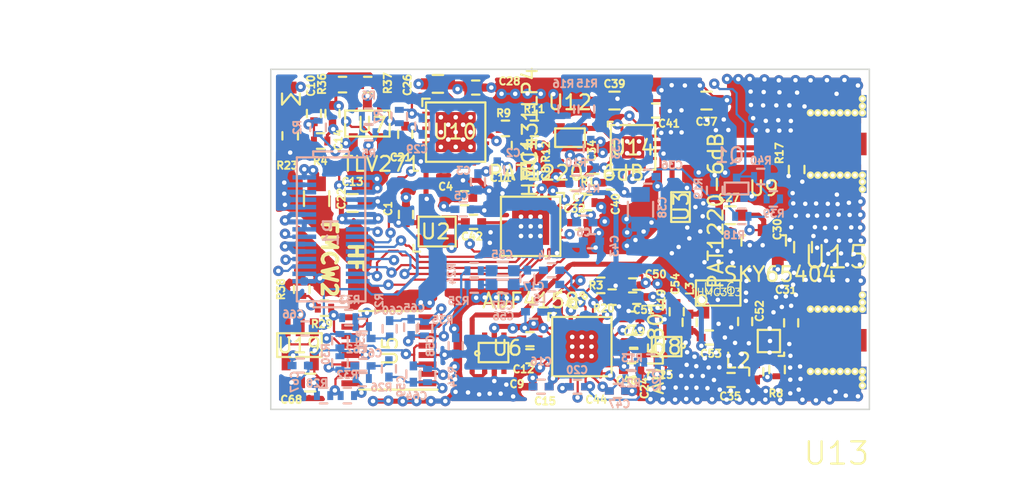
<source format=kicad_pcb>
(kicad_pcb (version 4) (host pcbnew "(2016-02-01 BZR 6532)-product")
  (layers (0 F.Cu signal) (1 In1.Cu signal) (2 In2.Cu signal) (31 B.Cu signal) (34 B.Paste user) (35 F.Paste user) (36 B.SilkS user) (37 F.SilkS user) (38 B.Mask user hide) (39 F.Mask user hide) (44 Edge.Cuts user))
  (net 0 "")
  (net 1 /3V3)
  (net 2 GND)
  (net 3 /5V)
  (net 4 "Net-(C8-Pad2)")
  (net 5 "Net-(C9-Pad1)")
  (net 6 "Net-(C9-Pad2)")
  (net 7 "Net-(C10-Pad1)")
  (net 8 "Net-(C10-Pad2)")
  (net 9 "Net-(C11-Pad1)")
  (net 10 "Net-(C11-Pad2)")
  (net 11 "Net-(C12-Pad1)")
  (net 12 "Net-(C12-Pad2)")
  (net 13 /10V)
  (net 14 "Net-(C24-Pad1)")
  (net 15 "Net-(C25-Pad1)")
  (net 16 /3V0)
  (net 17 "Net-(C29-Pad1)")
  (net 18 "Net-(C31-Pad1)")
  (net 19 "Net-(C32-Pad1)")
  (net 20 /BSW)
  (net 21 "Net-(C37-Pad2)")
  (net 22 "Net-(L2-Pad1)")
  (net 23 "Net-(R1-Pad1)")
  (net 24 "Net-(R2-Pad2)")
  (net 25 "Net-(R5-Pad1)")
  (net 26 "Net-(R6-Pad1)")
  (net 27 "Net-(R8-Pad1)")
  (net 28 "Net-(R11-Pad2)")
  (net 29 "Net-(R9-Pad2)")
  (net 30 "Net-(R11-Pad1)")
  (net 31 /OSC_REF)
  (net 32 /LO)
  (net 33 "Net-(U12-Pad2)")
  (net 34 "Net-(U14-Pad11)")
  (net 35 "Net-(U15-Pad1)")
  (net 36 "Net-(R17-Pad2)")
  (net 37 "Net-(C42-Pad2)")
  (net 38 "Net-(F1-Pad1)")
  (net 39 "Net-(F1-Pad2)")
  (net 40 "Net-(F3-Pad1)")
  (net 41 "Net-(F3-Pad2)")
  (net 42 "Net-(F5-Pad2)")
  (net 43 "Net-(U3-Pad2)")
  (net 44 "Net-(F4-Pad2)")
  (net 45 "Net-(F2-Pad2)")
  (net 46 "Net-(C20-Pad1)")
  (net 47 /RFIN)
  (net 48 /RFIP)
  (net 49 "Net-(C47-Pad1)")
  (net 50 "Net-(C52-Pad1)")
  (net 51 "Net-(C52-Pad2)")
  (net 52 "Net-(C54-Pad1)")
  (net 53 "Net-(C54-Pad2)")
  (net 54 "Net-(D1-Pad1)")
  (net 55 /IF-)
  (net 56 /IF+)
  (net 57 /PA_OFF)
  (net 58 /ADF_CE)
  (net 59 /ADF_CLK)
  (net 60 /ADF_DATA)
  (net 61 /ADF_LE)
  (net 62 /ADF_MUXOUT)
  (net 63 /ADF_TXDATA)
  (net 64 /MIX_ENBL)
  (net 65 "Net-(C55-Pad1)")
  (net 66 "Net-(C55-Pad2)")
  (net 67 "Net-(C56-Pad1)")
  (net 68 "Net-(C57-Pad1)")
  (net 69 "Net-(C59-Pad1)")
  (net 70 "Net-(C59-Pad2)")
  (net 71 "Net-(C60-Pad1)")
  (net 72 "Net-(C60-Pad2)")
  (net 73 "Net-(C61-Pad1)")
  (net 74 "Net-(C62-Pad1)")
  (net 75 "Net-(C64-Pad2)")
  (net 76 "Net-(C65-Pad2)")
  (net 77 /IFF-)
  (net 78 /IFF+)
  (net 79 "Net-(R28-Pad1)")
  (net 80 "Net-(R29-Pad1)")
  (net 81 "Net-(C67-Pad1)")
  (net 82 /2V5)
  (net 83 /VTUNE)
  (net 84 "Net-(R36-Pad1)")
  (module fmcw2:uwmiter_0.34_0.17_45 (layer F.Cu) (at 159.15 108.93 270)
    (fp_text reference F6 hide)
    (fp_text value BEND hide)
    (fp_poly (pts (xy 0 0) (xy 0.34 0) (xy 0.34 0.17) (xy 0.460208 0.290208) (xy 0.219791 0.530624) (xy 0.129199 0.440032) (xy 0 0.128116) (xy 0 0)) (layer F.Cu) (width 0))
    (pad 1 smd rect (at 0.17 -0.017 270) (size 0.34 0.034) (layers F.Cu) (net 40 "Net-(F3-Pad1)") (clearance 0.000001))
    (pad 2 smd rect (at 0.35202 0.422437 225) (size 0.034 0.34) (layers F.Cu) (net 44 "Net-(F4-Pad2)") (clearance 0.000001))
  )
  (module fmcw2:uwmiter_0.34_0.17_45 (layer F.Cu) (at 155.25 112.69 90)
    (fp_text reference F4 hide)
    (fp_text value BEND hide)
    (fp_poly (pts (xy 0 0) (xy 0.34 0) (xy 0.34 0.17) (xy 0.460208 0.290208) (xy 0.219791 0.530624) (xy 0.129199 0.440032) (xy 0 0.128116) (xy 0 0)) (layer F.Cu) (width 0))
    (pad 1 smd rect (at 0.17 -0.017 90) (size 0.34 0.034) (layers F.Cu) (net 38 "Net-(F1-Pad1)") (clearance 0.000001))
    (pad 2 smd rect (at 0.35202 0.422437 45) (size 0.034 0.34) (layers F.Cu) (net 44 "Net-(F4-Pad2)") (clearance 0.000001))
  )
  (module fmcw2:uwmiter_0.34_0.17_45 (layer F.Cu) (at 165.62 107.1 135)
    (fp_text reference F5 hide)
    (fp_text value BEND hide)
    (fp_poly (pts (xy 0 0) (xy 0.34 0) (xy 0.34 0.17) (xy 0.460208 0.290208) (xy 0.219791 0.530624) (xy 0.129199 0.440032) (xy 0 0.128116) (xy 0 0)) (layer F.Cu) (width 0))
    (pad 1 smd rect (at 0.17 -0.017 135) (size 0.34 0.034) (layers F.Cu) (net 41 "Net-(F3-Pad2)") (clearance 0.000001))
    (pad 2 smd rect (at 0.35202 0.422437 90) (size 0.034 0.34) (layers F.Cu) (net 42 "Net-(F5-Pad2)") (clearance 0.000001))
  )
  (module fmcw2:uwmiter_0.34_0.17_45 (layer F.Cu) (at 163.14 109.27 90)
    (fp_text reference F3 hide)
    (fp_text value BEND hide)
    (fp_poly (pts (xy 0 0) (xy 0.34 0) (xy 0.34 0.17) (xy 0.460208 0.290208) (xy 0.219791 0.530624) (xy 0.129199 0.440032) (xy 0 0.128116) (xy 0 0)) (layer F.Cu) (width 0))
    (pad 1 smd rect (at 0.17 -0.017 90) (size 0.34 0.034) (layers F.Cu) (net 40 "Net-(F3-Pad1)") (clearance 0.000001))
    (pad 2 smd rect (at 0.35202 0.422437 45) (size 0.034 0.34) (layers F.Cu) (net 41 "Net-(F3-Pad2)") (clearance 0.000001))
  )
  (module fmcw2:uwmiter_0.34_0.17_90 (layer F.Cu) (at 152.6 112.35 270)
    (fp_text reference F1 hide)
    (fp_text value BEND hide)
    (fp_poly (pts (xy 0 0) (xy 0.34 0) (xy 0.34 0.17) (xy 0.51 0.17) (xy 0.509999 0.51) (xy 0.3808 0.51) (xy 0 0.129199) (xy 0 0)) (layer F.Cu) (width 0))
    (pad 1 smd rect (at 0.17 -0.017 270) (size 0.34 0.034) (layers F.Cu) (net 38 "Net-(F1-Pad1)") (clearance 0.000001))
    (pad 2 smd rect (at 0.526999 0.34 270) (size 0.034 0.34) (layers F.Cu) (net 39 "Net-(F1-Pad2)") (clearance 0.000001))
  )
  (module fmcw2:uwmiter_0.34_0.17_90 (layer F.Cu) (at 152.09 116.33)
    (fp_text reference F2 hide)
    (fp_text value BEND hide)
    (fp_poly (pts (xy 0 0) (xy 0.34 0) (xy 0.34 0.17) (xy 0.51 0.17) (xy 0.509999 0.51) (xy 0.3808 0.51) (xy 0 0.129199) (xy 0 0)) (layer F.Cu) (width 0))
    (pad 1 smd rect (at 0.17 -0.017) (size 0.34 0.034) (layers F.Cu) (net 39 "Net-(F1-Pad2)") (clearance 0.000001))
    (pad 2 smd rect (at 0.526999 0.34) (size 0.034 0.34) (layers F.Cu) (net 45 "Net-(F2-Pad2)") (clearance 0.000001))
  )
  (module fmcw2:VQFN-24 (layer F.Cu) (at 151.15 100.2 270)
    (fp_text reference U10 (at -0.025 0.05 540) (layer F.SilkS))
    (fp_text value HMC431LP4 (at 0 -5 270) (layer F.SilkS))
    (pad 1 smd rect (at -1.25 1.9 270) (size 0.25 0.7) (layers F.Cu F.Paste F.Mask))
    (pad 2 smd rect (at -0.75 1.9 270) (size 0.25 0.7) (layers F.Cu F.Paste F.Mask))
    (pad 3 smd rect (at -0.25 1.9 270) (size 0.25 0.7) (layers F.Cu F.Paste F.Mask))
    (pad 4 smd rect (at 0.25 1.9 270) (size 0.25 0.7) (layers F.Cu F.Paste F.Mask))
    (pad 5 smd rect (at 0.75 1.9 270) (size 0.25 0.7) (layers F.Cu F.Paste F.Mask))
    (pad 6 smd rect (at 1.25 1.9 270) (size 0.25 0.7) (layers F.Cu F.Paste F.Mask))
    (pad 13 smd rect (at 1.25 -1.9 270) (size 0.25 0.7) (layers F.Cu F.Paste F.Mask))
    (pad 14 smd rect (at 0.75 -1.9 270) (size 0.25 0.7) (layers F.Cu F.Paste F.Mask))
    (pad 15 smd rect (at 0.25 -1.9 270) (size 0.25 0.7) (layers F.Cu F.Paste F.Mask) (net 2 GND))
    (pad 16 smd rect (at -0.25 -1.9 270) (size 0.25 0.7) (layers F.Cu F.Paste F.Mask) (net 29 "Net-(R9-Pad2)"))
    (pad 17 smd rect (at -0.75 -1.9 270) (size 0.25 0.7) (layers F.Cu F.Paste F.Mask))
    (pad 18 smd rect (at -1.25 -1.9 270) (size 0.25 0.7) (layers F.Cu F.Paste F.Mask))
    (pad 19 smd rect (at -1.9 -1.25) (size 0.25 0.7) (layers F.Cu F.Paste F.Mask))
    (pad 20 smd rect (at -1.9 -0.75) (size 0.25 0.7) (layers F.Cu F.Paste F.Mask) (net 16 /3V0))
    (pad 21 smd rect (at -1.9 -0.25) (size 0.25 0.7) (layers F.Cu F.Paste F.Mask))
    (pad 22 smd rect (at -1.9 0.25) (size 0.25 0.7) (layers F.Cu F.Paste F.Mask) (net 17 "Net-(C29-Pad1)"))
    (pad 23 smd rect (at -1.9 0.75) (size 0.25 0.7) (layers F.Cu F.Paste F.Mask))
    (pad 7 smd rect (at 1.9 1.25) (size 0.25 0.7) (layers F.Cu F.Paste F.Mask))
    (pad 8 smd rect (at 1.9 0.76) (size 0.25 0.7) (layers F.Cu F.Paste F.Mask))
    (pad 9 smd rect (at 1.9 0.25) (size 0.25 0.7) (layers F.Cu F.Paste F.Mask))
    (pad 10 smd rect (at 1.9 -0.25) (size 0.25 0.7) (layers F.Cu F.Paste F.Mask))
    (pad 11 smd rect (at 1.9 -0.75) (size 0.25 0.7) (layers F.Cu F.Paste F.Mask))
    (pad 12 smd rect (at 1.9 -1.25) (size 0.25 0.7) (layers F.Cu F.Paste F.Mask))
    (pad 24 smd rect (at -1.9 1.25) (size 0.25 0.7) (layers F.Cu F.Paste F.Mask))
    (pad PAD smd rect (at 0 0 270) (size 2.7 2.7) (layers F.Cu F.Paste F.Mask) (net 2 GND))
    (pad PAD thru_hole circle (at 0 0 270) (size 0.3 0.3) (drill 0.3) (layers *.Cu F.SilkS F.Mask) (net 2 GND))
    (pad PAD thru_hole circle (at -0.5 -0.5 270) (size 0.3 0.3) (drill 0.3) (layers *.Cu F.SilkS F.Mask) (net 2 GND))
    (pad PAD thru_hole circle (at -1 -1 270) (size 0.3 0.3) (drill 0.3) (layers *.Cu F.SilkS F.Mask) (net 2 GND))
    (pad PAD thru_hole circle (at 0 -1 270) (size 0.3 0.3) (drill 0.3) (layers *.Cu F.SilkS F.Mask) (net 2 GND))
    (pad PAD thru_hole circle (at 1 -1 270) (size 0.3 0.3) (drill 0.3) (layers *.Cu F.SilkS F.Mask) (net 2 GND))
    (pad PAD thru_hole circle (at 0.5 -0.5 270) (size 0.3 0.3) (drill 0.3) (layers *.Cu F.SilkS F.Mask) (net 2 GND))
    (pad PAD thru_hole circle (at -1 0 270) (size 0.3 0.3) (drill 0.3) (layers *.Cu F.SilkS F.Mask) (net 2 GND))
    (pad PAD thru_hole circle (at 1 0 270) (size 0.3 0.3) (drill 0.3) (layers *.Cu F.SilkS F.Mask) (net 2 GND))
    (pad PAD thru_hole circle (at -0.5 0.5 270) (size 0.3 0.3) (drill 0.3) (layers *.Cu F.SilkS F.Mask) (net 2 GND))
    (pad PAD thru_hole circle (at 0.5 0.5 270) (size 0.3 0.3) (drill 0.3) (layers *.Cu F.SilkS F.Mask) (net 2 GND))
    (pad PAD thru_hole circle (at -1 1 270) (size 0.3 0.3) (drill 0.3) (layers *.Cu F.SilkS F.Mask) (net 2 GND))
    (pad PAD thru_hole circle (at 0 1 270) (size 0.3 0.3) (drill 0.3) (layers *.Cu F.SilkS F.Mask) (net 2 GND))
    (pad PAD thru_hole circle (at 1 1 270) (size 0.3 0.3) (drill 0.3) (layers *.Cu F.SilkS F.Mask) (net 2 GND))
  )
  (module fmcw2:XFDFN-6 (layer F.Cu) (at 172.975 114.775 180)
    (fp_text reference U11 hide)
    (fp_text value SKY65404 (at 0 5 180) (layer F.SilkS))
    (pad 1 smd rect (at 0 0 180) (size 0.35 0.25) (layers F.Cu F.Paste F.Mask) (net 27 "Net-(R8-Pad1)"))
    (pad 2 smd rect (at 0 0.5 180) (size 0.35 0.25) (layers F.Cu F.Paste F.Mask) (net 2 GND))
    (pad 3 smd rect (at 0 1 180) (size 0.35 0.25) (layers F.Cu F.Paste F.Mask) (net 18 "Net-(C31-Pad1)"))
    (pad 4 smd rect (at 1.45 1 180) (size 0.35 0.25) (layers F.Cu F.Paste F.Mask) (net 51 "Net-(C52-Pad2)"))
    (pad 5 smd rect (at 1.45 0.5 180) (size 0.35 0.25) (layers F.Cu F.Paste F.Mask) (net 2 GND))
    (pad 6 smd rect (at 1.45 0 180) (size 0.35 0.25) (layers F.Cu F.Paste F.Mask) (net 22 "Net-(L2-Pad1)"))
    (pad PAD smd rect (at 0.725 0.5 180) (size 0.7 1.2) (layers F.Cu F.Paste F.Mask) (net 2 GND))
    (pad PAD smd rect (at 0.725 -0.125 180) (size 0.2 0.05) (layers F.Cu F.Paste F.Mask) (net 2 GND))
    (pad PAD smd rect (at 0.725 1.125 180) (size 0.2 0.05) (layers F.Cu F.Paste F.Mask) (net 2 GND))
  )
  (module fmcw2:PAT1220 (layer F.Cu) (at 158.1 99.95)
    (fp_text reference U12 (at 0.75 -1.75) (layer F.SilkS))
    (fp_text value PAT1220-6dB (at 0.5 3) (layer F.SilkS))
    (pad 1 smd rect (at 0 0) (size 0.8 0.7) (layers F.Cu F.Paste F.Mask) (net 30 "Net-(R11-Pad1)"))
    (pad 2 smd rect (at 1.5 0) (size 0.8 0.7) (layers F.Cu F.Paste F.Mask) (net 33 "Net-(U12-Pad2)"))
    (pad 3 smd rect (at 0.75 1.2) (size 2.3 0.7) (layers F.Cu F.Paste F.Mask) (net 2 GND))
  )
  (module Housings_SOT-23_SOT-143_TSOT-6:SOT-23 (layer F.Cu) (at 171.9 107.8)
    (fp_text reference U9 (at 0 -3.81) (layer F.SilkS))
    (fp_text value MCP1700)
    (pad 1 smd rect (at -0.95 1.00076) (size 0.8001 0.8001) (layers F.Cu F.Paste F.Mask) (net 2 GND))
    (pad 2 smd rect (at 0.95 1.00076) (size 0.8001 0.8001) (layers F.Cu F.Paste F.Mask) (net 16 /3V0))
    (pad 3 smd rect (at 0 -0.99822) (size 0.8001 0.8001) (layers F.Cu F.Paste F.Mask) (net 1 /3V3))
  )
  (module fmcw2:5400BL15B050E (layer F.Cu) (at 165.96 113.7 180)
    (fp_text reference U8 (at 0.585 -0.975 180) (layer F.SilkS))
    (fp_text value 5400BL15B050E)
    (pad 1 smd rect (at 0 0 180) (size 0.35 1) (layers F.Cu F.Paste F.Mask) (net 52 "Net-(C54-Pad1)"))
    (pad 2 smd rect (at 0.65 0 180) (size 0.35 1) (layers F.Cu F.Paste F.Mask) (net 2 GND))
    (pad 3 smd rect (at 1.3 0 180) (size 0.35 1) (layers F.Cu F.Paste F.Mask) (net 15 "Net-(C25-Pad1)"))
    (pad 4 smd rect (at 1.3 -1.8 180) (size 0.35 1) (layers F.Cu F.Paste F.Mask) (net 14 "Net-(C24-Pad1)"))
    (pad 5 smd rect (at 0.65 -1.8 180) (size 0.35 1) (layers F.Cu F.Paste F.Mask) (net 2 GND))
    (pad 6 smd rect (at 0 -1.8 180) (size 0.35 1) (layers F.Cu F.Paste F.Mask))
  )
  (module fmcw2:5400BL15B050E (layer F.Cu) (at 153.1 116)
    (fp_text reference U4 hide)
    (fp_text value 5400BL15B050E)
    (pad 1 smd rect (at 0 0) (size 0.35 1) (layers F.Cu F.Paste F.Mask) (net 32 /LO))
    (pad 2 smd rect (at 0.65 0) (size 0.35 1) (layers F.Cu F.Paste F.Mask) (net 2 GND))
    (pad 3 smd rect (at 1.3 0) (size 0.35 1) (layers F.Cu F.Paste F.Mask) (net 6 "Net-(C9-Pad2)"))
    (pad 4 smd rect (at 1.3 -1.8) (size 0.35 1) (layers F.Cu F.Paste F.Mask) (net 12 "Net-(C12-Pad2)"))
    (pad 5 smd rect (at 0.65 -1.8) (size 0.35 1) (layers F.Cu F.Paste F.Mask) (net 2 GND))
    (pad 6 smd rect (at 0 -1.8) (size 0.35 1) (layers F.Cu F.Paste F.Mask))
  )
  (module fmcw2:PAT1220 (layer F.Cu) (at 165.67 106 90)
    (fp_text reference U3 (at 0.775 0.68 90) (layer F.SilkS))
    (fp_text value PAT1220-6dB (at 0.5 3 90) (layer F.SilkS))
    (pad 1 smd rect (at 0 0 90) (size 0.8 0.7) (layers F.Cu F.Paste F.Mask) (net 42 "Net-(F5-Pad2)"))
    (pad 2 smd rect (at 1.5 0 90) (size 0.8 0.7) (layers F.Cu F.Paste F.Mask) (net 43 "Net-(U3-Pad2)"))
    (pad 3 smd rect (at 0.75 1.2 90) (size 2.3 0.7) (layers F.Cu F.Paste F.Mask) (net 2 GND))
  )
  (module fmcw2:SG-210STF (layer F.Cu) (at 149.95 106.9)
    (fp_text reference U2 (at -0.15 0) (layer F.SilkS))
    (fp_text value "SG-210STF 30MHz")
    (pad 1 smd rect (at -0.9 0.65) (size 1.1 0.9) (layers F.Cu F.Paste F.Mask) (net 1 /3V3))
    (pad 2 smd rect (at 0.8 0.65) (size 1.1 0.9) (layers F.Cu F.Paste F.Mask) (net 2 GND))
    (pad 3 smd rect (at 0.8 -0.65) (size 1.1 0.9) (layers F.Cu F.Paste F.Mask) (net 37 "Net-(C42-Pad2)"))
    (pad 4 smd rect (at -0.9 -0.65) (size 1.1 0.9) (layers F.Cu F.Paste F.Mask) (net 1 /3V3))
  )
  (module Capacitors_SMD:C_0402 (layer F.Cu) (at 171.4 116.35 270)
    (fp_text reference L2 (at -0.75 1.25 360) (layer F.SilkS))
    (fp_text value 0.6n)
    (pad 1 smd rect (at -0.55 0 270) (size 0.6 0.5) (layers F.Cu F.Paste F.Mask) (net 22 "Net-(L2-Pad1)"))
    (pad 2 smd rect (at 0.55 0 270) (size 0.6 0.5) (layers F.Cu F.Paste F.Mask) (net 16 /3V0))
  )
  (module fmcw2:coupler (layer F.Cu) (at 169.94 101.62)
    (fp_text reference Z1 hide)
    (fp_text value "15dB COUPLER" hide)
    (fp_poly (pts (xy 4.383306 0.449919) (xy 4.212882 0.449919) (xy 4.042458 0.449919) (xy 4.042458 0.364707) (xy 4.042458 0.279495) (xy 0 0.279495) (xy -4.042459 0.279495) (xy -4.042459 0.548765) (xy -4.042459 0.818035) (xy -4.212883 0.818035) (xy -4.383307 0.818035) (xy -4.383307 0.570876) (xy -4.383307 0.323716) (xy -4.190684 0.131182) (xy -3.99806 -0.061353) (xy 0 -0.061353) (xy 3.99806 -0.061353) (xy 4.190683 0.131182) (xy 4.383306 0.323716) (xy 4.383306 0.386818) (xy 4.383306 0.449919) (xy 4.383306 0.449919)) (layer F.Cu) (width 0))
    (fp_poly (pts (xy 4.996833 -0.477187) (xy 4.732774 -0.477187) (xy 4.468715 -0.477187) (xy 4.386813 -0.395898) (xy 4.304911 -0.314609) (xy 4.153379 -0.252742) (xy 4.001847 -0.190875) (xy -0.001559 -0.191168) (xy -4.004966 -0.191461) (xy -4.154939 -0.253036) (xy -4.304912 -0.314612) (xy -4.386814 -0.3959) (xy -4.468716 -0.477187) (xy -4.732775 -0.477187) (xy -4.996833 -0.477187) (xy -4.996833 -0.647611) (xy -4.996833 -0.818035) (xy -4.747806 -0.818035) (xy -4.498778 -0.818035) (xy -4.354126 -0.759157) (xy -4.209474 -0.700279) (xy -4.124168 -0.616001) (xy -4.038861 -0.531723) (xy 0 -0.531723) (xy 4.03886 -0.531723) (xy 4.124167 -0.616001) (xy 4.209474 -0.700279) (xy 4.354126 -0.759157) (xy 4.498778 -0.818035) (xy 4.747805 -0.818035) (xy 4.996833 -0.818035) (xy 4.996833 -0.647611) (xy 4.996833 -0.477187) (xy 4.996833 -0.477187)) (layer F.Cu) (width 0))
    (pad 1 smd rect (at -4.97 -0.647 90) (size 0.34 0.034) (layers F.Cu) (net 34 "Net-(U14-Pad11)") (clearance 0.001))
    (pad 2 smd rect (at 4.97 -0.647 90) (size 0.34 0.034) (layers F.Cu) (net 35 "Net-(U15-Pad1)") (clearance 0.001))
    (pad 3 smd rect (at -4.213 0.8) (size 0.34 0.034) (layers F.Cu) (net 43 "Net-(U3-Pad2)") (clearance 0.001))
    (pad 4 smd rect (at 4.212 0.42) (size 0.34 0.034) (layers F.Cu) (net 36 "Net-(R17-Pad2)") (clearance 0.001))
  )
  (module fmcw2:uwmiter_0.34_0.17_90 (layer F.Cu) (at 152.76 116.84 90)
    (fp_text reference F7 hide)
    (fp_text value BEND hide)
    (fp_poly (pts (xy 0 0) (xy 0.34 0) (xy 0.34 0.17) (xy 0.51 0.17) (xy 0.509999 0.51) (xy 0.3808 0.51) (xy 0 0.129199) (xy 0 0)) (layer F.Cu) (width 0))
    (pad 1 smd rect (at 0.17 -0.017 90) (size 0.34 0.034) (layers F.Cu) (net 45 "Net-(F2-Pad2)") (clearance 0.000001))
    (pad 2 smd rect (at 0.526999 0.34 90) (size 0.034 0.34) (layers F.Cu) (net 32 /LO) (clearance 0.000001))
  )
  (module Capacitors_SMD:C_0402 (layer F.Cu) (at 166.91 113.015 90)
    (fp_text reference L3 (at 2.265 0.015 90) (layer F.SilkS) (effects (font (size 0.5 0.5) (thickness 0.125))))
    (fp_text value LQW15AN9N9J80D)
    (pad 1 smd rect (at -0.55 0 90) (size 0.6 0.5) (layers F.Cu F.Paste F.Mask) (net 3 /5V))
    (pad 2 smd rect (at 0.55 0 90) (size 0.6 0.5) (layers F.Cu F.Paste F.Mask) (net 53 "Net-(C54-Pad2)"))
  )
  (module fmcw2:SOT-416 (layer B.Cu) (at 170.075 104 270)
    (fp_text reference Q1 (at -2.24 0.475 360) (layer B.SilkS) (effects (justify mirror)))
    (fp_text value SSM3K15AFS)
    (pad 1 smd rect (at -0.7 0 270) (size 0.6 0.5) (layers B.Cu B.Paste B.Mask) (net 57 /PA_OFF))
    (pad 2 smd rect (at 0.6 -0.5 270) (size 0.6 0.5) (layers B.Cu B.Paste B.Mask) (net 2 GND))
    (pad 3 smd rect (at 0.6 0.5 270) (size 0.6 0.5) (layers B.Cu B.Paste B.Mask) (net 20 /BSW))
  )
  (module fmcw2:SOT-23-6 (layer F.Cu) (at 168.835 110.99)
    (fp_text reference U16 (at 0.09 -0.24 180) (layer F.SilkS) (effects (font (size 0.762 0.762) (thickness 0.0762))))
    (fp_text value HMC313 (at 0.0635 0) (layer F.SilkS) (effects (font (size 0.50038 0.50038) (thickness 0.0762))))
    (pad 6 smd rect (at -0.9525 -1.27) (size 0.70104 1.00076) (layers F.Cu F.Paste F.Mask) (net 2 GND))
    (pad 5 smd rect (at 0 -1.27) (size 0.70104 1.00076) (layers F.Cu F.Paste F.Mask) (net 2 GND))
    (pad 4 smd rect (at 0.9525 -1.27) (size 0.70104 1.00076) (layers F.Cu F.Paste F.Mask) (net 2 GND))
    (pad 3 smd rect (at 0.9525 1.27) (size 0.70104 1.00076) (layers F.Cu F.Paste F.Mask) (net 50 "Net-(C52-Pad1)"))
    (pad 2 smd rect (at 0 1.27) (size 0.70104 1.00076) (layers F.Cu F.Paste F.Mask) (net 2 GND))
    (pad 1 smd rect (at -0.9525 1.27) (size 0.70104 1.00076) (layers F.Cu F.Paste F.Mask) (net 53 "Net-(C54-Pad2)"))
  )
  (module fmcw2:LED_0603 (layer F.Cu) (at 140.05 97.95 90)
    (fp_text reference D1 hide)
    (fp_text value LED)
    (pad 1 smd rect (at -0.75 0 90) (size 0.8 0.75) (layers F.Cu F.Paste F.Mask) (net 54 "Net-(D1-Pad1)"))
    (pad 2 smd rect (at 0.75 0 90) (size 0.8 0.75) (layers F.Cu F.Paste F.Mask) (net 2 GND))
  )
  (module Capacitors_SMD:C_0402 (layer B.Cu) (at 157.61 109.51 180)
    (fp_text reference L4 (at 0.485 1.01 180) (layer B.SilkS) (effects (font (size 0.5 0.5) (thickness 0.125)) (justify mirror)))
    (fp_text value 2.2u)
    (pad 1 smd rect (at -0.55 0 180) (size 0.6 0.5) (layers B.Cu B.Paste B.Mask) (net 56 /IF+))
    (pad 2 smd rect (at 0.55 0 180) (size 0.6 0.5) (layers B.Cu B.Paste B.Mask) (net 65 "Net-(C55-Pad1)"))
  )
  (module Capacitors_SMD:C_0402 (layer B.Cu) (at 157.61 110.46 180)
    (fp_text reference L5 (at 0.81 -0.965 180) (layer B.SilkS) (effects (font (size 0.5 0.5) (thickness 0.125)) (justify mirror)))
    (fp_text value 2.2u)
    (pad 1 smd rect (at -0.55 0 180) (size 0.6 0.5) (layers B.Cu B.Paste B.Mask) (net 55 /IF-))
    (pad 2 smd rect (at 0.55 0 180) (size 0.6 0.5) (layers B.Cu B.Paste B.Mask) (net 66 "Net-(C55-Pad2)"))
  )
  (module fmcw2:SOT-23-5L (layer F.Cu) (at 141.625 113.35 180)
    (fp_text reference U19 (at 1.025 -1.225 180) (layer F.SilkS))
    (fp_text value LDS3985)
    (pad 1 smd rect (at 0 0 180) (size 0.6 1.2) (layers F.Cu F.Paste F.Mask) (net 1 /3V3))
    (pad 2 smd rect (at 0.95 0 180) (size 0.6 1.2) (layers F.Cu F.Paste F.Mask) (net 2 GND))
    (pad 3 smd rect (at 1.9 0 180) (size 0.6 1.2) (layers F.Cu F.Paste F.Mask) (net 1 /3V3))
    (pad 4 smd rect (at 1.9 -2.3 180) (size 0.6 1.2) (layers F.Cu F.Paste F.Mask) (net 81 "Net-(C67-Pad1)"))
    (pad 5 smd rect (at 0 -2.3 180) (size 0.6 1.2) (layers F.Cu F.Paste F.Mask) (net 82 /2V5))
  )
  (module Housings_SSOP:SSOP-16_3.9x4.9mm_Pitch0.635mm (layer F.Cu) (at 146.65 114.9 180)
    (fp_text reference U5 (at -0.075 -0.05 270) (layer F.SilkS))
    (fp_text value LT6232)
    (pad 1 smd rect (at -2.6 -2.2225 180) (size 1.2 0.4) (layers F.Cu F.Paste F.Mask) (net 70 "Net-(C59-Pad2)"))
    (pad 2 smd rect (at -2.6 -1.5875 180) (size 1.2 0.4) (layers F.Cu F.Paste F.Mask) (net 75 "Net-(C64-Pad2)"))
    (pad 3 smd rect (at -2.6 -0.9525 180) (size 1.2 0.4) (layers F.Cu F.Paste F.Mask) (net 82 /2V5))
    (pad 4 smd rect (at -2.6 -0.3175 180) (size 1.2 0.4) (layers F.Cu F.Paste F.Mask) (net 3 /5V))
    (pad 5 smd rect (at -2.6 0.3175 180) (size 1.2 0.4) (layers F.Cu F.Paste F.Mask) (net 82 /2V5))
    (pad 6 smd rect (at -2.6 0.9525 180) (size 1.2 0.4) (layers F.Cu F.Paste F.Mask) (net 76 "Net-(C65-Pad2)"))
    (pad 7 smd rect (at -2.6 1.5875 180) (size 1.2 0.4) (layers F.Cu F.Paste F.Mask) (net 72 "Net-(C60-Pad2)"))
    (pad 8 smd rect (at -2.6 2.2225 180) (size 1.2 0.4) (layers F.Cu F.Paste F.Mask))
    (pad 9 smd rect (at 2.6 2.2225 180) (size 1.2 0.4) (layers F.Cu F.Paste F.Mask))
    (pad 10 smd rect (at 2.6 1.5875 180) (size 1.2 0.4) (layers F.Cu F.Paste F.Mask) (net 77 /IFF-))
    (pad 11 smd rect (at 2.6 0.9525 180) (size 1.2 0.4) (layers F.Cu F.Paste F.Mask) (net 80 "Net-(R29-Pad1)"))
    (pad 12 smd rect (at 2.6 0.3175 180) (size 1.2 0.4) (layers F.Cu F.Paste F.Mask) (net 74 "Net-(C62-Pad1)"))
    (pad 13 smd rect (at 2.6 -0.3175 180) (size 1.2 0.4) (layers F.Cu F.Paste F.Mask) (net 2 GND))
    (pad 14 smd rect (at 2.6 -0.9525 180) (size 1.2 0.4) (layers F.Cu F.Paste F.Mask) (net 73 "Net-(C61-Pad1)"))
    (pad 15 smd rect (at 2.6 -1.5875 180) (size 1.2 0.4) (layers F.Cu F.Paste F.Mask) (net 79 "Net-(R28-Pad1)"))
    (pad 16 smd rect (at 2.6 -2.2225 180) (size 1.2 0.4) (layers F.Cu F.Paste F.Mask) (net 78 /IFF+))
  )
  (module fmcw2:MGA-25203 (layer F.Cu) (at 163.1 101.225)
    (fp_text reference U14 (at -0.025 0.025) (layer F.SilkS))
    (fp_text value MGA-25203)
    (pad 1 smd rect (at -1.325 -0.75) (size 0.55 0.2) (layers F.Cu F.Paste F.Mask) (net 33 "Net-(U12-Pad2)"))
    (pad 4 smd rect (at -1.325 0.75) (size 0.55 0.2) (layers F.Cu F.Paste F.Mask) (net 19 "Net-(C32-Pad1)"))
    (pad 2 smd rect (at -1.325 -0.25) (size 0.55 0.2) (layers F.Cu F.Paste F.Mask) (net 2 GND))
    (pad 3 smd rect (at -1.325 0.25) (size 0.55 0.2) (layers F.Cu F.Paste F.Mask) (net 2 GND))
    (pad 5 smd rect (at -0.75 1.325 90) (size 0.55 0.2) (layers F.Cu F.Paste F.Mask) (net 21 "Net-(C37-Pad2)"))
    (pad 6 smd rect (at -0.25 1.325 90) (size 0.55 0.2) (layers F.Cu F.Paste F.Mask) (net 20 /BSW))
    (pad 7 smd rect (at 0.25 1.325 90) (size 0.55 0.2) (layers F.Cu F.Paste F.Mask))
    (pad 8 smd rect (at 0.75 1.325 90) (size 0.55 0.2) (layers F.Cu F.Paste F.Mask))
    (pad 9 smd rect (at 1.325 0.75) (size 0.55 0.2) (layers F.Cu F.Paste F.Mask))
    (pad 10 smd rect (at 1.325 0.25) (size 0.55 0.2) (layers F.Cu F.Paste F.Mask) (net 2 GND))
    (pad 11 smd rect (at 1.325 -0.25) (size 0.55 0.2) (layers F.Cu F.Paste F.Mask) (net 34 "Net-(U14-Pad11)"))
    (pad 12 smd rect (at 1.325 -0.75) (size 0.55 0.2) (layers F.Cu F.Paste F.Mask) (net 2 GND))
    (pad 13 smd rect (at 0.75 -1.325 270) (size 0.55 0.2) (layers F.Cu F.Paste F.Mask) (net 21 "Net-(C37-Pad2)"))
    (pad 14 smd rect (at 0.25 -1.325 270) (size 0.55 0.2) (layers F.Cu F.Paste F.Mask) (net 2 GND))
    (pad 15 smd rect (at -0.25 -1.325 270) (size 0.55 0.2) (layers F.Cu F.Paste F.Mask))
    (pad 16 smd rect (at -0.75 -1.325 270) (size 0.55 0.2) (layers F.Cu F.Paste F.Mask) (net 2 GND))
    (pad EP smd rect (at 0 0) (size 1.5 1.5) (layers F.Cu F.Paste F.Mask) (net 2 GND))
    (pad EP thru_hole circle (at -0.4 -0.4) (size 0.3 0.3) (drill 0.3) (layers *.Cu F.SilkS F.Mask) (net 2 GND))
    (pad EP thru_hole circle (at 0.4 -0.4) (size 0.3 0.3) (drill 0.3) (layers *.Cu F.SilkS F.Mask) (net 2 GND))
    (pad EP thru_hole circle (at -0.4 0.4) (size 0.3 0.3) (drill 0.3) (layers *.Cu F.SilkS F.Mask) (net 2 GND))
    (pad EP thru_hole circle (at 0.4 0.4) (size 0.3 0.3) (drill 0.3) (layers *.Cu F.SilkS F.Mask) (net 2 GND))
  )
  (module fmcw2:C_0402b (layer F.Cu) (at 147.8 105.75 90)
    (fp_text reference C1 (at 0.4 -1.2 90) (layer F.SilkS) (effects (font (size 0.5 0.5) (thickness 0.125))))
    (fp_text value 100n)
    (pad 1 smd rect (at -0.55 0 90) (size 0.6 0.5) (layers F.Cu F.Paste F.Mask) (net 1 /3V3))
    (pad 2 smd rect (at 0.55 0 90) (size 0.6 0.5) (layers F.Cu F.Paste F.Mask) (net 2 GND))
  )
  (module fmcw2:C_0402b (layer B.Cu) (at 153.95 102.75 90)
    (fp_text reference C2 (at 1.15 1.075 180) (layer B.SilkS) (effects (font (size 0.5 0.5) (thickness 0.125)) (justify mirror)))
    (fp_text value 100n)
    (pad 1 smd rect (at -0.55 0 90) (size 0.6 0.5) (layers B.Cu B.Paste B.Mask) (net 1 /3V3))
    (pad 2 smd rect (at 0.55 0 90) (size 0.6 0.5) (layers B.Cu B.Paste B.Mask) (net 2 GND))
  )
  (module fmcw2:C_0402b (layer B.Cu) (at 152.65 103.55 90)
    (fp_text reference C3 (at 0.75 -0.975 180) (layer B.SilkS) (effects (font (size 0.5 0.5) (thickness 0.125)) (justify mirror)))
    (fp_text value 10p)
    (pad 1 smd rect (at -0.55 0 90) (size 0.6 0.5) (layers B.Cu B.Paste B.Mask) (net 1 /3V3))
    (pad 2 smd rect (at 0.55 0 90) (size 0.6 0.5) (layers B.Cu B.Paste B.Mask) (net 2 GND))
  )
  (module fmcw2:C_0402b (layer F.Cu) (at 151.75 104.65 180)
    (fp_text reference C4 (at 1.275 0.775 180) (layer F.SilkS) (effects (font (size 0.5 0.5) (thickness 0.125))))
    (fp_text value 100n)
    (pad 1 smd rect (at -0.55 0 180) (size 0.6 0.5) (layers F.Cu F.Paste F.Mask) (net 1 /3V3))
    (pad 2 smd rect (at 0.55 0 180) (size 0.6 0.5) (layers F.Cu F.Paste F.Mask) (net 2 GND))
  )
  (module fmcw2:C_0402b (layer B.Cu) (at 151.65 105.4 180)
    (fp_text reference C5 (at 0.125 0.925 180) (layer B.SilkS) (effects (font (size 0.5 0.5) (thickness 0.125)) (justify mirror)))
    (fp_text value 10p)
    (pad 1 smd rect (at -0.55 0 180) (size 0.6 0.5) (layers B.Cu B.Paste B.Mask) (net 1 /3V3))
    (pad 2 smd rect (at 0.55 0 180) (size 0.6 0.5) (layers B.Cu B.Paste B.Mask) (net 2 GND))
  )
  (module fmcw2:C_0402b (layer B.Cu) (at 159.85 106.3)
    (fp_text reference C6 (at -0.075 0.65) (layer B.SilkS) (effects (font (size 0.5 0.5) (thickness 0.125)) (justify mirror)))
    (fp_text value 100n)
    (pad 1 smd rect (at -0.55 0) (size 0.6 0.5) (layers B.Cu B.Paste B.Mask) (net 3 /5V))
    (pad 2 smd rect (at 0.55 0) (size 0.6 0.5) (layers B.Cu B.Paste B.Mask) (net 2 GND))
  )
  (module fmcw2:C_0402b (layer F.Cu) (at 159.5 106.3)
    (fp_text reference C7 (at 0 -1.7) (layer F.SilkS) (effects (font (size 0.5 0.5) (thickness 0.125))))
    (fp_text value 10p)
    (pad 1 smd rect (at -0.55 0) (size 0.6 0.5) (layers F.Cu F.Paste F.Mask) (net 3 /5V))
    (pad 2 smd rect (at 0.55 0) (size 0.6 0.5) (layers F.Cu F.Paste F.Mask) (net 2 GND))
  )
  (module fmcw2:C_0402b (layer F.Cu) (at 156.2 103.1 270)
    (fp_text reference C8 (at -0.125 -1.025 270) (layer F.SilkS) (effects (font (size 0.5 0.5) (thickness 0.125))))
    (fp_text value 100p)
    (pad 1 smd rect (at -0.55 0 270) (size 0.6 0.5) (layers F.Cu F.Paste F.Mask) (net 2 GND))
    (pad 2 smd rect (at 0.55 0 270) (size 0.6 0.5) (layers F.Cu F.Paste F.Mask) (net 4 "Net-(C8-Pad2)"))
  )
  (module fmcw2:C_0402b (layer F.Cu) (at 156.15 115.3 180)
    (fp_text reference C9 (at 0.875 -1.875 180) (layer F.SilkS) (effects (font (size 0.5 0.5) (thickness 0.125))))
    (fp_text value 2p)
    (pad 1 smd rect (at -0.55 0 180) (size 0.6 0.5) (layers F.Cu F.Paste F.Mask) (net 5 "Net-(C9-Pad1)"))
    (pad 2 smd rect (at 0.55 0 180) (size 0.6 0.5) (layers F.Cu F.Paste F.Mask) (net 6 "Net-(C9-Pad2)"))
  )
  (module fmcw2:C_0402b (layer F.Cu) (at 141.6 98.95 270)
    (fp_text reference C10 (at -1.875 0.2 270) (layer F.SilkS) (effects (font (size 0.5 0.5) (thickness 0.125))))
    (fp_text value 2.2n)
    (pad 1 smd rect (at -0.55 0 270) (size 0.6 0.5) (layers F.Cu F.Paste F.Mask) (net 7 "Net-(C10-Pad1)"))
    (pad 2 smd rect (at 0.55 0 270) (size 0.6 0.5) (layers F.Cu F.Paste F.Mask) (net 8 "Net-(C10-Pad2)"))
  )
  (module fmcw2:C_0402b (layer F.Cu) (at 155.45 103.1 270)
    (fp_text reference C11 (at 0.175 1.25 360) (layer F.SilkS) (effects (font (size 0.5 0.5) (thickness 0.125))))
    (fp_text value 2p)
    (pad 1 smd rect (at -0.55 0 270) (size 0.6 0.5) (layers F.Cu F.Paste F.Mask) (net 9 "Net-(C11-Pad1)"))
    (pad 2 smd rect (at 0.55 0 270) (size 0.6 0.5) (layers F.Cu F.Paste F.Mask) (net 10 "Net-(C11-Pad2)"))
  )
  (module fmcw2:C_0402b (layer F.Cu) (at 156.15 114.15 180)
    (fp_text reference C12 (at 0.425 -2.025 180) (layer F.SilkS) (effects (font (size 0.5 0.5) (thickness 0.125))))
    (fp_text value 2p)
    (pad 1 smd rect (at -0.55 0 180) (size 0.6 0.5) (layers F.Cu F.Paste F.Mask) (net 11 "Net-(C12-Pad1)"))
    (pad 2 smd rect (at 0.55 0 180) (size 0.6 0.5) (layers F.Cu F.Paste F.Mask) (net 12 "Net-(C12-Pad2)"))
  )
  (module fmcw2:C_0402b (layer F.Cu) (at 142.85 98.95 270)
    (fp_text reference C14 (at 1.78 -0.4 450) (layer F.SilkS) (effects (font (size 0.5 0.5) (thickness 0.125))))
    (fp_text value 100p)
    (pad 1 smd rect (at -0.55 0 270) (size 0.6 0.5) (layers F.Cu F.Paste F.Mask) (net 7 "Net-(C10-Pad1)"))
    (pad 2 smd rect (at 0.55 0 270) (size 0.6 0.5) (layers F.Cu F.Paste F.Mask) (net 2 GND))
  )
  (module fmcw2:C_0402b (layer F.Cu) (at 156.9 117.35)
    (fp_text reference C15 (at 0.275 0.975) (layer F.SilkS) (effects (font (size 0.5 0.5) (thickness 0.125))))
    (fp_text value 100p)
    (pad 1 smd rect (at -0.55 0) (size 0.6 0.5) (layers F.Cu F.Paste F.Mask) (net 2 GND))
    (pad 2 smd rect (at 0.55 0) (size 0.6 0.5) (layers F.Cu F.Paste F.Mask) (net 3 /5V))
  )
  (module fmcw2:C_0402b (layer B.Cu) (at 156.9 117.35 180)
    (fp_text reference C16 (at 0 1.7 180) (layer B.SilkS) (effects (font (size 0.5 0.5) (thickness 0.125)) (justify mirror)))
    (fp_text value 100n)
    (pad 1 smd rect (at -0.55 0 180) (size 0.6 0.5) (layers B.Cu B.Paste B.Mask) (net 3 /5V))
    (pad 2 smd rect (at 0.55 0 180) (size 0.6 0.5) (layers B.Cu B.Paste B.Mask) (net 2 GND))
  )
  (module fmcw2:C_0402b (layer B.Cu) (at 156.4 112.3 180)
    (fp_text reference C17 (at 0 1.7 180) (layer B.SilkS) (effects (font (size 0.5 0.5) (thickness 0.125)) (justify mirror)))
    (fp_text value 100n)
    (pad 1 smd rect (at -0.55 0 180) (size 0.6 0.5) (layers B.Cu B.Paste B.Mask) (net 3 /5V))
    (pad 2 smd rect (at 0.55 0 180) (size 0.6 0.5) (layers B.Cu B.Paste B.Mask) (net 2 GND))
  )
  (module fmcw2:C_0402b (layer F.Cu) (at 158.45 111.35 45)
    (fp_text reference C18 (at 0.548008 0.866206 45) (layer F.SilkS) (effects (font (size 0.5 0.5) (thickness 0.125))))
    (fp_text value 100p)
    (pad 1 smd rect (at -0.55 0 45) (size 0.6 0.5) (layers F.Cu F.Paste F.Mask) (net 3 /5V))
    (pad 2 smd rect (at 0.55 0 45) (size 0.6 0.5) (layers F.Cu F.Paste F.Mask) (net 2 GND))
  )
  (module fmcw2:C_0402b (layer F.Cu) (at 163.35 111.3)
    (fp_text reference C19 (at 1.65 0.2 90) (layer F.SilkS) (effects (font (size 0.5 0.5) (thickness 0.125))))
    (fp_text value 100n)
    (pad 1 smd rect (at -0.55 0) (size 0.6 0.5) (layers F.Cu F.Paste F.Mask) (net 3 /5V))
    (pad 2 smd rect (at 0.55 0) (size 0.6 0.5) (layers F.Cu F.Paste F.Mask) (net 2 GND))
  )
  (module fmcw2:C_0402b (layer B.Cu) (at 159.35 117.35 180)
    (fp_text reference C20 (at 0.025 1.125 180) (layer B.SilkS) (effects (font (size 0.5 0.5) (thickness 0.125)) (justify mirror)))
    (fp_text value 100n)
    (pad 1 smd rect (at -0.55 0 180) (size 0.6 0.5) (layers B.Cu B.Paste B.Mask) (net 46 "Net-(C20-Pad1)"))
    (pad 2 smd rect (at 0.55 0 180) (size 0.6 0.5) (layers B.Cu B.Paste B.Mask) (net 2 GND))
  )
  (module fmcw2:C_0402b (layer F.Cu) (at 147.75 100.35 90)
    (fp_text reference C21 (at -1.55 -0.3 180) (layer F.SilkS) (effects (font (size 0.5 0.5) (thickness 0.125))))
    (fp_text value 100n)
    (pad 1 smd rect (at -0.55 0 90) (size 0.6 0.5) (layers F.Cu F.Paste F.Mask) (net 13 /10V))
    (pad 2 smd rect (at 0.55 0 90) (size 0.6 0.5) (layers F.Cu F.Paste F.Mask) (net 2 GND))
  )
  (module fmcw2:C_0402b (layer F.Cu) (at 163.14 115.2 180)
    (fp_text reference C24 (at -0.735 -2.25 270) (layer F.SilkS) (effects (font (size 0.5 0.5) (thickness 0.125))))
    (fp_text value 2p)
    (pad 1 smd rect (at -0.55 0 180) (size 0.6 0.5) (layers F.Cu F.Paste F.Mask) (net 14 "Net-(C24-Pad1)"))
    (pad 2 smd rect (at 0.55 0 180) (size 0.6 0.5) (layers F.Cu F.Paste F.Mask) (net 47 /RFIN))
  )
  (module fmcw2:C_0402b (layer F.Cu) (at 163.15 114.33 180)
    (fp_text reference C25 (at -1.925 -2.22 180) (layer F.SilkS) (effects (font (size 0.5 0.5) (thickness 0.125))))
    (fp_text value 2p)
    (pad 1 smd rect (at -0.55 0 180) (size 0.6 0.5) (layers F.Cu F.Paste F.Mask) (net 15 "Net-(C25-Pad1)"))
    (pad 2 smd rect (at 0.55 0 180) (size 0.6 0.5) (layers F.Cu F.Paste F.Mask) (net 48 /RFIP))
  )
  (module fmcw2:C_0603b (layer F.Cu) (at 149.95 96.95 180)
    (fp_text reference C26 (at 2.05 -0.075 270) (layer F.SilkS) (effects (font (size 0.5 0.5) (thickness 0.125))))
    (fp_text value 2.2u)
    (pad 1 smd rect (at -0.75 0 180) (size 0.8 0.75) (layers F.Cu F.Paste F.Mask) (net 16 /3V0))
    (pad 2 smd rect (at 0.75 0 180) (size 0.8 0.75) (layers F.Cu F.Paste F.Mask) (net 2 GND))
  )
  (module fmcw2:C_0603b (layer F.Cu) (at 169.65 105.8 180)
    (fp_text reference C27 (at 0.1 1.175 180) (layer F.SilkS) (effects (font (size 0.5 0.5) (thickness 0.125))))
    (fp_text value 2.2u)
    (pad 1 smd rect (at -0.75 0 180) (size 0.8 0.75) (layers F.Cu F.Paste F.Mask) (net 1 /3V3))
    (pad 2 smd rect (at 0.75 0 180) (size 0.8 0.75) (layers F.Cu F.Paste F.Mask) (net 2 GND))
  )
  (module fmcw2:C_0402b (layer F.Cu) (at 152.5 97.2)
    (fp_text reference C28 (at 2.275 -0.425) (layer F.SilkS) (effects (font (size 0.5 0.5) (thickness 0.125))))
    (fp_text value 10n)
    (pad 1 smd rect (at -0.55 0) (size 0.6 0.5) (layers F.Cu F.Paste F.Mask) (net 16 /3V0))
    (pad 2 smd rect (at 0.55 0) (size 0.6 0.5) (layers F.Cu F.Paste F.Mask) (net 2 GND))
  )
  (module fmcw2:C_0402b (layer B.Cu) (at 148.9 99.8 270)
    (fp_text reference C29 (at 1.55 0.35 360) (layer B.SilkS) (effects (font (size 0.5 0.5) (thickness 0.125)) (justify mirror)))
    (fp_text value 18p)
    (pad 1 smd rect (at -0.55 0 270) (size 0.6 0.5) (layers B.Cu B.Paste B.Mask) (net 17 "Net-(C29-Pad1)"))
    (pad 2 smd rect (at 0.55 0 270) (size 0.6 0.5) (layers B.Cu B.Paste B.Mask) (net 2 GND))
  )
  (module fmcw2:C_0603b (layer F.Cu) (at 174.55 107.95 90)
    (fp_text reference C30 (at 1.2 -1.725 90) (layer F.SilkS) (effects (font (size 0.5 0.5) (thickness 0.125))))
    (fp_text value 2.2u)
    (pad 1 smd rect (at -0.75 0 90) (size 0.8 0.75) (layers F.Cu F.Paste F.Mask) (net 16 /3V0))
    (pad 2 smd rect (at 0.75 0 90) (size 0.8 0.75) (layers F.Cu F.Paste F.Mask) (net 2 GND))
  )
  (module fmcw2:C_0402b (layer F.Cu) (at 173.75 113.05 90)
    (fp_text reference C31 (at 2.225 -0.35 180) (layer F.SilkS) (effects (font (size 0.5 0.5) (thickness 0.125))))
    (fp_text value 0.5p)
    (pad 1 smd rect (at -0.55 0 90) (size 0.6 0.5) (layers F.Cu F.Paste F.Mask) (net 18 "Net-(C31-Pad1)"))
    (pad 2 smd rect (at 0.55 0 90) (size 0.6 0.5) (layers F.Cu F.Paste F.Mask) (net 2 GND))
  )
  (module fmcw2:C_0402b (layer F.Cu) (at 159.15 103.65 180)
    (fp_text reference C32 (at 0 -1.7 180) (layer F.SilkS) (effects (font (size 0.5 0.5) (thickness 0.125))))
    (fp_text value 100n)
    (pad 1 smd rect (at -0.55 0 180) (size 0.6 0.5) (layers F.Cu F.Paste F.Mask) (net 19 "Net-(C32-Pad1)"))
    (pad 2 smd rect (at 0.55 0 180) (size 0.6 0.5) (layers F.Cu F.Paste F.Mask) (net 2 GND))
  )
  (module fmcw2:C_0402b (layer B.Cu) (at 160.25 101.3 90)
    (fp_text reference C33 (at 0 1.7 90) (layer B.SilkS) (effects (font (size 0.5 0.5) (thickness 0.125)) (justify mirror)))
    (fp_text value 100p)
    (pad 1 smd rect (at -0.55 0 90) (size 0.6 0.5) (layers B.Cu B.Paste B.Mask) (net 19 "Net-(C32-Pad1)"))
    (pad 2 smd rect (at 0.55 0 90) (size 0.6 0.5) (layers B.Cu B.Paste B.Mask) (net 2 GND))
  )
  (module fmcw2:C_0402b (layer F.Cu) (at 159.75 102.7 180)
    (fp_text reference C34 (at -0.575 1.25 270) (layer F.SilkS) (effects (font (size 0.5 0.5) (thickness 0.125))))
    (fp_text value 100p)
    (pad 1 smd rect (at -0.55 0 180) (size 0.6 0.5) (layers F.Cu F.Paste F.Mask) (net 19 "Net-(C32-Pad1)"))
    (pad 2 smd rect (at 0.55 0 180) (size 0.6 0.5) (layers F.Cu F.Paste F.Mask) (net 2 GND))
  )
  (module fmcw2:C_0402b (layer F.Cu) (at 169.7 116.9 180)
    (fp_text reference C35 (at 0.05 -1.1 180) (layer F.SilkS) (effects (font (size 0.5 0.5) (thickness 0.125))))
    (fp_text value 100n)
    (pad 1 smd rect (at -0.55 0 180) (size 0.6 0.5) (layers F.Cu F.Paste F.Mask) (net 16 /3V0))
    (pad 2 smd rect (at 0.55 0 180) (size 0.6 0.5) (layers F.Cu F.Paste F.Mask) (net 2 GND))
  )
  (module fmcw2:C_0402b (layer B.Cu) (at 164.1 103.2)
    (fp_text reference C36 (at 1.625 -0.775) (layer B.SilkS) (effects (font (size 0.5 0.5) (thickness 0.125)) (justify mirror)))
    (fp_text value 100p)
    (pad 1 smd rect (at -0.55 0) (size 0.6 0.5) (layers B.Cu B.Paste B.Mask) (net 20 /BSW))
    (pad 2 smd rect (at 0.55 0) (size 0.6 0.5) (layers B.Cu B.Paste B.Mask) (net 2 GND))
  )
  (module fmcw2:C_0603b (layer F.Cu) (at 168.05 98.075 180)
    (fp_text reference C37 (at 0 -1.425 180) (layer F.SilkS) (effects (font (size 0.5 0.5) (thickness 0.125))))
    (fp_text value DNP)
    (pad 1 smd rect (at -0.75 0 180) (size 0.8 0.75) (layers F.Cu F.Paste F.Mask) (net 2 GND))
    (pad 2 smd rect (at 0.75 0 180) (size 0.8 0.75) (layers F.Cu F.Paste F.Mask) (net 21 "Net-(C37-Pad2)"))
  )
  (module fmcw2:C_0805b (layer B.Cu) (at 163.6 105.4 90)
    (fp_text reference C38 (at 0.125 1.475 90) (layer B.SilkS) (effects (font (size 0.5 0.5) (thickness 0.125)) (justify mirror)))
    (fp_text value 10u)
    (pad 1 smd rect (at -1 0 90) (size 1 1.25) (layers B.Cu B.Paste B.Mask) (net 2 GND))
    (pad 2 smd rect (at 1 0 90) (size 1 1.25) (layers B.Cu B.Paste B.Mask) (net 21 "Net-(C37-Pad2)"))
  )
  (module fmcw2:C_0603b (layer F.Cu) (at 161.85 98.075)
    (fp_text reference C39 (at 0 -1.125) (layer F.SilkS) (effects (font (size 0.5 0.5) (thickness 0.125))))
    (fp_text value 2.2u)
    (pad 1 smd rect (at -0.75 0) (size 0.8 0.75) (layers F.Cu F.Paste F.Mask) (net 2 GND))
    (pad 2 smd rect (at 0.75 0) (size 0.8 0.75) (layers F.Cu F.Paste F.Mask) (net 21 "Net-(C37-Pad2)"))
  )
  (module fmcw2:C_0402b (layer F.Cu) (at 161.575 103.6)
    (fp_text reference C40 (at 0.35 1.45 90) (layer F.SilkS) (effects (font (size 0.5 0.5) (thickness 0.125))))
    (fp_text value 100p)
    (pad 1 smd rect (at -0.55 0) (size 0.6 0.5) (layers F.Cu F.Paste F.Mask) (net 2 GND))
    (pad 2 smd rect (at 0.55 0) (size 0.6 0.5) (layers F.Cu F.Paste F.Mask) (net 21 "Net-(C37-Pad2)"))
  )
  (module fmcw2:C_0402b (layer F.Cu) (at 164.625 98.75 180)
    (fp_text reference C41 (at -0.9 -0.875 180) (layer F.SilkS) (effects (font (size 0.5 0.5) (thickness 0.125))))
    (fp_text value 100p)
    (pad 1 smd rect (at -0.55 0 180) (size 0.6 0.5) (layers F.Cu F.Paste F.Mask) (net 2 GND))
    (pad 2 smd rect (at 0.55 0 180) (size 0.6 0.5) (layers F.Cu F.Paste F.Mask) (net 21 "Net-(C37-Pad2)"))
  )
  (module fmcw2:C_0402b (layer F.Cu) (at 152.35 106.25 180)
    (fp_text reference C42 (at 0.1 -0.975 180) (layer F.SilkS) (effects (font (size 0.5 0.5) (thickness 0.125))))
    (fp_text value 470p)
    (pad 1 smd rect (at -0.55 0 180) (size 0.6 0.5) (layers F.Cu F.Paste F.Mask) (net 31 /OSC_REF))
    (pad 2 smd rect (at 0.55 0 180) (size 0.6 0.5) (layers F.Cu F.Paste F.Mask) (net 37 "Net-(C42-Pad2)"))
  )
  (module fmcw2:C_0402b (layer B.Cu) (at 160.3 107.55)
    (fp_text reference C43 (at 1.55 0.325 90) (layer B.SilkS) (effects (font (size 0.5 0.5) (thickness 0.125)) (justify mirror)))
    (fp_text value 100n)
    (pad 1 smd rect (at -0.55 0) (size 0.6 0.5) (layers B.Cu B.Paste B.Mask) (net 1 /3V3))
    (pad 2 smd rect (at 0.55 0) (size 0.6 0.5) (layers B.Cu B.Paste B.Mask) (net 2 GND))
  )
  (module fmcw2:C_0402b (layer F.Cu) (at 159.36 117.36 180)
    (fp_text reference C44 (at -1.265 -0.865 180) (layer F.SilkS) (effects (font (size 0.5 0.5) (thickness 0.125))))
    (fp_text value 100p)
    (pad 1 smd rect (at -0.55 0 180) (size 0.6 0.5) (layers F.Cu F.Paste F.Mask) (net 46 "Net-(C20-Pad1)"))
    (pad 2 smd rect (at 0.55 0 180) (size 0.6 0.5) (layers F.Cu F.Paste F.Mask) (net 2 GND))
  )
  (module fmcw2:C_0402b (layer B.Cu) (at 162.05 117.64)
    (fp_text reference C47 (at 0.125 0.885) (layer B.SilkS) (effects (font (size 0.5 0.5) (thickness 0.125)) (justify mirror)))
    (fp_text value 100n)
    (pad 1 smd rect (at -0.55 0) (size 0.6 0.5) (layers B.Cu B.Paste B.Mask) (net 49 "Net-(C47-Pad1)"))
    (pad 2 smd rect (at 0.55 0) (size 0.6 0.5) (layers B.Cu B.Paste B.Mask) (net 2 GND))
  )
  (module fmcw2:C_0402b (layer F.Cu) (at 162.05 117.64)
    (fp_text reference C48 (at 0.625 -0.715) (layer F.SilkS) (effects (font (size 0.5 0.5) (thickness 0.125))))
    (fp_text value 100p)
    (pad 1 smd rect (at -0.55 0) (size 0.6 0.5) (layers F.Cu F.Paste F.Mask) (net 49 "Net-(C47-Pad1)"))
    (pad 2 smd rect (at 0.55 0) (size 0.6 0.5) (layers F.Cu F.Paste F.Mask) (net 2 GND))
  )
  (module fmcw2:C_0402b (layer F.Cu) (at 163 116.25)
    (fp_text reference C49 (at 0.175 -2.6) (layer F.SilkS) (effects (font (size 0.5 0.5) (thickness 0.125))))
    (fp_text value 100n)
    (pad 1 smd rect (at -0.55 0) (size 0.6 0.5) (layers F.Cu F.Paste F.Mask) (net 3 /5V))
    (pad 2 smd rect (at 0.55 0) (size 0.6 0.5) (layers F.Cu F.Paste F.Mask) (net 2 GND))
  )
  (module fmcw2:C_0402b (layer F.Cu) (at 163.075 110.525)
    (fp_text reference C50 (at 1.55 -0.75) (layer F.SilkS) (effects (font (size 0.5 0.5) (thickness 0.125))))
    (fp_text value 100n)
    (pad 1 smd rect (at -0.55 0) (size 0.6 0.5) (layers F.Cu F.Paste F.Mask) (net 3 /5V))
    (pad 2 smd rect (at 0.55 0) (size 0.6 0.5) (layers F.Cu F.Paste F.Mask) (net 2 GND))
  )
  (module fmcw2:C_0402b (layer F.Cu) (at 163.01 112.76)
    (fp_text reference C51 (at 0.815 -0.585) (layer F.SilkS) (effects (font (size 0.5 0.5) (thickness 0.125))))
    (fp_text value 100n)
    (pad 1 smd rect (at -0.55 0) (size 0.6 0.5) (layers F.Cu F.Paste F.Mask) (net 3 /5V))
    (pad 2 smd rect (at 0.55 0) (size 0.6 0.5) (layers F.Cu F.Paste F.Mask) (net 2 GND))
  )
  (module fmcw2:C_0402b (layer F.Cu) (at 170.65 112.96 270)
    (fp_text reference C52 (at -0.71 -0.975 270) (layer F.SilkS) (effects (font (size 0.5 0.5) (thickness 0.125))))
    (fp_text value 2p)
    (pad 1 smd rect (at -0.55 0 270) (size 0.6 0.5) (layers F.Cu F.Paste F.Mask) (net 50 "Net-(C52-Pad1)"))
    (pad 2 smd rect (at 0.55 0 270) (size 0.6 0.5) (layers F.Cu F.Paste F.Mask) (net 51 "Net-(C52-Pad2)"))
  )
  (module fmcw2:C_0402b (layer F.Cu) (at 168.235 114.04 180)
    (fp_text reference C53 (at -0.115 -1.085 180) (layer F.SilkS) (effects (font (size 0.5 0.5) (thickness 0.125))))
    (fp_text value 100n)
    (pad 1 smd rect (at -0.55 0 180) (size 0.6 0.5) (layers F.Cu F.Paste F.Mask) (net 2 GND))
    (pad 2 smd rect (at 0.55 0 180) (size 0.6 0.5) (layers F.Cu F.Paste F.Mask) (net 3 /5V))
  )
  (module fmcw2:C_0402b (layer F.Cu) (at 166.04 112.3 90)
    (fp_text reference C54 (at 1.875 -0.09 90) (layer F.SilkS) (effects (font (size 0.5 0.5) (thickness 0.125))))
    (fp_text value 2p)
    (pad 1 smd rect (at -0.55 0 90) (size 0.6 0.5) (layers F.Cu F.Paste F.Mask) (net 52 "Net-(C54-Pad1)"))
    (pad 2 smd rect (at 0.55 0 90) (size 0.6 0.5) (layers F.Cu F.Paste F.Mask) (net 53 "Net-(C54-Pad2)"))
  )
  (module fmcw2:C_0402b (layer B.Cu) (at 155.98 110.05 270)
    (fp_text reference C55 (at -1.6 1.705 360) (layer B.SilkS) (effects (font (size 0.5 0.5) (thickness 0.125)) (justify mirror)))
    (fp_text value 2.2n)
    (pad 1 smd rect (at -0.55 0 270) (size 0.6 0.5) (layers B.Cu B.Paste B.Mask) (net 65 "Net-(C55-Pad1)"))
    (pad 2 smd rect (at 0.55 0 270) (size 0.6 0.5) (layers B.Cu B.Paste B.Mask) (net 66 "Net-(C55-Pad2)"))
  )
  (module fmcw2:C_0603b (layer B.Cu) (at 154.32 109.54)
    (fp_text reference C56 (at 0.04 3.06) (layer B.SilkS) (effects (font (size 0.5 0.5) (thickness 0.125)) (justify mirror)))
    (fp_text value 330n)
    (pad 1 smd rect (at -0.75 0) (size 0.8 0.75) (layers B.Cu B.Paste B.Mask) (net 67 "Net-(C56-Pad1)"))
    (pad 2 smd rect (at 0.75 0) (size 0.8 0.75) (layers B.Cu B.Paste B.Mask) (net 65 "Net-(C55-Pad1)"))
  )
  (module fmcw2:C_0603b (layer B.Cu) (at 154.31 110.46)
    (fp_text reference C57 (at 0 1.425) (layer B.SilkS) (effects (font (size 0.5 0.5) (thickness 0.125)) (justify mirror)))
    (fp_text value 330n)
    (pad 1 smd rect (at -0.75 0) (size 0.8 0.75) (layers B.Cu B.Paste B.Mask) (net 68 "Net-(C57-Pad1)"))
    (pad 2 smd rect (at 0.75 0) (size 0.8 0.75) (layers B.Cu B.Paste B.Mask) (net 66 "Net-(C55-Pad2)"))
  )
  (module fmcw2:C_0402b (layer B.Cu) (at 151.15 114.6 270)
    (fp_text reference C58 (at 0 1.7 270) (layer B.SilkS) (effects (font (size 0.5 0.5) (thickness 0.125)) (justify mirror)))
    (fp_text value 100n)
    (pad 1 smd rect (at -0.55 0 270) (size 0.6 0.5) (layers B.Cu B.Paste B.Mask) (net 2 GND))
    (pad 2 smd rect (at 0.55 0 270) (size 0.6 0.5) (layers B.Cu B.Paste B.Mask) (net 3 /5V))
  )
  (module fmcw2:C_0402b (layer B.Cu) (at 146.65 116.15 270)
    (fp_text reference C59 (at 1.175 -0.825 270) (layer B.SilkS) (effects (font (size 0.5 0.5) (thickness 0.125)) (justify mirror)))
    (fp_text value 470p)
    (pad 1 smd rect (at -0.55 0 270) (size 0.6 0.5) (layers B.Cu B.Paste B.Mask) (net 69 "Net-(C59-Pad1)"))
    (pad 2 smd rect (at 0.55 0 270) (size 0.6 0.5) (layers B.Cu B.Paste B.Mask) (net 70 "Net-(C59-Pad2)"))
  )
  (module fmcw2:C_0402b (layer B.Cu) (at 146.7 113.45 90)
    (fp_text reference C60 (at 1.225 0.2 180) (layer B.SilkS) (effects (font (size 0.5 0.5) (thickness 0.125)) (justify mirror)))
    (fp_text value 470p)
    (pad 1 smd rect (at -0.55 0 90) (size 0.6 0.5) (layers B.Cu B.Paste B.Mask) (net 71 "Net-(C60-Pad1)"))
    (pad 2 smd rect (at 0.55 0 90) (size 0.6 0.5) (layers B.Cu B.Paste B.Mask) (net 72 "Net-(C60-Pad2)"))
  )
  (module fmcw2:C_0402b (layer B.Cu) (at 144.9 115.95)
    (fp_text reference C61 (at 0.575 -0.85) (layer B.SilkS) (effects (font (size 0.5 0.5) (thickness 0.125)) (justify mirror)))
    (fp_text value 470p)
    (pad 1 smd rect (at -0.55 0) (size 0.6 0.5) (layers B.Cu B.Paste B.Mask) (net 73 "Net-(C61-Pad1)"))
    (pad 2 smd rect (at 0.55 0) (size 0.6 0.5) (layers B.Cu B.Paste B.Mask) (net 69 "Net-(C59-Pad1)"))
  )
  (module fmcw2:C_0402b (layer B.Cu) (at 144.9 114.1)
    (fp_text reference C62 (at -0.425 0.725) (layer B.SilkS) (effects (font (size 0.5 0.5) (thickness 0.125)) (justify mirror)))
    (fp_text value 470p)
    (pad 1 smd rect (at -0.55 0) (size 0.6 0.5) (layers B.Cu B.Paste B.Mask) (net 74 "Net-(C62-Pad1)"))
    (pad 2 smd rect (at 0.55 0) (size 0.6 0.5) (layers B.Cu B.Paste B.Mask) (net 71 "Net-(C60-Pad1)"))
  )
  (module fmcw2:C_0402b (layer B.Cu) (at 148.3 116.5 90)
    (fp_text reference C64 (at -1.475 0.2 180) (layer B.SilkS) (effects (font (size 0.5 0.5) (thickness 0.125)) (justify mirror)))
    (fp_text value 10p)
    (pad 1 smd rect (at -0.55 0 90) (size 0.6 0.5) (layers B.Cu B.Paste B.Mask) (net 70 "Net-(C59-Pad2)"))
    (pad 2 smd rect (at 0.55 0 90) (size 0.6 0.5) (layers B.Cu B.Paste B.Mask) (net 75 "Net-(C64-Pad2)"))
  )
  (module fmcw2:C_0402b (layer B.Cu) (at 148.15 113.35 270)
    (fp_text reference C65 (at -1.3 -0.2 360) (layer B.SilkS) (effects (font (size 0.5 0.5) (thickness 0.125)) (justify mirror)))
    (fp_text value 10p)
    (pad 1 smd rect (at -0.55 0 270) (size 0.6 0.5) (layers B.Cu B.Paste B.Mask) (net 72 "Net-(C60-Pad2)"))
    (pad 2 smd rect (at 0.55 0 270) (size 0.6 0.5) (layers B.Cu B.Paste B.Mask) (net 76 "Net-(C65-Pad2)"))
  )
  (module fmcw2:C_0402b (layer B.Cu) (at 141 113.425 180)
    (fp_text reference C66 (at 0.8 0.95 180) (layer B.SilkS) (effects (font (size 0.5 0.5) (thickness 0.125)) (justify mirror)))
    (fp_text value 100n)
    (pad 1 smd rect (at -0.55 0 180) (size 0.6 0.5) (layers B.Cu B.Paste B.Mask) (net 1 /3V3))
    (pad 2 smd rect (at 0.55 0 180) (size 0.6 0.5) (layers B.Cu B.Paste B.Mask) (net 2 GND))
  )
  (module fmcw2:C_0402b (layer B.Cu) (at 140.675 115.925)
    (fp_text reference C67 (at -0.375 1.1 90) (layer B.SilkS) (effects (font (size 0.5 0.5) (thickness 0.125)) (justify mirror)))
    (fp_text value 10n)
    (pad 1 smd rect (at -0.55 0) (size 0.6 0.5) (layers B.Cu B.Paste B.Mask) (net 81 "Net-(C67-Pad1)"))
    (pad 2 smd rect (at 0.55 0) (size 0.6 0.5) (layers B.Cu B.Paste B.Mask) (net 2 GND))
  )
  (module fmcw2:C_0603b (layer F.Cu) (at 141.35 117.075 180)
    (fp_text reference C68 (at 1.275 -1.15 180) (layer F.SilkS) (effects (font (size 0.5 0.5) (thickness 0.125))))
    (fp_text value 2.2u)
    (pad 1 smd rect (at -0.75 0 180) (size 0.8 0.75) (layers F.Cu F.Paste F.Mask) (net 82 /2V5))
    (pad 2 smd rect (at 0.75 0 180) (size 0.8 0.75) (layers F.Cu F.Paste F.Mask) (net 2 GND))
  )
  (module fmcw2:R_0402b (layer F.Cu) (at 160.05 104.95)
    (fp_text reference R1 (at 0 -1.4) (layer F.SilkS) (effects (font (size 0.5 0.5) (thickness 0.125))))
    (fp_text value 5.49k)
    (pad 1 smd rect (at -0.45 0) (size 0.4 0.6) (layers F.Cu F.Paste F.Mask) (net 23 "Net-(R1-Pad1)"))
    (pad 2 smd rect (at 0.45 0) (size 0.4 0.6) (layers F.Cu F.Paste F.Mask) (net 2 GND))
  )
  (module fmcw2:R_0402b (layer B.Cu) (at 141.88 99.88 270)
    (fp_text reference R2 (at 0 1.4 270) (layer B.SilkS) (effects (font (size 0.5 0.5) (thickness 0.125)) (justify mirror)))
    (fp_text value 750)
    (pad 1 smd rect (at -0.45 0 270) (size 0.4 0.6) (layers B.Cu B.Paste B.Mask) (net 8 "Net-(C10-Pad2)"))
    (pad 2 smd rect (at 0.45 0 270) (size 0.4 0.6) (layers B.Cu B.Paste B.Mask) (net 24 "Net-(R2-Pad2)"))
  )
  (module fmcw2:R_0402b (layer F.Cu) (at 160.925 110.525)
    (fp_text reference R3 (at -0.325 0) (layer F.SilkS) (effects (font (size 0.5 0.5) (thickness 0.125))))
    (fp_text value 49.9)
    (pad 1 smd rect (at -0.45 0) (size 0.4 0.6) (layers F.Cu F.Paste F.Mask) (net 55 /IF-))
    (pad 2 smd rect (at 0.45 0) (size 0.4 0.6) (layers F.Cu F.Paste F.Mask) (net 3 /5V))
  )
  (module fmcw2:R_0402b (layer F.Cu) (at 142.05 100.8)
    (fp_text reference R4 (at -0.025 1.35) (layer F.SilkS) (effects (font (size 0.5 0.5) (thickness 0.125))))
    (fp_text value 2.2k)
    (pad 1 smd rect (at -0.45 0) (size 0.4 0.6) (layers F.Cu F.Paste F.Mask) (net 8 "Net-(C10-Pad2)"))
    (pad 2 smd rect (at 0.45 0) (size 0.4 0.6) (layers F.Cu F.Paste F.Mask) (net 2 GND))
  )
  (module fmcw2:R_0402b (layer B.Cu) (at 145.3 100.24)
    (fp_text reference R5 (at 0 1.4) (layer B.SilkS) (effects (font (size 0.5 0.5) (thickness 0.125)) (justify mirror)))
    (fp_text value 4.7k)
    (pad 1 smd rect (at -0.45 0) (size 0.4 0.6) (layers B.Cu B.Paste B.Mask) (net 25 "Net-(R5-Pad1)"))
    (pad 2 smd rect (at 0.45 0) (size 0.4 0.6) (layers B.Cu B.Paste B.Mask) (net 2 GND))
  )
  (module fmcw2:R_0402b (layer B.Cu) (at 145.28 99.13 180)
    (fp_text reference R6 (at 0 1.4 180) (layer B.SilkS) (effects (font (size 0.5 0.5) (thickness 0.125)) (justify mirror)))
    (fp_text value 4.7k)
    (pad 1 smd rect (at -0.45 0 180) (size 0.4 0.6) (layers B.Cu B.Paste B.Mask) (net 26 "Net-(R6-Pad1)"))
    (pad 2 smd rect (at 0.45 0 180) (size 0.4 0.6) (layers B.Cu B.Paste B.Mask) (net 25 "Net-(R5-Pad1)"))
  )
  (module fmcw2:R_0402b (layer B.Cu) (at 147.35 99.15 270)
    (fp_text reference R7 (at 0 1.4 270) (layer B.SilkS) (effects (font (size 0.5 0.5) (thickness 0.125)) (justify mirror)))
    (fp_text value 4.7k)
    (pad 1 smd rect (at -0.45 0 270) (size 0.4 0.6) (layers B.Cu B.Paste B.Mask) (net 17 "Net-(C29-Pad1)"))
    (pad 2 smd rect (at 0.45 0 270) (size 0.4 0.6) (layers B.Cu B.Paste B.Mask) (net 26 "Net-(R6-Pad1)"))
  )
  (module fmcw2:R_0402b (layer F.Cu) (at 172.8 116.2 270)
    (fp_text reference R8 (at 1.6 0.075 360) (layer F.SilkS) (effects (font (size 0.5 0.5) (thickness 0.125))))
    (fp_text value 100)
    (pad 1 smd rect (at -0.45 0 270) (size 0.4 0.6) (layers F.Cu F.Paste F.Mask) (net 27 "Net-(R8-Pad1)"))
    (pad 2 smd rect (at 0.45 0 270) (size 0.4 0.6) (layers F.Cu F.Paste F.Mask) (net 16 /3V0))
  )
  (module fmcw2:R_0402b (layer F.Cu) (at 154.5 99.95 180)
    (fp_text reference R9 (at 0.125 1.025 180) (layer F.SilkS) (effects (font (size 0.5 0.5) (thickness 0.125))))
    (fp_text value 18)
    (pad 1 smd rect (at -0.45 0 180) (size 0.4 0.6) (layers F.Cu F.Paste F.Mask) (net 28 "Net-(R11-Pad2)"))
    (pad 2 smd rect (at 0.45 0 180) (size 0.4 0.6) (layers F.Cu F.Paste F.Mask) (net 29 "Net-(R9-Pad2)"))
  )
  (module fmcw2:R_0402b (layer B.Cu) (at 159.25 103.65 180)
    (fp_text reference R10 (at 0 1.4 180) (layer B.SilkS) (effects (font (size 0.5 0.5) (thickness 0.125)) (justify mirror)))
    (fp_text value 6.98k)
    (pad 1 smd rect (at -0.45 0 180) (size 0.4 0.6) (layers B.Cu B.Paste B.Mask) (net 19 "Net-(C32-Pad1)"))
    (pad 2 smd rect (at 0.45 0 180) (size 0.4 0.6) (layers B.Cu B.Paste B.Mask) (net 1 /3V3))
  )
  (module fmcw2:R_0402b (layer F.Cu) (at 156.45 99.95 180)
    (fp_text reference R11 (at 0 1.3 180) (layer F.SilkS) (effects (font (size 0.5 0.5) (thickness 0.125))))
    (fp_text value 18)
    (pad 1 smd rect (at -0.45 0 180) (size 0.4 0.6) (layers F.Cu F.Paste F.Mask) (net 30 "Net-(R11-Pad1)"))
    (pad 2 smd rect (at 0.45 0 180) (size 0.4 0.6) (layers F.Cu F.Paste F.Mask) (net 28 "Net-(R11-Pad2)"))
  )
  (module fmcw2:R_0402b (layer F.Cu) (at 155.45 101.1 270)
    (fp_text reference R12 (at 0.425 -1.775 270) (layer F.SilkS) (effects (font (size 0.5 0.5) (thickness 0.125))))
    (fp_text value 18)
    (pad 1 smd rect (at -0.45 0 270) (size 0.4 0.6) (layers F.Cu F.Paste F.Mask) (net 28 "Net-(R11-Pad2)"))
    (pad 2 smd rect (at 0.45 0 270) (size 0.4 0.6) (layers F.Cu F.Paste F.Mask) (net 9 "Net-(C11-Pad1)"))
  )
  (module fmcw2:R_0402b (layer B.Cu) (at 163.03 116.82 180)
    (fp_text reference R13 (at 0 1.4 180) (layer B.SilkS) (effects (font (size 0.5 0.5) (thickness 0.125)) (justify mirror)))
    (fp_text value DNP)
    (pad 1 smd rect (at -0.45 0 180) (size 0.4 0.6) (layers B.Cu B.Paste B.Mask) (net 46 "Net-(C20-Pad1)"))
    (pad 2 smd rect (at 0.45 0 180) (size 0.4 0.6) (layers B.Cu B.Paste B.Mask) (net 49 "Net-(C47-Pad1)"))
  )
  (module fmcw2:R_0402b (layer B.Cu) (at 160.15 102.6)
    (fp_text reference R14 (at 0 1.4) (layer B.SilkS) (effects (font (size 0.5 0.5) (thickness 0.125)) (justify mirror)))
    (fp_text value 39k)
    (pad 1 smd rect (at -0.45 0) (size 0.4 0.6) (layers B.Cu B.Paste B.Mask) (net 2 GND))
    (pad 2 smd rect (at 0.45 0) (size 0.4 0.6) (layers B.Cu B.Paste B.Mask) (net 19 "Net-(C32-Pad1)"))
  )
  (module fmcw2:R_0402b (layer B.Cu) (at 159.95 98.65 270)
    (fp_text reference R15 (at -1.725 -0.05 360) (layer B.SilkS) (effects (font (size 0.5 0.5) (thickness 0.125)) (justify mirror)))
    (fp_text value 0)
    (pad 1 smd rect (at -0.45 0 270) (size 0.4 0.6) (layers B.Cu B.Paste B.Mask) (net 21 "Net-(C37-Pad2)"))
    (pad 2 smd rect (at 0.45 0 270) (size 0.4 0.6) (layers B.Cu B.Paste B.Mask) (net 1 /3V3))
  )
  (module fmcw2:R_0402b (layer B.Cu) (at 158.6 98.65 270)
    (fp_text reference R16 (at -1.7 0.2 360) (layer B.SilkS) (effects (font (size 0.5 0.5) (thickness 0.125)) (justify mirror)))
    (fp_text value DNP)
    (pad 1 smd rect (at -0.45 0 270) (size 0.4 0.6) (layers B.Cu B.Paste B.Mask) (net 21 "Net-(C37-Pad2)"))
    (pad 2 smd rect (at 0.45 0 270) (size 0.4 0.6) (layers B.Cu B.Paste B.Mask) (net 3 /5V))
  )
  (module fmcw2:R_0402b (layer F.Cu) (at 174.12 102.72 90)
    (fp_text reference R17 (at 1.1 -1.16 90) (layer F.SilkS) (effects (font (size 0.5 0.5) (thickness 0.125))))
    (fp_text value 49.9)
    (pad 1 smd rect (at -0.45 0 90) (size 0.4 0.6) (layers F.Cu F.Paste F.Mask) (net 2 GND))
    (pad 2 smd rect (at 0.45 0 90) (size 0.4 0.6) (layers F.Cu F.Paste F.Mask) (net 36 "Net-(R17-Pad2)"))
  )
  (module fmcw2:R_0402b (layer B.Cu) (at 170.425 105.875 180)
    (fp_text reference R18 (at 0.515 -1.265 180) (layer B.SilkS) (effects (font (size 0.5 0.5) (thickness 0.125)) (justify mirror)))
    (fp_text value 8.25k)
    (pad 1 smd rect (at -0.45 0 180) (size 0.4 0.6) (layers B.Cu B.Paste B.Mask) (net 1 /3V3))
    (pad 2 smd rect (at 0.45 0 180) (size 0.4 0.6) (layers B.Cu B.Paste B.Mask) (net 20 /BSW))
  )
  (module fmcw2:R_0402b (layer B.Cu) (at 168.6 104.125 90)
    (fp_text reference R19 (at 0.125 -1.1 270) (layer B.SilkS) (effects (font (size 0.5 0.5) (thickness 0.125)) (justify mirror)))
    (fp_text value 10k)
    (pad 1 smd rect (at -0.45 0 90) (size 0.4 0.6) (layers B.Cu B.Paste B.Mask) (net 20 /BSW))
    (pad 2 smd rect (at 0.45 0 90) (size 0.4 0.6) (layers B.Cu B.Paste B.Mask) (net 2 GND))
  )
  (module fmcw2:R_0402b (layer F.Cu) (at 161.69 111.32 180)
    (fp_text reference R20 (at 0.565 -0.755 180) (layer F.SilkS) (effects (font (size 0.5 0.5) (thickness 0.125))))
    (fp_text value 49.9)
    (pad 1 smd rect (at -0.45 0 180) (size 0.4 0.6) (layers F.Cu F.Paste F.Mask) (net 3 /5V))
    (pad 2 smd rect (at 0.45 0 180) (size 0.4 0.6) (layers F.Cu F.Paste F.Mask) (net 56 /IF+))
  )
  (module fmcw2:R_0402b (layer B.Cu) (at 162.9 115.7)
    (fp_text reference R21 (at 0 1.4) (layer B.SilkS) (effects (font (size 0.5 0.5) (thickness 0.125)) (justify mirror)))
    (fp_text value 1k)
    (pad 1 smd rect (at -0.45 0) (size 0.4 0.6) (layers B.Cu B.Paste B.Mask) (net 3 /5V))
    (pad 2 smd rect (at 0.45 0) (size 0.4 0.6) (layers B.Cu B.Paste B.Mask) (net 46 "Net-(C20-Pad1)"))
  )
  (module fmcw2:R_0402b (layer B.Cu) (at 164.3 115.7)
    (fp_text reference R22 (at 0.4 1.25 90) (layer B.SilkS) (effects (font (size 0.5 0.5) (thickness 0.125)) (justify mirror)))
    (fp_text value DNP)
    (pad 1 smd rect (at -0.45 0) (size 0.4 0.6) (layers B.Cu B.Paste B.Mask) (net 46 "Net-(C20-Pad1)"))
    (pad 2 smd rect (at 0.45 0) (size 0.4 0.6) (layers B.Cu B.Paste B.Mask) (net 2 GND))
  )
  (module fmcw2:R_0402b (layer F.Cu) (at 140 100.45 90)
    (fp_text reference R23 (at -2 -0.2 180) (layer F.SilkS) (effects (font (size 0.5 0.5) (thickness 0.125))))
    (fp_text value 549)
    (pad 1 smd rect (at -0.45 0 90) (size 0.4 0.6) (layers F.Cu F.Paste F.Mask) (net 3 /5V))
    (pad 2 smd rect (at 0.45 0 90) (size 0.4 0.6) (layers F.Cu F.Paste F.Mask) (net 54 "Net-(D1-Pad1)"))
  )
  (module fmcw2:R_0402b (layer B.Cu) (at 152.39 109.54)
    (fp_text reference R24 (at -1.515 0.21 90) (layer B.SilkS) (effects (font (size 0.5 0.5) (thickness 0.125)) (justify mirror)))
    (fp_text value 549)
    (pad 1 smd rect (at -0.45 0) (size 0.4 0.6) (layers B.Cu B.Paste B.Mask) (net 75 "Net-(C64-Pad2)"))
    (pad 2 smd rect (at 0.45 0) (size 0.4 0.6) (layers B.Cu B.Paste B.Mask) (net 67 "Net-(C56-Pad1)"))
  )
  (module fmcw2:R_0402b (layer B.Cu) (at 152.4 110.5)
    (fp_text reference R25 (at -1.05 1.075) (layer B.SilkS) (effects (font (size 0.5 0.5) (thickness 0.125)) (justify mirror)))
    (fp_text value 549)
    (pad 1 smd rect (at -0.45 0) (size 0.4 0.6) (layers B.Cu B.Paste B.Mask) (net 76 "Net-(C65-Pad2)"))
    (pad 2 smd rect (at 0.45 0) (size 0.4 0.6) (layers B.Cu B.Paste B.Mask) (net 68 "Net-(C57-Pad1)"))
  )
  (module fmcw2:R_0402b (layer B.Cu) (at 144.85 116.8)
    (fp_text reference R26 (at 1.3 0.6) (layer B.SilkS) (effects (font (size 0.5 0.5) (thickness 0.125)) (justify mirror)))
    (fp_text value 910)
    (pad 1 smd rect (at -0.45 0) (size 0.4 0.6) (layers B.Cu B.Paste B.Mask) (net 78 /IFF+))
    (pad 2 smd rect (at 0.45 0) (size 0.4 0.6) (layers B.Cu B.Paste B.Mask) (net 69 "Net-(C59-Pad1)"))
  )
  (module fmcw2:R_0402b (layer B.Cu) (at 144.85 113.3 180)
    (fp_text reference R27 (at -1.15 1.525 270) (layer B.SilkS) (effects (font (size 0.5 0.5) (thickness 0.125)) (justify mirror)))
    (fp_text value 910)
    (pad 1 smd rect (at -0.45 0 180) (size 0.4 0.6) (layers B.Cu B.Paste B.Mask) (net 71 "Net-(C60-Pad1)"))
    (pad 2 smd rect (at 0.45 0 180) (size 0.4 0.6) (layers B.Cu B.Paste B.Mask) (net 77 /IFF-))
  )
  (module fmcw2:R_0402b (layer B.Cu) (at 142.25 117.95 180)
    (fp_text reference R28 (at 0.45 0.825 180) (layer B.SilkS) (effects (font (size 0.5 0.5) (thickness 0.125)) (justify mirror)))
    (fp_text value 1k)
    (pad 1 smd rect (at -0.45 0 180) (size 0.4 0.6) (layers B.Cu B.Paste B.Mask) (net 79 "Net-(R28-Pad1)"))
    (pad 2 smd rect (at 0.45 0 180) (size 0.4 0.6) (layers B.Cu B.Paste B.Mask) (net 82 /2V5))
  )
  (module fmcw2:R_0402b (layer F.Cu) (at 142.31 112.06 180)
    (fp_text reference R29 (at 0.175 -1.075 180) (layer F.SilkS) (effects (font (size 0.5 0.5) (thickness 0.125))))
    (fp_text value 1k)
    (pad 1 smd rect (at -0.45 0 180) (size 0.4 0.6) (layers F.Cu F.Paste F.Mask) (net 80 "Net-(R29-Pad1)"))
    (pad 2 smd rect (at 0.45 0 180) (size 0.4 0.6) (layers F.Cu F.Paste F.Mask) (net 82 /2V5))
  )
  (module fmcw2:R_0402b (layer B.Cu) (at 143.35 115.75 90)
    (fp_text reference R30 (at 0.6 -0.95 90) (layer B.SilkS) (effects (font (size 0.5 0.5) (thickness 0.125)) (justify mirror)))
    (fp_text value 130)
    (pad 1 smd rect (at -0.45 0 90) (size 0.4 0.6) (layers B.Cu B.Paste B.Mask) (net 73 "Net-(C61-Pad1)"))
    (pad 2 smd rect (at 0.45 0 90) (size 0.4 0.6) (layers B.Cu B.Paste B.Mask) (net 82 /2V5))
  )
  (module fmcw2:R_0402b (layer B.Cu) (at 143.35 114.25 90)
    (fp_text reference R31 (at 0 1.4 90) (layer B.SilkS) (effects (font (size 0.5 0.5) (thickness 0.125)) (justify mirror)))
    (fp_text value 130)
    (pad 1 smd rect (at -0.45 0 90) (size 0.4 0.6) (layers B.Cu B.Paste B.Mask) (net 82 /2V5))
    (pad 2 smd rect (at 0.45 0 90) (size 0.4 0.6) (layers B.Cu B.Paste B.Mask) (net 74 "Net-(C62-Pad1)"))
  )
  (module fmcw2:R_0402b (layer B.Cu) (at 143.85 117.95 180)
    (fp_text reference R32 (at 0 1.4 180) (layer B.SilkS) (effects (font (size 0.5 0.5) (thickness 0.125)) (justify mirror)))
    (fp_text value 4.99k)
    (pad 1 smd rect (at -0.45 0 180) (size 0.4 0.6) (layers B.Cu B.Paste B.Mask) (net 78 /IFF+))
    (pad 2 smd rect (at 0.45 0 180) (size 0.4 0.6) (layers B.Cu B.Paste B.Mask) (net 79 "Net-(R28-Pad1)"))
  )
  (module fmcw2:R_0402b (layer B.Cu) (at 143.95 112.7 180)
    (fp_text reference R33 (at -0.05 1.2 180) (layer B.SilkS) (effects (font (size 0.5 0.5) (thickness 0.125)) (justify mirror)))
    (fp_text value 4.99k)
    (pad 1 smd rect (at -0.45 0 180) (size 0.4 0.6) (layers B.Cu B.Paste B.Mask) (net 77 /IFF-))
    (pad 2 smd rect (at 0.45 0 180) (size 0.4 0.6) (layers B.Cu B.Paste B.Mask) (net 80 "Net-(R29-Pad1)"))
  )
  (module fmcw2:R_0402b (layer B.Cu) (at 149.25 116.6 90)
    (fp_text reference R34 (at -0.075 1.7 90) (layer B.SilkS) (effects (font (size 0.5 0.5) (thickness 0.125)) (justify mirror)))
    (fp_text value 10k)
    (pad 1 smd rect (at -0.45 0 90) (size 0.4 0.6) (layers B.Cu B.Paste B.Mask) (net 70 "Net-(C59-Pad2)"))
    (pad 2 smd rect (at 0.45 0 90) (size 0.4 0.6) (layers B.Cu B.Paste B.Mask) (net 75 "Net-(C64-Pad2)"))
  )
  (module fmcw2:R_0402b (layer B.Cu) (at 149.05 113.45 270)
    (fp_text reference R35 (at -0.6 -1.225 540) (layer B.SilkS) (effects (font (size 0.5 0.5) (thickness 0.125)) (justify mirror)))
    (fp_text value 10k)
    (pad 1 smd rect (at -0.45 0 270) (size 0.4 0.6) (layers B.Cu B.Paste B.Mask) (net 72 "Net-(C60-Pad2)"))
    (pad 2 smd rect (at 0.45 0 270) (size 0.4 0.6) (layers B.Cu B.Paste B.Mask) (net 76 "Net-(C65-Pad2)"))
  )
  (module fmcw2:R_0402b (layer F.Cu) (at 143.525 97 180)
    (fp_text reference R36 (at 1.385 0.04 270) (layer F.SilkS) (effects (font (size 0.5 0.5) (thickness 0.125))))
    (fp_text value 0)
    (pad 1 smd rect (at -0.45 0 180) (size 0.4 0.6) (layers F.Cu F.Paste F.Mask) (net 84 "Net-(R36-Pad1)"))
    (pad 2 smd rect (at 0.45 0 180) (size 0.4 0.6) (layers F.Cu F.Paste F.Mask) (net 7 "Net-(C10-Pad1)"))
  )
  (module fmcw2:R_0402b (layer F.Cu) (at 145.225 97)
    (fp_text reference R37 (at 1.35 -0.1 270) (layer F.SilkS) (effects (font (size 0.5 0.5) (thickness 0.125))))
    (fp_text value DNP)
    (pad 1 smd rect (at -0.45 0) (size 0.4 0.6) (layers F.Cu F.Paste F.Mask) (net 84 "Net-(R36-Pad1)"))
    (pad 2 smd rect (at 0.45 0) (size 0.4 0.6) (layers F.Cu F.Paste F.Mask) (net 83 /VTUNE))
  )
  (module fmcw2:R_0402b (layer F.Cu) (at 140.78 110.79 90)
    (fp_text reference R38 (at 0 -1.4 90) (layer F.SilkS) (effects (font (size 0.5 0.5) (thickness 0.125))))
    (fp_text value 10k)
    (pad 1 smd rect (at -0.45 0 90) (size 0.4 0.6) (layers F.Cu F.Paste F.Mask) (net 82 /2V5))
    (pad 2 smd rect (at 0.45 0 90) (size 0.4 0.6) (layers F.Cu F.Paste F.Mask) (net 2 GND))
  )
  (module fmcw2:R_0402b (layer B.Cu) (at 172.55 104.7 180)
    (fp_text reference R39 (at -0.03 -0.99 180) (layer B.SilkS) (effects (font (size 0.5 0.5) (thickness 0.125)) (justify mirror)))
    (fp_text value 47k)
    (pad 1 smd rect (at -0.45 0 180) (size 0.4 0.6) (layers B.Cu B.Paste B.Mask) (net 1 /3V3))
    (pad 2 smd rect (at 0.45 0 180) (size 0.4 0.6) (layers B.Cu B.Paste B.Mask) (net 57 /PA_OFF))
  )
  (module fmcw2:R_0402b (layer B.Cu) (at 171.7 103.19)
    (fp_text reference R40 (at 0.01 -1.07) (layer B.SilkS) (effects (font (size 0.5 0.5) (thickness 0.125)) (justify mirror)))
    (fp_text value DNP)
    (pad 1 smd rect (at -0.45 0) (size 0.4 0.6) (layers B.Cu B.Paste B.Mask) (net 57 /PA_OFF))
    (pad 2 smd rect (at 0.45 0) (size 0.4 0.6) (layers B.Cu B.Paste B.Mask) (net 2 GND))
  )
  (module fmcw2:VFQFN-24 (layer F.Cu) (at 159.65 114.65 270)
    (fp_text reference U6 (at 0.095 5.025 360) (layer F.SilkS))
    (fp_text value ADL5801 (at 0 -5 270) (layer F.SilkS))
    (pad 1 smd oval (at -1.25 1.8 270) (size 0.3 0.7) (layers F.Cu F.Paste F.Mask) (net 2 GND))
    (pad 2 smd oval (at -0.75 1.8 270) (size 0.3 0.7) (layers F.Cu F.Paste F.Mask) (net 2 GND))
    (pad 3 smd oval (at -0.25 1.8 270) (size 0.3 0.7) (layers F.Cu F.Paste F.Mask) (net 11 "Net-(C12-Pad1)"))
    (pad 4 smd oval (at 0.25 1.8 270) (size 0.3 0.7) (layers F.Cu F.Paste F.Mask) (net 5 "Net-(C9-Pad1)"))
    (pad 5 smd oval (at 0.75 1.8 270) (size 0.3 0.7) (layers F.Cu F.Paste F.Mask) (net 2 GND))
    (pad 6 smd oval (at 1.25 1.8 270) (size 0.3 0.7) (layers F.Cu F.Paste F.Mask) (net 2 GND))
    (pad 13 smd oval (at 1.25 -1.8 270) (size 0.3 0.7) (layers F.Cu F.Paste F.Mask) (net 3 /5V))
    (pad 14 smd oval (at 0.75 -1.8 270) (size 0.3 0.7) (layers F.Cu F.Paste F.Mask) (net 2 GND))
    (pad 15 smd oval (at 0.25 -1.8 270) (size 0.3 0.7) (layers F.Cu F.Paste F.Mask) (net 47 /RFIN))
    (pad 16 smd oval (at -0.25 -1.8 270) (size 0.3 0.7) (layers F.Cu F.Paste F.Mask) (net 48 /RFIP))
    (pad 17 smd oval (at -0.75 -1.8 270) (size 0.3 0.7) (layers F.Cu F.Paste F.Mask) (net 2 GND))
    (pad 18 smd oval (at -1.25 -1.8 270) (size 0.3 0.7) (layers F.Cu F.Paste F.Mask) (net 3 /5V))
    (pad 19 smd oval (at -1.8 -1.25) (size 0.3 0.7) (layers F.Cu F.Paste F.Mask) (net 2 GND))
    (pad 20 smd oval (at -1.8 -0.75) (size 0.3 0.7) (layers F.Cu F.Paste F.Mask) (net 56 /IF+))
    (pad 21 smd oval (at -1.8 -0.25) (size 0.3 0.7) (layers F.Cu F.Paste F.Mask) (net 55 /IF-))
    (pad 22 smd oval (at -1.8 0.25) (size 0.3 0.7) (layers F.Cu F.Paste F.Mask))
    (pad 23 smd oval (at -1.8 0.75) (size 0.3 0.7) (layers F.Cu F.Paste F.Mask) (net 2 GND))
    (pad 7 smd oval (at 1.8 1.25) (size 0.3 0.7) (layers F.Cu F.Paste F.Mask) (net 3 /5V))
    (pad 8 smd oval (at 1.8 0.76) (size 0.3 0.7) (layers F.Cu F.Paste F.Mask) (net 2 GND))
    (pad 9 smd oval (at 1.8 0.25) (size 0.3 0.7) (layers F.Cu F.Paste F.Mask) (net 64 /MIX_ENBL))
    (pad 10 smd oval (at 1.8 -0.25) (size 0.3 0.7) (layers F.Cu F.Paste F.Mask) (net 46 "Net-(C20-Pad1)"))
    (pad 11 smd oval (at 1.8 -0.75) (size 0.3 0.7) (layers F.Cu F.Paste F.Mask) (net 49 "Net-(C47-Pad1)"))
    (pad 12 smd oval (at 1.8 -1.25) (size 0.3 0.7) (layers F.Cu F.Paste F.Mask) (net 2 GND))
    (pad 24 smd oval (at -1.8 1.25) (size 0.3 0.7) (layers F.Cu F.Paste F.Mask) (net 3 /5V))
    (pad PAD smd rect (at 0 0 270) (size 2.5 2.5) (layers F.Cu F.Paste F.Mask) (net 2 GND))
    (pad PAD thru_hole circle (at 0 0 270) (size 0.3 0.3) (drill 0.3) (layers *.Cu F.SilkS F.Mask) (net 2 GND))
    (pad PAD thru_hole circle (at 0 -0.65 270) (size 0.3 0.3) (drill 0.3) (layers *.Cu F.SilkS F.Mask) (net 2 GND))
    (pad PAD thru_hole circle (at 0.65 0.65 270) (size 0.3 0.3) (drill 0.3) (layers *.Cu F.SilkS F.Mask) (net 2 GND))
    (pad PAD thru_hole circle (at 0 0.65 270) (size 0.3 0.3) (drill 0.3) (layers *.Cu F.SilkS F.Mask) (net 2 GND))
    (pad PAD thru_hole circle (at 0.65 0 270) (size 0.3 0.3) (drill 0.3) (layers *.Cu F.SilkS F.Mask) (net 2 GND))
    (pad PAD thru_hole circle (at 0.65 -0.65 270) (size 0.3 0.3) (drill 0.3) (layers *.Cu F.SilkS F.Mask) (net 2 GND))
    (pad PAD thru_hole circle (at -0.65 -0.65 270) (size 0.3 0.3) (drill 0.3) (layers *.Cu F.SilkS F.Mask) (net 2 GND))
    (pad PAD thru_hole circle (at -0.65 0 270) (size 0.3 0.3) (drill 0.3) (layers *.Cu F.SilkS F.Mask) (net 2 GND))
    (pad PAD thru_hole circle (at -0.65 0.65 270) (size 0.3 0.3) (drill 0.3) (layers *.Cu F.SilkS F.Mask) (net 2 GND))
  )
  (module fmcw2:VFQFN-24 (layer F.Cu) (at 156.2 106.55 180)
    (fp_text reference U1 (at 0.095 5.025 270) (layer F.SilkS))
    (fp_text value ADF4158 (at 0 -5 180) (layer F.SilkS))
    (pad 1 smd oval (at -1.25 1.8 180) (size 0.3 0.7) (layers F.Cu F.Paste F.Mask) (net 2 GND))
    (pad 2 smd oval (at -0.75 1.8 180) (size 0.3 0.7) (layers F.Cu F.Paste F.Mask) (net 2 GND))
    (pad 3 smd oval (at -0.25 1.8 180) (size 0.3 0.7) (layers F.Cu F.Paste F.Mask) (net 2 GND))
    (pad 4 smd oval (at 0.25 1.8 180) (size 0.3 0.7) (layers F.Cu F.Paste F.Mask) (net 4 "Net-(C8-Pad2)"))
    (pad 5 smd oval (at 0.75 1.8 180) (size 0.3 0.7) (layers F.Cu F.Paste F.Mask) (net 10 "Net-(C11-Pad2)"))
    (pad 6 smd oval (at 1.25 1.8 180) (size 0.3 0.7) (layers F.Cu F.Paste F.Mask) (net 1 /3V3))
    (pad 13 smd oval (at 1.25 -1.8 180) (size 0.3 0.7) (layers F.Cu F.Paste F.Mask) (net 58 /ADF_CE))
    (pad 14 smd oval (at 0.75 -1.8 180) (size 0.3 0.7) (layers F.Cu F.Paste F.Mask) (net 59 /ADF_CLK))
    (pad 15 smd oval (at 0.25 -1.8 180) (size 0.3 0.7) (layers F.Cu F.Paste F.Mask) (net 60 /ADF_DATA))
    (pad 16 smd oval (at -0.25 -1.8 180) (size 0.3 0.7) (layers F.Cu F.Paste F.Mask) (net 61 /ADF_LE))
    (pad 17 smd oval (at -0.75 -1.8 180) (size 0.3 0.7) (layers F.Cu F.Paste F.Mask) (net 62 /ADF_MUXOUT))
    (pad 18 smd oval (at -1.25 -1.8 180) (size 0.3 0.7) (layers F.Cu F.Paste F.Mask) (net 1 /3V3))
    (pad 19 smd oval (at -1.8 -1.25 270) (size 0.3 0.7) (layers F.Cu F.Paste F.Mask) (net 1 /3V3))
    (pad 20 smd oval (at -1.8 -0.75 270) (size 0.3 0.7) (layers F.Cu F.Paste F.Mask) (net 24 "Net-(R2-Pad2)"))
    (pad 21 smd oval (at -1.8 -0.25 270) (size 0.3 0.7) (layers F.Cu F.Paste F.Mask))
    (pad 22 smd oval (at -1.8 0.25 270) (size 0.3 0.7) (layers F.Cu F.Paste F.Mask) (net 3 /5V))
    (pad 23 smd oval (at -1.8 0.75 270) (size 0.3 0.7) (layers F.Cu F.Paste F.Mask) (net 23 "Net-(R1-Pad1)"))
    (pad 7 smd oval (at 1.8 1.25 270) (size 0.3 0.7) (layers F.Cu F.Paste F.Mask) (net 1 /3V3))
    (pad 8 smd oval (at 1.8 0.76 270) (size 0.3 0.7) (layers F.Cu F.Paste F.Mask) (net 1 /3V3))
    (pad 9 smd oval (at 1.8 0.25 270) (size 0.3 0.7) (layers F.Cu F.Paste F.Mask) (net 31 /OSC_REF))
    (pad 10 smd oval (at 1.8 -0.25 270) (size 0.3 0.7) (layers F.Cu F.Paste F.Mask) (net 2 GND))
    (pad 11 smd oval (at 1.8 -0.75 270) (size 0.3 0.7) (layers F.Cu F.Paste F.Mask) (net 2 GND))
    (pad 12 smd oval (at 1.8 -1.25 270) (size 0.3 0.7) (layers F.Cu F.Paste F.Mask) (net 63 /ADF_TXDATA))
    (pad 24 smd oval (at -1.8 1.25 270) (size 0.3 0.7) (layers F.Cu F.Paste F.Mask) (net 7 "Net-(C10-Pad1)"))
    (pad PAD smd rect (at 0 0 180) (size 2.5 2.5) (layers F.Cu F.Paste F.Mask) (net 2 GND))
    (pad PAD thru_hole circle (at 0 0 180) (size 0.3 0.3) (drill 0.3) (layers *.Cu F.SilkS F.Mask) (net 2 GND))
    (pad PAD thru_hole circle (at 0 -0.65 180) (size 0.3 0.3) (drill 0.3) (layers *.Cu F.SilkS F.Mask) (net 2 GND))
    (pad PAD thru_hole circle (at 0.65 0.65 180) (size 0.3 0.3) (drill 0.3) (layers *.Cu F.SilkS F.Mask) (net 2 GND))
    (pad PAD thru_hole circle (at 0 0.65 180) (size 0.3 0.3) (drill 0.3) (layers *.Cu F.SilkS F.Mask) (net 2 GND))
    (pad PAD thru_hole circle (at 0.65 0 180) (size 0.3 0.3) (drill 0.3) (layers *.Cu F.SilkS F.Mask) (net 2 GND))
    (pad PAD thru_hole circle (at 0.65 -0.65 180) (size 0.3 0.3) (drill 0.3) (layers *.Cu F.SilkS F.Mask) (net 2 GND))
    (pad PAD thru_hole circle (at -0.65 -0.65 180) (size 0.3 0.3) (drill 0.3) (layers *.Cu F.SilkS F.Mask) (net 2 GND))
    (pad PAD thru_hole circle (at -0.65 0 180) (size 0.3 0.3) (drill 0.3) (layers *.Cu F.SilkS F.Mask) (net 2 GND))
    (pad PAD thru_hole circle (at -0.65 0.65 180) (size 0.3 0.3) (drill 0.3) (layers *.Cu F.SilkS F.Mask) (net 2 GND))
  )
  (module fmcw2:C_0603b (layer F.Cu) (at 144.2 104.975)
    (fp_text reference C13 (at 0 -1.425) (layer F.SilkS) (effects (font (size 0.5 0.5) (thickness 0.125))))
    (fp_text value 1u)
    (pad 1 smd rect (at -0.75 0) (size 0.8 0.75) (layers F.Cu F.Paste F.Mask) (net 2 GND))
    (pad 2 smd rect (at 0.75 0) (size 0.8 0.75) (layers F.Cu F.Paste F.Mask) (net 1 /3V3))
  )
  (module "fmcw2:DF12B(5.0)-30DP-0.5V(86)" (layer B.Cu) (at 142.75 106.75 270)
    (fp_text reference P1 (at 0.2 0 270) (layer B.SilkS) (effects (justify mirror)))
    (fp_text value CONN_15X2)
    (pad 1 smd rect (at -3.5 -1.8 270) (size 0.3 1.6) (layers B.Cu B.Paste B.Mask) (net 2 GND))
    (pad 2 smd rect (at -3 -1.8 270) (size 0.3 1.6) (layers B.Cu B.Paste B.Mask) (net 83 /VTUNE))
    (pad 3 smd rect (at -2.5 -1.8 270) (size 0.3 1.6) (layers B.Cu B.Paste B.Mask) (net 2 GND))
    (pad 4 smd rect (at -2 -1.8 270) (size 0.3 1.6) (layers B.Cu B.Paste B.Mask) (net 1 /3V3))
    (pad 5 smd rect (at -1.5 -1.8 270) (size 0.3 1.6) (layers B.Cu B.Paste B.Mask) (net 1 /3V3))
    (pad 6 smd rect (at -1 -1.8 270) (size 0.3 1.6) (layers B.Cu B.Paste B.Mask) (net 2 GND))
    (pad 7 smd rect (at -0.5 -1.8 270) (size 0.3 1.6) (layers B.Cu B.Paste B.Mask) (net 2 GND))
    (pad 8 smd rect (at 0 -1.8 270) (size 0.3 1.6) (layers B.Cu B.Paste B.Mask) (net 64 /MIX_ENBL))
    (pad 9 smd rect (at 0.5 -1.8 270) (size 0.3 1.6) (layers B.Cu B.Paste B.Mask) (net 57 /PA_OFF))
    (pad 10 smd rect (at 1 -1.8 270) (size 0.3 1.6) (layers B.Cu B.Paste B.Mask) (net 58 /ADF_CE))
    (pad 11 smd rect (at 1.5 -1.8 270) (size 0.3 1.6) (layers B.Cu B.Paste B.Mask) (net 61 /ADF_LE))
    (pad 12 smd rect (at 2 -1.8 270) (size 0.3 1.6) (layers B.Cu B.Paste B.Mask) (net 63 /ADF_TXDATA))
    (pad 13 smd rect (at 2.5 -1.8 270) (size 0.3 1.6) (layers B.Cu B.Paste B.Mask) (net 60 /ADF_DATA))
    (pad 14 smd rect (at 3 -1.8 270) (size 0.3 1.6) (layers B.Cu B.Paste B.Mask) (net 59 /ADF_CLK))
    (pad 15 smd rect (at 3.5 -1.8 270) (size 0.3 1.6) (layers B.Cu B.Paste B.Mask) (net 62 /ADF_MUXOUT))
    (pad 16 smd rect (at 3.5 1.8 270) (size 0.3 1.6) (layers B.Cu B.Paste B.Mask) (net 2 GND))
    (pad 17 smd rect (at 3 1.8 270) (size 0.3 1.6) (layers B.Cu B.Paste B.Mask) (net 2 GND))
    (pad 18 smd rect (at 2.5 1.8 270) (size 0.3 1.6) (layers B.Cu B.Paste B.Mask) (net 78 /IFF+))
    (pad 19 smd rect (at 2 1.8 270) (size 0.3 1.6) (layers B.Cu B.Paste B.Mask) (net 77 /IFF-))
    (pad 20 smd rect (at 1.5 1.8 270) (size 0.3 1.6) (layers B.Cu B.Paste B.Mask) (net 2 GND))
    (pad 21 smd rect (at 1 1.8 270) (size 0.3 1.6) (layers B.Cu B.Paste B.Mask) (net 2 GND))
    (pad 22 smd rect (at 0.5 1.8 270) (size 0.3 1.6) (layers B.Cu B.Paste B.Mask) (net 13 /10V))
    (pad 23 smd rect (at 0 1.8 270) (size 0.3 1.6) (layers B.Cu B.Paste B.Mask) (net 2 GND))
    (pad 24 smd rect (at -0.5 1.8 270) (size 0.3 1.6) (layers B.Cu B.Paste B.Mask) (net 2 GND))
    (pad 25 smd rect (at -1 1.8 270) (size 0.3 1.6) (layers B.Cu B.Paste B.Mask) (net 2 GND))
    (pad 26 smd rect (at -1.5 1.8 270) (size 0.3 1.6) (layers B.Cu B.Paste B.Mask) (net 3 /5V))
    (pad 27 smd rect (at -2 1.8 270) (size 0.3 1.6) (layers B.Cu B.Paste B.Mask) (net 3 /5V))
    (pad 28 smd rect (at -2.5 1.8 270) (size 0.3 1.6) (layers B.Cu B.Paste B.Mask) (net 3 /5V))
    (pad 29 smd rect (at -3 1.8 270) (size 0.3 1.6) (layers B.Cu B.Paste B.Mask) (net 3 /5V))
    (pad 30 smd rect (at -3.5 1.8 270) (size 0.3 1.6) (layers B.Cu B.Paste B.Mask) (net 2 GND))
  )
  (module fmcw2:C_0805b (layer F.Cu) (at 141.78 104.68 270)
    (fp_text reference C22 (at 0 -1.675 270) (layer F.SilkS) (effects (font (size 0.5 0.5) (thickness 0.125))))
    (fp_text value DNP)
    (pad 1 smd rect (at -1 0 270) (size 1 1.25) (layers F.Cu F.Paste F.Mask) (net 2 GND))
    (pad 2 smd rect (at 1 0 270) (size 1 1.25) (layers F.Cu F.Paste F.Mask) (net 3 /5V))
  )
  (module fmcw2:SOT-23-5 (layer F.Cu) (at 146.15 98.3 180)
    (fp_text reference U7 (at 0.65 -1.41 180) (layer F.SilkS))
    (fp_text value TLV271 (at 0 -4.05 180) (layer F.SilkS))
    (pad 1 smd rect (at 0 0 180) (size 0.6 1.05) (layers F.Cu F.Paste F.Mask) (net 26 "Net-(R6-Pad1)"))
    (pad 2 smd rect (at 0.95 0 180) (size 0.6 1.05) (layers F.Cu F.Paste F.Mask) (net 2 GND))
    (pad 3 smd rect (at 1.9 0 180) (size 0.6 1.05) (layers F.Cu F.Paste F.Mask) (net 84 "Net-(R36-Pad1)"))
    (pad 4 smd rect (at 1.9 -2.6 180) (size 0.6 1.25) (layers F.Cu F.Paste F.Mask) (net 25 "Net-(R5-Pad1)"))
    (pad 5 smd rect (at 0 -2.6 180) (size 0.6 1.25) (layers F.Cu F.Paste F.Mask) (net 13 /10V))
  )
  (module fmcw2:CONSMA003.062 (layer F.Cu) (at 176.8 114.225)
    (fp_text reference U13 (at 0 7.62) (layer F.SilkS) (effects (font (size 1.5 1.5))))
    (fp_text value SMA hide)
    (pad 1 smd rect (at 0 0) (size 4.06 1.52) (layers F.Cu F.Paste F.Mask) (net 18 "Net-(C31-Pad1)"))
    (pad 2 smd rect (at 0 -2.54) (size 4.06 1.52) (layers F.Cu F.Paste F.Mask) (net 2 GND) (thermal_gap 0.3))
    (pad 2 smd rect (at 0 2.54) (size 4.06 1.52) (layers F.Cu F.Paste F.Mask) (net 2 GND) (thermal_gap 0.3))
    (pad 2 smd rect (at 0 -2.54) (size 4.06 1.52) (layers B.Cu B.Paste B.Mask) (net 2 GND) (thermal_gap 0.3))
    (pad 2 smd rect (at 0 2.54) (size 4.06 1.52) (layers B.Cu B.Paste B.Mask) (net 2 GND) (thermal_gap 0.3))
    (pad 2 thru_hole circle (at 1.75 -2.1) (size 0.5 0.5) (drill 0.25) (layers *.Cu *.Mask F.SilkS) (net 2 GND))
    (pad 2 thru_hole circle (at 1.25 -2.1) (size 0.5 0.5) (drill 0.25) (layers *.Cu *.Mask F.SilkS) (net 2 GND))
    (pad 2 thru_hole circle (at 0.75 -2.1) (size 0.5 0.5) (drill 0.25) (layers *.Cu *.Mask F.SilkS) (net 2 GND))
    (pad 2 thru_hole circle (at 0.25 -2.1) (size 0.5 0.5) (drill 0.25) (layers *.Cu *.Mask F.SilkS) (net 2 GND))
    (pad 2 thru_hole circle (at -0.25 -2.1) (size 0.5 0.5) (drill 0.25) (layers *.Cu *.Mask F.SilkS) (net 2 GND))
    (pad 2 thru_hole circle (at -0.75 -2.1) (size 0.5 0.5) (drill 0.25) (layers *.Cu *.Mask F.SilkS) (net 2 GND))
    (pad 2 thru_hole circle (at -1.25 -2.1) (size 0.5 0.5) (drill 0.25) (layers *.Cu *.Mask F.SilkS) (net 2 GND))
    (pad 2 thru_hole circle (at -1.75 -2.1) (size 0.5 0.5) (drill 0.25) (layers *.Cu *.Mask F.SilkS) (net 2 GND))
    (pad 2 thru_hole circle (at 1.75 2.1) (size 0.5 0.5) (drill 0.25) (layers *.Cu *.Mask F.SilkS) (net 2 GND))
    (pad 2 thru_hole circle (at 1.25 2.1) (size 0.5 0.5) (drill 0.25) (layers *.Cu *.Mask F.SilkS) (net 2 GND))
    (pad 2 thru_hole circle (at 0.75 2.1) (size 0.5 0.5) (drill 0.25) (layers *.Cu *.Mask F.SilkS) (net 2 GND))
    (pad 2 thru_hole circle (at 0.25 2.1) (size 0.5 0.5) (drill 0.25) (layers *.Cu *.Mask F.SilkS) (net 2 GND))
    (pad 2 thru_hole circle (at -0.25 2.1) (size 0.5 0.5) (drill 0.25) (layers *.Cu *.Mask F.SilkS) (net 2 GND))
    (pad 2 thru_hole circle (at -0.75 2.1) (size 0.5 0.5) (drill 0.25) (layers *.Cu *.Mask F.SilkS) (net 2 GND))
    (pad 2 thru_hole circle (at -1.25 2.1) (size 0.5 0.5) (drill 0.25) (layers *.Cu *.Mask F.SilkS) (net 2 GND))
    (pad 2 thru_hole circle (at -1.75 2.1) (size 0.5 0.5) (drill 0.25) (layers *.Cu *.Mask F.SilkS) (net 2 GND))
    (pad 2 thru_hole circle (at 1.75 -2.55) (size 0.5 0.5) (drill 0.25) (layers *.Cu *.Mask F.SilkS) (net 2 GND))
    (pad 2 thru_hole circle (at 1.75 -3.05) (size 0.5 0.5) (drill 0.25) (layers *.Cu *.Mask F.SilkS) (net 2 GND))
    (pad 2 thru_hole circle (at 1.75 2.55) (size 0.5 0.5) (drill 0.25) (layers *.Cu *.Mask F.SilkS) (net 2 GND))
    (pad 2 thru_hole circle (at 1.75 3.05) (size 0.5 0.5) (drill 0.25) (layers *.Cu *.Mask F.SilkS) (net 2 GND))
  )
  (module fmcw2:CONSMA003.062 (layer F.Cu) (at 176.8 101)
    (fp_text reference U15 (at 0 7.62) (layer F.SilkS) (effects (font (size 1.5 1.5))))
    (fp_text value SMA hide)
    (pad 1 smd rect (at 0 0) (size 4.06 1.52) (layers F.Cu F.Paste F.Mask) (net 35 "Net-(U15-Pad1)"))
    (pad 2 smd rect (at 0 -2.54) (size 4.06 1.52) (layers F.Cu F.Paste F.Mask) (net 2 GND) (thermal_gap 0.3))
    (pad 2 smd rect (at 0 2.54) (size 4.06 1.52) (layers F.Cu F.Paste F.Mask) (net 2 GND) (thermal_gap 0.3))
    (pad 2 smd rect (at 0 -2.54) (size 4.06 1.52) (layers B.Cu B.Paste B.Mask) (net 2 GND) (thermal_gap 0.3))
    (pad 2 smd rect (at 0 2.54) (size 4.06 1.52) (layers B.Cu B.Paste B.Mask) (net 2 GND) (thermal_gap 0.3))
    (pad 2 thru_hole circle (at 1.75 -2.1) (size 0.5 0.5) (drill 0.25) (layers *.Cu *.Mask F.SilkS) (net 2 GND))
    (pad 2 thru_hole circle (at 1.25 -2.1) (size 0.5 0.5) (drill 0.25) (layers *.Cu *.Mask F.SilkS) (net 2 GND))
    (pad 2 thru_hole circle (at 0.75 -2.1) (size 0.5 0.5) (drill 0.25) (layers *.Cu *.Mask F.SilkS) (net 2 GND))
    (pad 2 thru_hole circle (at 0.25 -2.1) (size 0.5 0.5) (drill 0.25) (layers *.Cu *.Mask F.SilkS) (net 2 GND))
    (pad 2 thru_hole circle (at -0.25 -2.1) (size 0.5 0.5) (drill 0.25) (layers *.Cu *.Mask F.SilkS) (net 2 GND))
    (pad 2 thru_hole circle (at -0.75 -2.1) (size 0.5 0.5) (drill 0.25) (layers *.Cu *.Mask F.SilkS) (net 2 GND))
    (pad 2 thru_hole circle (at -1.25 -2.1) (size 0.5 0.5) (drill 0.25) (layers *.Cu *.Mask F.SilkS) (net 2 GND))
    (pad 2 thru_hole circle (at -1.75 -2.1) (size 0.5 0.5) (drill 0.25) (layers *.Cu *.Mask F.SilkS) (net 2 GND))
    (pad 2 thru_hole circle (at 1.75 2.1) (size 0.5 0.5) (drill 0.25) (layers *.Cu *.Mask F.SilkS) (net 2 GND))
    (pad 2 thru_hole circle (at 1.25 2.1) (size 0.5 0.5) (drill 0.25) (layers *.Cu *.Mask F.SilkS) (net 2 GND))
    (pad 2 thru_hole circle (at 0.75 2.1) (size 0.5 0.5) (drill 0.25) (layers *.Cu *.Mask F.SilkS) (net 2 GND))
    (pad 2 thru_hole circle (at 0.25 2.1) (size 0.5 0.5) (drill 0.25) (layers *.Cu *.Mask F.SilkS) (net 2 GND))
    (pad 2 thru_hole circle (at -0.25 2.1) (size 0.5 0.5) (drill 0.25) (layers *.Cu *.Mask F.SilkS) (net 2 GND))
    (pad 2 thru_hole circle (at -0.75 2.1) (size 0.5 0.5) (drill 0.25) (layers *.Cu *.Mask F.SilkS) (net 2 GND))
    (pad 2 thru_hole circle (at -1.25 2.1) (size 0.5 0.5) (drill 0.25) (layers *.Cu *.Mask F.SilkS) (net 2 GND))
    (pad 2 thru_hole circle (at -1.75 2.1) (size 0.5 0.5) (drill 0.25) (layers *.Cu *.Mask F.SilkS) (net 2 GND))
    (pad 2 thru_hole circle (at 1.75 -2.55) (size 0.5 0.5) (drill 0.25) (layers *.Cu *.Mask F.SilkS) (net 2 GND))
    (pad 2 thru_hole circle (at 1.75 -3.05) (size 0.5 0.5) (drill 0.25) (layers *.Cu *.Mask F.SilkS) (net 2 GND))
    (pad 2 thru_hole circle (at 1.75 2.55) (size 0.5 0.5) (drill 0.25) (layers *.Cu *.Mask F.SilkS) (net 2 GND))
    (pad 2 thru_hole circle (at 1.75 3.05) (size 0.5 0.5) (drill 0.25) (layers *.Cu *.Mask F.SilkS) (net 2 GND))
  )
  (gr_text HF (at 144.43 108.65 270) (layer F.SilkS) (effects (font (size 1 1) (thickness 0.25))))
  (gr_text FMCW2 (at 142.63 108.74 270) (layer F.SilkS) (effects (font (size 1 1) (thickness 0.25))))
  (gr_line (start 138.69 95.97) (end 138.69 118.88) (angle 90) (layer Edge.Cuts) (width 0.1))
  (gr_line (start 179.02 95.97) (end 138.69 95.97) (angle 90) (layer Edge.Cuts) (width 0.1))
  (gr_line (start 179.02 118.88) (end 179.02 95.97) (angle 90) (layer Edge.Cuts) (width 0.1))
  (gr_line (start 138.69 118.88) (end 179.02 118.88) (angle 90) (layer Edge.Cuts) (width 0.1))
  (segment (start 147.23 111.13) (end 145.48 111.13) (width 0.15) (layer B.Cu) (net 1))
  (segment (start 147.44 106.3) (end 148.56 107.42) (width 0.2) (layer B.Cu) (net 1))
  (segment (start 148.56 107.42) (end 148.56 109.8) (width 0.2) (layer B.Cu) (net 1))
  (segment (start 148.56 109.8) (end 147.23 111.13) (width 0.2) (layer B.Cu) (net 1))
  (segment (start 147.3 106.3) (end 147.44 106.3) (width 0.2) (layer B.Cu) (net 1))
  (segment (start 142.27 110.8) (end 142.27 113.17) (width 0.15) (layer B.Cu) (net 1))
  (segment (start 142.29 110.78) (end 142.27 110.8) (width 0.15) (layer B.Cu) (net 1))
  (segment (start 145.13 110.78) (end 142.29 110.78) (width 0.15) (layer B.Cu) (net 1))
  (segment (start 145.48 111.13) (end 145.13 110.78) (width 0.15) (layer B.Cu) (net 1))
  (segment (start 158.725 107.825) (end 159.475 107.825) (width 0.34) (layer B.Cu) (net 1))
  (segment (start 158.725 107.825) (end 158.65 107.75) (width 0.34) (layer B.Cu) (net 1))
  (segment (start 158.65 107.75) (end 157.925 107.75) (width 0.34) (layer B.Cu) (net 1))
  (segment (start 159.75 107.55) (end 159.475 107.825) (width 0.34) (layer B.Cu) (net 1))
  (via (at 145.9 104.87) (size 0.7) (drill 0.3) (layers F.Cu B.Cu) (net 1))
  (segment (start 144.95 104.975) (end 145.795 104.975) (width 0.34) (layer F.Cu) (net 1))
  (segment (start 145.795 104.975) (end 145.9 104.87) (width 0.34) (layer F.Cu) (net 1))
  (segment (start 173 104.7) (end 173 104.79) (width 0.15) (layer B.Cu) (net 1))
  (segment (start 173 104.79) (end 171.88 105.91) (width 0.15) (layer B.Cu) (net 1))
  (segment (start 171.88 105.91) (end 170.91 105.91) (width 0.15) (layer B.Cu) (net 1))
  (segment (start 170.91 105.91) (end 170.875 105.875) (width 0.15) (layer B.Cu) (net 1))
  (segment (start 157.975 108.35) (end 157.925 108.3) (width 0.34) (layer B.Cu) (net 1))
  (segment (start 157.925 107.75) (end 157.925 105.45) (width 0.34) (layer B.Cu) (net 1))
  (segment (start 157.925 105.45) (end 157.225 104.75) (width 0.34) (layer B.Cu) (net 1))
  (segment (start 154.725 104.75) (end 157.225 104.75) (width 0.34) (layer B.Cu) (net 1))
  (segment (start 154.3 104.325) (end 154.725 104.75) (width 0.34) (layer B.Cu) (net 1))
  (segment (start 157.82 108.35) (end 157.81 108.36) (width 0.15) (layer F.Cu) (net 1))
  (via (at 157.975 108.35) (size 0.7) (drill 0.3) (layers F.Cu B.Cu) (net 1))
  (segment (start 157.82 108.35) (end 157.975 108.35) (width 0.15) (layer F.Cu) (net 1))
  (segment (start 157.925 108.3) (end 157.925 107.75) (width 0.34) (layer B.Cu) (net 1))
  (segment (start 148.975 106.25) (end 149.05 106.25) (width 0.34) (layer F.Cu) (net 1))
  (segment (start 157.81 108.36) (end 158 108.17) (width 0.2) (layer F.Cu) (net 1))
  (segment (start 157.8 108.35) (end 157.81 108.36) (width 0.2) (layer F.Cu) (net 1))
  (segment (start 157.45 108.35) (end 157.8 108.35) (width 0.2) (layer F.Cu) (net 1))
  (segment (start 158 108.17) (end 158 107.8) (width 0.2) (layer F.Cu) (net 1))
  (segment (start 147.3 105.45) (end 147.28 105.45) (width 0.34) (layer B.Cu) (net 1))
  (segment (start 147.28 105.45) (end 146.315 104.485) (width 0.34) (layer B.Cu) (net 1))
  (segment (start 147.3 106.3) (end 147.3 105.45) (width 0.34) (layer B.Cu) (net 1))
  (segment (start 145.54 105.25) (end 145.54 105.23) (width 0.34) (layer B.Cu) (net 1))
  (segment (start 145.54 105.23) (end 145.9 104.87) (width 0.34) (layer B.Cu) (net 1))
  (segment (start 145.9 104.87) (end 146.02 104.75) (width 0.34) (layer B.Cu) (net 1))
  (segment (start 144.55 104.75) (end 146.02 104.75) (width 0.34) (layer B.Cu) (net 1))
  (segment (start 146.02 104.75) (end 146.05 104.75) (width 0.34) (layer B.Cu) (net 1))
  (segment (start 146.05 104.75) (end 146.315 104.485) (width 0.34) (layer B.Cu) (net 1))
  (segment (start 146.315 104.485) (end 146.4 104.4) (width 0.34) (layer B.Cu) (net 1))
  (segment (start 146.45 104.4) (end 147.05 103.8) (width 0.34) (layer B.Cu) (net 1))
  (segment (start 147.05 103.8) (end 151.29 103.8) (width 0.34) (layer B.Cu) (net 1))
  (segment (start 151.29 103.8) (end 151.64 103.45) (width 0.34) (layer B.Cu) (net 1))
  (segment (start 146.4 104.4) (end 146.45 104.4) (width 0.34) (layer B.Cu) (net 1))
  (segment (start 144.55 105.25) (end 145.54 105.25) (width 0.34) (layer B.Cu) (net 1))
  (segment (start 141.55 113.425) (end 142.015 113.425) (width 0.2) (layer B.Cu) (net 1))
  (segment (start 142.015 113.425) (end 142.27 113.17) (width 0.2) (layer B.Cu) (net 1))
  (segment (start 142.09 113.35) (end 141.625 113.35) (width 0.2) (layer F.Cu) (net 1))
  (via (at 142.27 113.17) (size 0.7) (drill 0.3) (layers F.Cu B.Cu) (net 1))
  (segment (start 142.27 113.17) (end 142.09 113.35) (width 0.2) (layer F.Cu) (net 1))
  (segment (start 147.8 106.3) (end 149 106.3) (width 0.34) (layer F.Cu) (net 1))
  (segment (start 149 106.3) (end 149.05 106.25) (width 0.34) (layer F.Cu) (net 1))
  (segment (start 149.05 107.55) (end 149.05 106.25) (width 0.2) (layer F.Cu) (net 1))
  (via (at 147.3 106.3) (size 0.7) (drill 0.3) (layers F.Cu B.Cu) (net 1))
  (segment (start 147.8 106.3) (end 147.3 106.3) (width 0.2) (layer F.Cu) (net 1))
  (segment (start 139.725 113.35) (end 139.75 113.325) (width 0.15) (layer F.Cu) (net 1))
  (segment (start 141.625 113.35) (end 141.6 113.375) (width 0.15) (layer F.Cu) (net 1))
  (segment (start 141.6 113.375) (end 141.6 114.1) (width 0.15) (layer F.Cu) (net 1))
  (segment (start 141.6 114.1) (end 141.2 114.5) (width 0.15) (layer F.Cu) (net 1))
  (segment (start 141.2 114.5) (end 140.05 114.5) (width 0.15) (layer F.Cu) (net 1))
  (segment (start 140.05 114.5) (end 139.725 114.175) (width 0.15) (layer F.Cu) (net 1))
  (segment (start 139.725 114.175) (end 139.725 113.35) (width 0.15) (layer F.Cu) (net 1))
  (segment (start 153.075 105.475) (end 153.4 105.15) (width 0.34) (layer B.Cu) (net 1))
  (segment (start 153.4 105.15) (end 153.4 104.15) (width 0.34) (layer B.Cu) (net 1))
  (segment (start 152.2 105.4) (end 153 105.4) (width 0.34) (layer B.Cu) (net 1))
  (segment (start 153 105.4) (end 153.075 105.475) (width 0.34) (layer B.Cu) (net 1))
  (segment (start 154.4 105.79) (end 153.39 105.79) (width 0.15) (layer F.Cu) (net 1))
  (segment (start 153.075 105.475) (end 153 105.4) (width 0.15) (layer B.Cu) (net 1))
  (via (at 153.075 105.475) (size 0.7) (drill 0.3) (layers F.Cu B.Cu) (net 1))
  (segment (start 153.39 105.79) (end 153.075 105.475) (width 0.15) (layer F.Cu) (net 1))
  (segment (start 153.4 104.15) (end 153.575 104.325) (width 0.34) (layer B.Cu) (net 1))
  (segment (start 153.575 104.325) (end 154.3 104.325) (width 0.34) (layer B.Cu) (net 1))
  (segment (start 153.95 103.825) (end 154.3 104.175) (width 0.34) (layer B.Cu) (net 1))
  (segment (start 154.3 104.175) (end 154.3 104.325) (width 0.34) (layer B.Cu) (net 1))
  (segment (start 153.95 103.3) (end 153.95 103.825) (width 0.34) (layer B.Cu) (net 1))
  (segment (start 154.3 104.5) (end 154.3 104.325) (width 0.15) (layer F.Cu) (net 1))
  (segment (start 154.3 104.5) (end 154.55 104.75) (width 0.15) (layer F.Cu) (net 1))
  (via (at 154.3 104.325) (size 0.7) (drill 0.3) (layers F.Cu B.Cu) (net 1))
  (segment (start 154.95 104.75) (end 154.55 104.75) (width 0.15) (layer F.Cu) (net 1))
  (segment (start 154.4 104.9) (end 154.4 105.3) (width 0.15) (layer F.Cu) (net 1))
  (segment (start 154.55 104.75) (end 154.4 104.9) (width 0.15) (layer F.Cu) (net 1))
  (segment (start 159.95 99.1) (end 157.625 101.425) (width 0.34) (layer B.Cu) (net 1))
  (segment (start 157.625 101.425) (end 157.625 102.5) (width 0.34) (layer B.Cu) (net 1))
  (segment (start 153.4 104.15) (end 152.7 104.15) (width 0.34) (layer B.Cu) (net 1))
  (segment (start 152.7 104.15) (end 152.65 104.1) (width 0.34) (layer B.Cu) (net 1))
  (segment (start 158.8 103.65) (end 158.8 103.125) (width 0.34) (layer B.Cu) (net 1))
  (segment (start 158.8 103.125) (end 158.175 102.5) (width 0.34) (layer B.Cu) (net 1))
  (segment (start 158.175 102.5) (end 157.625 102.5) (width 0.34) (layer B.Cu) (net 1))
  (segment (start 157.625 102.5) (end 156.825 103.3) (width 0.34) (layer B.Cu) (net 1))
  (segment (start 156.825 103.3) (end 153.95 103.3) (width 0.34) (layer B.Cu) (net 1))
  (segment (start 170.875 105.875) (end 170.875 106.725) (width 0.15) (layer B.Cu) (net 1))
  (segment (start 170.875 106.725) (end 170.95 106.8) (width 0.15) (layer B.Cu) (net 1))
  (segment (start 170.95178 106.80178) (end 171.9 106.80178) (width 0.15) (layer F.Cu) (net 1))
  (segment (start 170.95 106.8) (end 170.95178 106.80178) (width 0.15) (layer F.Cu) (net 1))
  (via (at 170.95 106.8) (size 0.7) (drill 0.3) (layers F.Cu B.Cu) (net 1))
  (segment (start 170.4 105.8) (end 171.55 105.8) (width 0.34) (layer F.Cu) (net 1))
  (segment (start 171.55 105.8) (end 171.9 106.15) (width 0.34) (layer F.Cu) (net 1))
  (segment (start 171.9 106.15) (end 171.9 106.80178) (width 0.34) (layer F.Cu) (net 1))
  (segment (start 151.64 103.45) (end 152.67 103.45) (width 0.34) (layer F.Cu) (net 1))
  (segment (start 152.72 103.47) (end 153.4 104.15) (width 0.34) (layer F.Cu) (net 1))
  (segment (start 152.72 103.4) (end 152.72 103.47) (width 0.34) (layer F.Cu) (net 1))
  (segment (start 152.67 103.45) (end 152.72 103.4) (width 0.34) (layer F.Cu) (net 1))
  (segment (start 151.7 103.45) (end 151.64 103.45) (width 0.34) (layer F.Cu) (net 1))
  (segment (start 152.3 104.05) (end 152.3 104.65) (width 0.34) (layer F.Cu) (net 1))
  (segment (start 151.7 103.45) (end 152.3 104.05) (width 0.34) (layer F.Cu) (net 1))
  (via (at 151.64 103.45) (size 0.7) (layers F.Cu B.Cu) (net 1))
  (segment (start 152.29 104.1) (end 152.65 104.1) (width 0.34) (layer B.Cu) (net 1))
  (segment (start 151.64 103.45) (end 152.29 104.1) (width 0.34) (layer B.Cu) (net 1))
  (segment (start 152.3 104.65) (end 152.3 104.7) (width 0.2) (layer F.Cu) (net 1))
  (segment (start 154.4 105.3) (end 154.2 105.3) (width 0.2) (layer F.Cu) (net 1))
  (segment (start 153.9 105.3) (end 153.4 104.8) (width 0.2) (layer F.Cu) (net 1))
  (segment (start 153.4 104.8) (end 153.4 104.15) (width 0.2) (layer F.Cu) (net 1))
  (segment (start 154.4 105.3) (end 153.9 105.3) (width 0.2) (layer F.Cu) (net 1))
  (via (at 153.4 104.15) (size 0.7) (layers F.Cu B.Cu) (net 1))
  (segment (start 151.05 113.45) (end 151.17 113.57) (width 0.34) (layer F.Cu) (net 2))
  (segment (start 151.17 115.9) (end 151.08 115.99) (width 0.34) (layer F.Cu) (net 2))
  (segment (start 151.17 113.57) (end 151.17 115.9) (width 0.34) (layer F.Cu) (net 2))
  (segment (start 169.52 100.06) (end 171.35 100.06) (width 0.34) (layer F.Cu) (net 2))
  (segment (start 171.39 100.1) (end 171.36 100.07) (width 0.34) (layer F.Cu) (net 2))
  (via (at 171.36 100.07) (size 0.7) (drill 0.3) (layers F.Cu B.Cu) (net 2))
  (via (at 172.16 100.1) (size 0.7) (drill 0.3) (layers F.Cu B.Cu) (net 2))
  (segment (start 172.16 100.1) (end 172.15 100.09) (width 0.15) (layer F.Cu) (net 2))
  (segment (start 173.72 99.46) (end 173.72 100.09) (width 0.15) (layer F.Cu) (net 2))
  (via (at 173.72 100.09) (size 0.7) (drill 0.3) (layers F.Cu B.Cu) (net 2))
  (segment (start 173.72 100.09) (end 172.96 100.09) (width 0.15) (layer B.Cu) (net 2))
  (segment (start 172.96 100.09) (end 172.95 100.1) (width 0.15) (layer B.Cu) (net 2))
  (via (at 172.95 100.1) (size 0.7) (drill 0.3) (layers F.Cu B.Cu) (net 2))
  (segment (start 172.95 100.1) (end 172.16 100.1) (width 0.15) (layer F.Cu) (net 2))
  (segment (start 173.73 99.45) (end 173.72 99.46) (width 0.15) (layer F.Cu) (net 2))
  (segment (start 171.39 100.1) (end 172.16 100.1) (width 0.34) (layer F.Cu) (net 2))
  (segment (start 171.35 100.06) (end 171.36 100.07) (width 0.34) (layer F.Cu) (net 2))
  (segment (start 169.52 100.06) (end 169.52 99.66) (width 0.34) (layer F.Cu) (net 2))
  (via (at 168.09 99.37) (size 0.7) (drill 0.3) (layers F.Cu B.Cu) (net 2))
  (segment (start 169.19 99.37) (end 168.09 99.37) (width 0.34) (layer B.Cu) (net 2))
  (segment (start 169.21 99.35) (end 169.19 99.37) (width 0.34) (layer B.Cu) (net 2))
  (via (at 169.21 99.35) (size 0.7) (drill 0.3) (layers F.Cu B.Cu) (net 2))
  (segment (start 169.52 99.66) (end 169.21 99.35) (width 0.34) (layer F.Cu) (net 2))
  (segment (start 166.37 100.22) (end 168.53 100.22) (width 0.34) (layer F.Cu) (net 2))
  (via (at 166.37 100.22) (size 0.7) (drill 0.3) (layers F.Cu B.Cu) (net 2))
  (segment (start 169.52 100.06) (end 169.53 100.07) (width 0.34) (layer F.Cu) (net 2))
  (via (at 169.52 100.06) (size 0.7) (drill 0.3) (layers F.Cu B.Cu) (net 2))
  (segment (start 168.69 100.06) (end 169.52 100.06) (width 0.34) (layer B.Cu) (net 2))
  (segment (start 168.68 100.07) (end 168.69 100.06) (width 0.34) (layer B.Cu) (net 2))
  (via (at 168.68 100.07) (size 0.7) (drill 0.3) (layers F.Cu B.Cu) (net 2))
  (segment (start 168.53 100.22) (end 168.68 100.07) (width 0.34) (layer F.Cu) (net 2))
  (segment (start 141.78 103.68) (end 141.78 103.01) (width 0.34) (layer F.Cu) (net 2))
  (via (at 141.54 102.77) (size 0.7) (drill 0.3) (layers F.Cu B.Cu) (net 2))
  (segment (start 141.78 103.01) (end 141.54 102.77) (width 0.34) (layer F.Cu) (net 2))
  (segment (start 140.08 117.07) (end 140.35 116.8) (width 0.15) (layer B.Cu) (net 2))
  (segment (start 140.75 116.8) (end 141.225 116.325) (width 0.15) (layer B.Cu) (net 2))
  (segment (start 141.225 115.925) (end 141.225 116.325) (width 0.15) (layer B.Cu) (net 2))
  (via (at 140.08 117.07) (size 0.7) (drill 0.3) (layers F.Cu B.Cu) (net 2))
  (segment (start 140.08 117.07) (end 140.595 117.07) (width 0.15) (layer F.Cu) (net 2))
  (segment (start 140.35 116.8) (end 140.75 116.8) (width 0.15) (layer B.Cu) (net 2))
  (segment (start 140.6 117.075) (end 140.595 117.07) (width 0.15) (layer F.Cu) (net 2))
  (segment (start 145.75 100.24) (end 145.75 100.62) (width 0.2) (layer B.Cu) (net 2))
  (via (at 145.27 101.1) (size 0.7) (drill 0.3) (layers F.Cu B.Cu) (net 2))
  (segment (start 145.75 100.62) (end 145.27 101.1) (width 0.2) (layer B.Cu) (net 2))
  (segment (start 145.2 98.3) (end 145.2 97.77) (width 0.15) (layer F.Cu) (net 2))
  (via (at 145.21 97.76) (size 0.7) (drill 0.3) (layers F.Cu B.Cu) (net 2))
  (segment (start 145.2 97.77) (end 145.21 97.76) (width 0.15) (layer F.Cu) (net 2))
  (segment (start 144.55 106.25) (end 143.7 106.25) (width 0.34) (layer B.Cu) (net 2))
  (segment (start 143.7 106.25) (end 143.5 106.05) (width 0.34) (layer B.Cu) (net 2))
  (segment (start 143.45 104.975) (end 143.45 106) (width 0.34) (layer F.Cu) (net 2))
  (segment (start 143.45 106) (end 143.5 106.05) (width 0.34) (layer F.Cu) (net 2))
  (via (at 143.5 106.05) (size 0.7) (drill 0.3) (layers F.Cu B.Cu) (net 2))
  (segment (start 143.5 106.05) (end 143.8 105.75) (width 0.34) (layer B.Cu) (net 2))
  (segment (start 143.8 105.75) (end 144.55 105.75) (width 0.34) (layer B.Cu) (net 2))
  (segment (start 158.3 103.65) (end 157.9 103.25) (width 0.2) (layer F.Cu) (net 2))
  (via (at 157.9 103.25) (size 0.7) (layers F.Cu B.Cu) (net 2))
  (segment (start 164.65 103.2) (end 164.65 103.75) (width 0.15) (layer B.Cu) (net 2))
  (segment (start 164.65 103.75) (end 164.75 103.85) (width 0.15) (layer B.Cu) (net 2))
  (via (at 164.75 103.85) (size 0.7) (drill 0.3) (layers F.Cu B.Cu) (net 2))
  (segment (start 164.75 103.85) (end 164.6625 103.7625) (width 0.15) (layer F.Cu) (net 2))
  (segment (start 164.6625 103.7625) (end 164.6625 103.4625) (width 0.15) (layer F.Cu) (net 2))
  (segment (start 164.4 103.775) (end 164.4 106.23) (width 0.15) (layer F.Cu) (net 2))
  (segment (start 164.4 106.23) (end 164.34 106.29) (width 0.15) (layer F.Cu) (net 2))
  (segment (start 168.835 112.26) (end 168.835 111.525) (width 0.34) (layer F.Cu) (net 2))
  (via (at 168.81 111.5) (size 0.7) (drill 0.3) (layers F.Cu B.Cu) (net 2))
  (segment (start 168.835 111.525) (end 168.81 111.5) (width 0.34) (layer F.Cu) (net 2))
  (segment (start 156.55 102.55) (end 156.79 102.31) (width 0.15) (layer F.Cu) (net 2))
  (segment (start 156.79 102.31) (end 156.79 101.1) (width 0.15) (layer F.Cu) (net 2))
  (via (at 156.79 101.1) (size 0.7) (drill 0.3) (layers F.Cu B.Cu) (net 2))
  (segment (start 153.55 97.2) (end 153.82 97.2) (width 0.15) (layer F.Cu) (net 2))
  (segment (start 153.82 97.2) (end 154.24 97.62) (width 0.15) (layer F.Cu) (net 2))
  (via (at 154.24 97.62) (size 0.7) (drill 0.3) (layers F.Cu B.Cu) (net 2))
  (segment (start 154.24 97.62) (end 155.16 97.62) (width 0.15) (layer B.Cu) (net 2))
  (via (at 155.16 97.62) (size 0.7) (drill 0.3) (layers F.Cu B.Cu) (net 2))
  (segment (start 155.16 97.62) (end 155.17 97.61) (width 0.15) (layer F.Cu) (net 2))
  (segment (start 155.17 97.61) (end 155.99 97.61) (width 0.15) (layer F.Cu) (net 2))
  (via (at 155.99 97.61) (size 0.7) (drill 0.3) (layers F.Cu B.Cu) (net 2))
  (segment (start 155.99 97.61) (end 156 97.62) (width 0.15) (layer B.Cu) (net 2))
  (segment (start 156 97.62) (end 156.88 97.62) (width 0.15) (layer B.Cu) (net 2))
  (via (at 156.88 97.62) (size 0.7) (drill 0.3) (layers F.Cu B.Cu) (net 2))
  (segment (start 156.88 97.62) (end 156.9 97.64) (width 0.15) (layer F.Cu) (net 2))
  (segment (start 156.9 97.64) (end 157.73 97.64) (width 0.15) (layer F.Cu) (net 2))
  (via (at 157.73 97.64) (size 0.7) (drill 0.3) (layers F.Cu B.Cu) (net 2))
  (segment (start 149.48 118.32) (end 150.45 118.32) (width 0.34) (layer F.Cu) (net 2))
  (via (at 149.48 118.32) (size 0.7) (drill 0.3) (layers F.Cu B.Cu) (net 2))
  (via (at 150.45 118.32) (size 0.7) (drill 0.3) (layers F.Cu B.Cu) (net 2))
  (segment (start 150.45 118.32) (end 149.48 118.32) (width 0.34) (layer B.Cu) (net 2))
  (segment (start 151.14 117.7) (end 151.07 117.7) (width 0.34) (layer F.Cu) (net 2))
  (segment (start 149.48 118.32) (end 149.45 118.32) (width 0.34) (layer F.Cu) (net 2))
  (segment (start 151.07 117.7) (end 150.45 118.32) (width 0.34) (layer F.Cu) (net 2))
  (segment (start 149.45 118.32) (end 148.51 118.32) (width 0.34) (layer F.Cu) (net 2))
  (segment (start 148.51 118.32) (end 148.5 118.33) (width 0.34) (layer F.Cu) (net 2))
  (segment (start 148.5 118.33) (end 146.66 118.33) (width 0.34) (layer F.Cu) (net 2))
  (segment (start 146.66 118.33) (end 146.65 118.32) (width 0.34) (layer F.Cu) (net 2))
  (segment (start 146.65 118.32) (end 145.58 118.32) (width 0.34) (layer F.Cu) (net 2))
  (via (at 145.58 118.32) (size 0.7) (drill 0.3) (layers F.Cu B.Cu) (net 2))
  (segment (start 146.59 118.32) (end 145.58 118.32) (width 0.15) (layer B.Cu) (net 2))
  (segment (start 146.62 118.29) (end 146.59 118.32) (width 0.15) (layer B.Cu) (net 2))
  (via (at 146.62 118.29) (size 0.7) (drill 0.3) (layers F.Cu B.Cu) (net 2))
  (segment (start 147.54 118.29) (end 146.62 118.29) (width 0.15) (layer F.Cu) (net 2))
  (segment (start 147.58 118.33) (end 147.54 118.29) (width 0.15) (layer F.Cu) (net 2))
  (via (at 147.58 118.33) (size 0.7) (drill 0.3) (layers F.Cu B.Cu) (net 2))
  (segment (start 148.5 118.33) (end 147.58 118.33) (width 0.15) (layer B.Cu) (net 2))
  (segment (start 148.51 118.32) (end 148.5 118.33) (width 0.15) (layer B.Cu) (net 2))
  (via (at 148.51 118.32) (size 0.7) (drill 0.3) (layers F.Cu B.Cu) (net 2))
  (segment (start 149.45 118.32) (end 148.51 118.32) (width 0.15) (layer F.Cu) (net 2))
  (segment (start 154.56 117.21) (end 154.56 117.55) (width 0.15) (layer F.Cu) (net 2))
  (via (at 154.18 117.82) (size 0.7) (drill 0.3) (layers F.Cu B.Cu) (net 2))
  (segment (start 154.18 117.82) (end 154.56 117.44) (width 0.15) (layer B.Cu) (net 2))
  (segment (start 154.56 117.44) (end 154.56 117.21) (width 0.15) (layer B.Cu) (net 2))
  (via (at 154.56 117.21) (size 0.7) (drill 0.3) (layers F.Cu B.Cu) (net 2))
  (segment (start 151.98 117.74) (end 152.6 117.74) (width 0.15) (layer F.Cu) (net 2))
  (via (at 151.08 115.99) (size 0.7) (drill 0.3) (layers F.Cu B.Cu) (net 2))
  (segment (start 151.08 115.99) (end 151.11 116.02) (width 0.15) (layer B.Cu) (net 2))
  (segment (start 151.11 116.02) (end 151.11 116.85) (width 0.15) (layer B.Cu) (net 2))
  (via (at 151.11 116.85) (size 0.7) (drill 0.3) (layers F.Cu B.Cu) (net 2))
  (segment (start 151.11 116.85) (end 151.14 116.88) (width 0.15) (layer F.Cu) (net 2))
  (segment (start 151.14 116.88) (end 151.14 117.7) (width 0.15) (layer F.Cu) (net 2))
  (via (at 151.14 117.7) (size 0.7) (drill 0.3) (layers F.Cu B.Cu) (net 2))
  (segment (start 151.14 117.7) (end 151.18 117.74) (width 0.15) (layer B.Cu) (net 2))
  (segment (start 151.18 117.74) (end 151.98 117.74) (width 0.15) (layer B.Cu) (net 2))
  (via (at 151.98 117.74) (size 0.7) (drill 0.3) (layers F.Cu B.Cu) (net 2))
  (via (at 153.44 117.82) (size 0.7) (drill 0.3) (layers F.Cu B.Cu) (net 2))
  (segment (start 152.78 117.82) (end 153.44 117.82) (width 0.15) (layer B.Cu) (net 2))
  (segment (start 152.73 117.87) (end 152.78 117.82) (width 0.15) (layer B.Cu) (net 2))
  (via (at 152.73 117.87) (size 0.7) (drill 0.3) (layers F.Cu B.Cu) (net 2))
  (segment (start 152.6 117.74) (end 152.73 117.87) (width 0.15) (layer F.Cu) (net 2))
  (segment (start 153.44 117.82) (end 154.18 117.82) (width 0.15) (layer F.Cu) (net 2))
  (via (at 155.02 118.01) (size 0.7) (drill 0.3) (layers F.Cu B.Cu) (net 2))
  (segment (start 154.56 117.55) (end 155.02 118.01) (width 0.15) (layer F.Cu) (net 2))
  (segment (start 155.61 111.34) (end 155.33 111.34) (width 0.15) (layer F.Cu) (net 2))
  (via (at 152.53 111.36) (size 0.7) (drill 0.3) (layers F.Cu B.Cu) (net 2))
  (segment (start 153.09 111.36) (end 152.53 111.36) (width 0.15) (layer F.Cu) (net 2))
  (segment (start 153.11 111.34) (end 153.09 111.36) (width 0.15) (layer F.Cu) (net 2))
  (via (at 153.11 111.34) (size 0.7) (drill 0.3) (layers F.Cu B.Cu) (net 2))
  (segment (start 153.88 111.34) (end 153.11 111.34) (width 0.15) (layer B.Cu) (net 2))
  (via (at 153.88 111.34) (size 0.7) (drill 0.3) (layers F.Cu B.Cu) (net 2))
  (segment (start 154.56 111.34) (end 153.88 111.34) (width 0.15) (layer F.Cu) (net 2))
  (segment (start 154.59 111.37) (end 154.56 111.34) (width 0.15) (layer F.Cu) (net 2))
  (via (at 154.59 111.37) (size 0.7) (drill 0.3) (layers F.Cu B.Cu) (net 2))
  (segment (start 155.3 111.37) (end 154.59 111.37) (width 0.15) (layer B.Cu) (net 2))
  (via (at 155.3 111.37) (size 0.7) (drill 0.3) (layers F.Cu B.Cu) (net 2))
  (segment (start 155.33 111.34) (end 155.3 111.37) (width 0.15) (layer F.Cu) (net 2))
  (segment (start 163.26 107.47) (end 163.02 107.71) (width 0.15) (layer F.Cu) (net 2))
  (via (at 162.68 107.86) (size 0.7) (drill 0.3) (layers F.Cu B.Cu) (net 2))
  (segment (start 163.02 107.71) (end 162.68 107.86) (width 0.15) (layer F.Cu) (net 2))
  (segment (start 160.8 107) (end 161.19 106.61) (width 0.15) (layer F.Cu) (net 2))
  (via (at 161.19 106.22) (size 0.7) (drill 0.3) (layers F.Cu B.Cu) (net 2))
  (segment (start 161.19 106.61) (end 161.19 106.22) (width 0.15) (layer F.Cu) (net 2))
  (segment (start 163.26 107.47) (end 162.7 107.2) (width 0.15) (layer F.Cu) (net 2))
  (segment (start 163.81 106.77) (end 163.81 106.9) (width 0.15) (layer F.Cu) (net 2))
  (via (at 163.81 106.9) (size 0.7) (drill 0.3) (layers F.Cu B.Cu) (net 2))
  (segment (start 163.81 106.9) (end 163.79 106.9) (width 0.15) (layer B.Cu) (net 2))
  (segment (start 163.79 106.9) (end 163.26 107.47) (width 0.15) (layer B.Cu) (net 2))
  (via (at 163.26 107.47) (size 0.7) (drill 0.3) (layers F.Cu B.Cu) (net 2))
  (segment (start 164.375 103.75) (end 164.4 103.775) (width 0.15) (layer F.Cu) (net 2))
  (segment (start 164.4 103.775) (end 164.39 103.765) (width 0.15) (layer F.Cu) (net 2))
  (via (at 164.34 106.29) (size 0.7) (drill 0.3) (layers F.Cu B.Cu) (net 2))
  (segment (start 164.34 106.29) (end 163.81 106.77) (width 0.15) (layer F.Cu) (net 2))
  (via (at 162.66 106.06) (size 0.7) (drill 0.3) (layers F.Cu B.Cu) (net 2))
  (segment (start 162.7 106.1) (end 162.66 106.06) (width 0.15) (layer B.Cu) (net 2))
  (segment (start 162.7 106.96) (end 162.7 106.1) (width 0.15) (layer B.Cu) (net 2))
  (via (at 162.7 106.96) (size 0.7) (drill 0.3) (layers F.Cu B.Cu) (net 2))
  (segment (start 162.7 107.2) (end 162.7 106.96) (width 0.15) (layer F.Cu) (net 2))
  (segment (start 167.3 105.25) (end 167.55 105) (width 0.15) (layer F.Cu) (net 2))
  (via (at 167.3 105.25) (size 0.7) (layers F.Cu B.Cu) (net 2))
  (via (at 167.83 105) (size 0.7) (drill 0.3) (layers F.Cu B.Cu) (net 2))
  (segment (start 167.55 105) (end 167.83 105) (width 0.15) (layer F.Cu) (net 2))
  (segment (start 167.3 105.25) (end 167.79 105.74) (width 0.15) (layer F.Cu) (net 2))
  (segment (start 166.75 105.25) (end 167.3 105.25) (width 0.2) (layer F.Cu) (net 2))
  (segment (start 165.71 108.36) (end 165.7 108.36) (width 0.15) (layer B.Cu) (net 2))
  (via (at 165.71 108.36) (size 0.7) (drill 0.3) (layers F.Cu B.Cu) (net 2))
  (segment (start 166.13 107.94) (end 165.71 108.36) (width 0.15) (layer F.Cu) (net 2))
  (segment (start 166.17 107.94) (end 166.13 107.94) (width 0.15) (layer F.Cu) (net 2))
  (via (at 166.17 107.94) (size 0.7) (drill 0.3) (layers F.Cu B.Cu) (net 2))
  (segment (start 166.75 107.36) (end 166.17 107.94) (width 0.15) (layer B.Cu) (net 2))
  (segment (start 166.89 107.36) (end 166.75 107.36) (width 0.15) (layer B.Cu) (net 2))
  (via (at 166.89 107.36) (size 0.7) (drill 0.3) (layers F.Cu B.Cu) (net 2))
  (segment (start 167.36 106.89) (end 166.89 107.36) (width 0.15) (layer F.Cu) (net 2))
  (segment (start 167.63 106.89) (end 167.36 106.89) (width 0.15) (layer F.Cu) (net 2))
  (via (at 167.63 106.89) (size 0.7) (drill 0.3) (layers F.Cu B.Cu) (net 2))
  (segment (start 167.79 106.73) (end 167.63 106.89) (width 0.15) (layer B.Cu) (net 2))
  (segment (start 167.79 105.87) (end 167.79 106.73) (width 0.15) (layer B.Cu) (net 2))
  (via (at 167.79 105.87) (size 0.7) (drill 0.3) (layers F.Cu B.Cu) (net 2))
  (segment (start 167.79 105.74) (end 167.79 105.87) (width 0.15) (layer F.Cu) (net 2))
  (segment (start 171.83 107.82) (end 170.96 107.82) (width 0.15) (layer F.Cu) (net 2))
  (segment (start 168.79 108.845) (end 168.79 108.21) (width 0.15) (layer F.Cu) (net 2))
  (via (at 168.79 108.21) (size 0.7) (drill 0.3) (layers F.Cu B.Cu) (net 2))
  (segment (start 168.79 108.21) (end 169.65 108.21) (width 0.15) (layer B.Cu) (net 2))
  (segment (start 169.65 108.21) (end 169.67 108.23) (width 0.15) (layer B.Cu) (net 2))
  (via (at 169.67 108.23) (size 0.7) (drill 0.3) (layers F.Cu B.Cu) (net 2))
  (segment (start 169.67 108.23) (end 170.55 108.23) (width 0.15) (layer F.Cu) (net 2))
  (segment (start 170.55 108.23) (end 170.96 107.82) (width 0.15) (layer F.Cu) (net 2))
  (via (at 170.96 107.82) (size 0.7) (drill 0.3) (layers F.Cu B.Cu) (net 2))
  (segment (start 168.835 108.94) (end 168.835 109.72) (width 0.34) (layer F.Cu) (net 2))
  (via (at 168.86 108.915) (size 0.7) (layers F.Cu B.Cu) (net 2))
  (segment (start 168.835 108.94) (end 168.86 108.915) (width 0.34) (layer F.Cu) (net 2))
  (segment (start 168.86 108.915) (end 168.79 108.845) (width 0.15) (layer F.Cu) (net 2))
  (via (at 171.83 107.82) (size 0.7) (drill 0.3) (layers F.Cu B.Cu) (net 2))
  (segment (start 170.95 109.5) (end 170.74 109.71) (width 0.15) (layer F.Cu) (net 2))
  (via (at 170.95 109.5) (size 0.7) (layers F.Cu B.Cu) (net 2))
  (segment (start 170.95 108.80076) (end 170.95 109.5) (width 0.34) (layer F.Cu) (net 2))
  (via (at 170.7 111.57) (size 0.7) (drill 0.3) (layers F.Cu B.Cu) (net 2))
  (segment (start 170.71 111.56) (end 170.7 111.57) (width 0.15) (layer F.Cu) (net 2))
  (segment (start 170.71 111.02) (end 170.71 111.56) (width 0.15) (layer F.Cu) (net 2))
  (via (at 170.71 111.02) (size 0.7) (drill 0.3) (layers F.Cu B.Cu) (net 2))
  (segment (start 170.74 110.99) (end 170.71 111.02) (width 0.15) (layer B.Cu) (net 2))
  (segment (start 170.74 110.23) (end 170.74 110.99) (width 0.15) (layer B.Cu) (net 2))
  (via (at 170.74 110.23) (size 0.7) (drill 0.3) (layers F.Cu B.Cu) (net 2))
  (segment (start 170.74 109.71) (end 170.74 110.23) (width 0.15) (layer F.Cu) (net 2))
  (segment (start 167.91 108.965) (end 167.05 109.825) (width 0.15) (layer F.Cu) (net 2))
  (segment (start 167.8825 108.9925) (end 167.91 108.965) (width 0.34) (layer F.Cu) (net 2))
  (via (at 167.91 108.965) (size 0.7) (layers F.Cu B.Cu) (net 2))
  (segment (start 167.8825 109.72) (end 167.8825 108.9925) (width 0.34) (layer F.Cu) (net 2))
  (segment (start 167.05 109.87) (end 167.03 109.87) (width 0.15) (layer B.Cu) (net 2))
  (via (at 167.05 109.87) (size 0.7) (drill 0.3) (layers F.Cu B.Cu) (net 2))
  (segment (start 167.05 109.825) (end 167.05 109.87) (width 0.15) (layer F.Cu) (net 2))
  (segment (start 164.45 111.3) (end 164.75 111.6) (width 0.15) (layer F.Cu) (net 2))
  (via (at 164.45 111.3) (size 0.7) (drill 0.3) (layers F.Cu B.Cu) (net 2))
  (segment (start 163.9 111.3) (end 164.45 111.3) (width 0.15) (layer F.Cu) (net 2))
  (via (at 164.75 110.42) (size 0.7) (drill 0.3) (layers F.Cu B.Cu) (net 2))
  (segment (start 165.08 110.75) (end 164.75 110.42) (width 0.15) (layer F.Cu) (net 2))
  (segment (start 165.08 111.21) (end 165.08 110.75) (width 0.15) (layer F.Cu) (net 2))
  (via (at 165.08 111.21) (size 0.7) (drill 0.3) (layers F.Cu B.Cu) (net 2))
  (segment (start 164.75 111.54) (end 165.08 111.21) (width 0.15) (layer B.Cu) (net 2))
  (segment (start 164.75 112.04) (end 164.75 111.54) (width 0.15) (layer B.Cu) (net 2))
  (via (at 164.75 112.04) (size 0.7) (drill 0.3) (layers F.Cu B.Cu) (net 2))
  (segment (start 164.75 111.6) (end 164.75 112.04) (width 0.15) (layer F.Cu) (net 2))
  (segment (start 166.74 115.03) (end 166.91 115.2) (width 0.15) (layer F.Cu) (net 2))
  (via (at 167.24 115.33) (size 0.7) (drill 0.3) (layers F.Cu B.Cu) (net 2))
  (segment (start 167.11 115.2) (end 167.24 115.33) (width 0.15) (layer F.Cu) (net 2))
  (segment (start 166.91 115.2) (end 167.11 115.2) (width 0.15) (layer F.Cu) (net 2))
  (segment (start 166.74 115.03) (end 167.36 115.65) (width 0.15) (layer F.Cu) (net 2))
  (via (at 167.36 115.97) (size 0.7) (drill 0.3) (layers F.Cu B.Cu) (net 2))
  (segment (start 167.36 115.65) (end 167.36 115.97) (width 0.15) (layer F.Cu) (net 2))
  (segment (start 166.34 116.62) (end 166.71 116.25) (width 0.15) (layer F.Cu) (net 2))
  (segment (start 167.8 116.45) (end 167.8 116.63) (width 0.15) (layer F.Cu) (net 2))
  (via (at 167.8 116.63) (size 0.7) (drill 0.3) (layers F.Cu B.Cu) (net 2))
  (segment (start 167.8 116.63) (end 167.05 116.63) (width 0.15) (layer B.Cu) (net 2))
  (via (at 167.05 116.63) (size 0.7) (drill 0.3) (layers F.Cu B.Cu) (net 2))
  (segment (start 167.05 116.63) (end 166.35 116.63) (width 0.15) (layer F.Cu) (net 2))
  (segment (start 166.35 116.63) (end 166.34 116.62) (width 0.15) (layer F.Cu) (net 2))
  (via (at 166.34 116.62) (size 0.7) (drill 0.3) (layers F.Cu B.Cu) (net 2))
  (segment (start 168.19 116.06) (end 167.8 116.45) (width 0.15) (layer F.Cu) (net 2))
  (via (at 166.64 114.38) (size 0.7) (drill 0.3) (layers F.Cu B.Cu) (net 2))
  (segment (start 166.74 114.48) (end 166.64 114.38) (width 0.15) (layer F.Cu) (net 2))
  (segment (start 166.74 115.03) (end 166.74 114.48) (width 0.15) (layer F.Cu) (net 2))
  (via (at 166.74 115.03) (size 0.7) (drill 0.3) (layers F.Cu B.Cu) (net 2))
  (segment (start 166.71 115.06) (end 166.74 115.03) (width 0.15) (layer B.Cu) (net 2))
  (segment (start 166.71 115.88) (end 166.71 115.06) (width 0.15) (layer B.Cu) (net 2))
  (via (at 166.71 115.88) (size 0.7) (drill 0.3) (layers F.Cu B.Cu) (net 2))
  (segment (start 166.71 116.25) (end 166.71 115.88) (width 0.15) (layer F.Cu) (net 2))
  (segment (start 169.71 113.36) (end 169.97 113.62) (width 0.15) (layer F.Cu) (net 2))
  (segment (start 169.71 113.615) (end 169.71 113.36) (width 0.15) (layer F.Cu) (net 2))
  (via (at 169.71 113.36) (size 0.7) (drill 0.3) (layers F.Cu B.Cu) (net 2))
  (segment (start 168.785 114.04) (end 169.285 114.04) (width 0.34) (layer F.Cu) (net 2))
  (via (at 169.285 114.04) (size 0.7) (layers F.Cu B.Cu) (net 2))
  (segment (start 169.285 114.04) (end 169.71 113.615) (width 0.15) (layer F.Cu) (net 2))
  (via (at 167.93 115.44) (size 0.7) (drill 0.3) (layers F.Cu B.Cu) (net 2))
  (segment (start 168.19 115.79) (end 167.93 115.44) (width 0.15) (layer F.Cu) (net 2))
  (segment (start 168.19 116.06) (end 168.19 115.79) (width 0.15) (layer F.Cu) (net 2))
  (via (at 168.19 116.06) (size 0.7) (drill 0.3) (layers F.Cu B.Cu) (net 2))
  (segment (start 168.31 116.18) (end 168.19 116.06) (width 0.15) (layer B.Cu) (net 2))
  (segment (start 168.91 116.05) (end 168.31 116.18) (width 0.15) (layer B.Cu) (net 2))
  (via (at 168.91 116.05) (size 0.7) (drill 0.3) (layers F.Cu B.Cu) (net 2))
  (segment (start 168.68 115.82) (end 168.91 116.05) (width 0.15) (layer F.Cu) (net 2))
  (segment (start 168.68 115.05) (end 168.68 115.82) (width 0.15) (layer F.Cu) (net 2))
  (via (at 168.68 115.05) (size 0.7) (drill 0.3) (layers F.Cu B.Cu) (net 2))
  (segment (start 168.9 115.27) (end 168.68 115.05) (width 0.15) (layer B.Cu) (net 2))
  (segment (start 169.53 115.27) (end 168.9 115.27) (width 0.15) (layer B.Cu) (net 2))
  (via (at 169.53 115.27) (size 0.7) (drill 0.3) (layers F.Cu B.Cu) (net 2))
  (segment (start 169.63 115.37) (end 169.53 115.27) (width 0.15) (layer F.Cu) (net 2))
  (segment (start 169.63 115.91) (end 169.63 115.37) (width 0.15) (layer F.Cu) (net 2))
  (via (at 169.63 115.91) (size 0.7) (drill 0.3) (layers F.Cu B.Cu) (net 2))
  (segment (start 169.68 115.96) (end 169.63 115.91) (width 0.15) (layer B.Cu) (net 2))
  (segment (start 170.41 115.96) (end 169.68 115.96) (width 0.15) (layer B.Cu) (net 2))
  (via (at 170.41 115.96) (size 0.7) (drill 0.3) (layers F.Cu B.Cu) (net 2))
  (segment (start 170.42 115.95) (end 170.41 115.96) (width 0.15) (layer F.Cu) (net 2))
  (segment (start 170.42 115.15) (end 170.42 115.95) (width 0.15) (layer F.Cu) (net 2))
  (via (at 170.42 115.15) (size 0.7) (drill 0.3) (layers F.Cu B.Cu) (net 2))
  (segment (start 169.97 114.7) (end 170.42 115.15) (width 0.15) (layer B.Cu) (net 2))
  (segment (start 169.97 114.4) (end 169.97 114.7) (width 0.15) (layer B.Cu) (net 2))
  (via (at 169.97 114.4) (size 0.7) (drill 0.3) (layers F.Cu B.Cu) (net 2))
  (segment (start 169.97 113.62) (end 169.97 114.4) (width 0.15) (layer F.Cu) (net 2))
  (segment (start 173.01 118.25) (end 172.87 118.11) (width 0.15) (layer F.Cu) (net 2))
  (via (at 172.87 117.59) (size 0.7) (drill 0.3) (layers F.Cu B.Cu) (net 2))
  (segment (start 172.87 118.11) (end 172.87 117.59) (width 0.15) (layer F.Cu) (net 2))
  (segment (start 172.01 118.22) (end 172.04 118.19) (width 0.15) (layer F.Cu) (net 2))
  (via (at 172.04 117.64) (size 0.7) (drill 0.3) (layers F.Cu B.Cu) (net 2))
  (segment (start 172.04 118.19) (end 172.04 117.64) (width 0.15) (layer F.Cu) (net 2))
  (segment (start 171.15 118.25) (end 170.83 117.93) (width 0.15) (layer F.Cu) (net 2))
  (via (at 170.83 117.64) (size 0.7) (drill 0.3) (layers F.Cu B.Cu) (net 2))
  (segment (start 170.83 117.93) (end 170.83 117.64) (width 0.15) (layer F.Cu) (net 2))
  (segment (start 168.11 117.45) (end 168.21 117.55) (width 0.15) (layer F.Cu) (net 2))
  (segment (start 164.41 117.43) (end 165.16 117.43) (width 0.15) (layer F.Cu) (net 2))
  (via (at 165.16 117.43) (size 0.7) (drill 0.3) (layers F.Cu B.Cu) (net 2))
  (segment (start 165.16 117.43) (end 165.95 117.43) (width 0.15) (layer B.Cu) (net 2))
  (segment (start 165.95 117.43) (end 165.97 117.41) (width 0.15) (layer B.Cu) (net 2))
  (via (at 165.97 117.41) (size 0.7) (drill 0.3) (layers F.Cu B.Cu) (net 2))
  (segment (start 165.97 117.41) (end 166.67 117.41) (width 0.15) (layer F.Cu) (net 2))
  (segment (start 166.67 117.41) (end 166.7 117.44) (width 0.15) (layer F.Cu) (net 2))
  (via (at 166.7 117.44) (size 0.7) (drill 0.3) (layers F.Cu B.Cu) (net 2))
  (segment (start 166.7 117.44) (end 167.35 117.44) (width 0.15) (layer B.Cu) (net 2))
  (segment (start 167.35 117.44) (end 167.37 117.42) (width 0.15) (layer B.Cu) (net 2))
  (via (at 167.37 117.42) (size 0.7) (drill 0.3) (layers F.Cu B.Cu) (net 2))
  (segment (start 167.37 117.42) (end 168.08 117.42) (width 0.15) (layer F.Cu) (net 2))
  (segment (start 168.08 117.42) (end 168.11 117.45) (width 0.15) (layer F.Cu) (net 2))
  (via (at 168.11 117.45) (size 0.7) (drill 0.3) (layers F.Cu B.Cu) (net 2))
  (segment (start 164.27 118.19) (end 164.29 118.17) (width 0.15) (layer F.Cu) (net 2))
  (segment (start 173.24 118.25) (end 173.01 118.25) (width 0.15) (layer F.Cu) (net 2))
  (via (at 173.01 118.25) (size 0.7) (drill 0.3) (layers F.Cu B.Cu) (net 2))
  (segment (start 173.01 118.25) (end 172.04 118.25) (width 0.15) (layer B.Cu) (net 2))
  (segment (start 172.04 118.25) (end 172.01 118.22) (width 0.15) (layer B.Cu) (net 2))
  (via (at 172.01 118.22) (size 0.7) (drill 0.3) (layers F.Cu B.Cu) (net 2))
  (segment (start 172.01 118.22) (end 171.18 118.22) (width 0.15) (layer F.Cu) (net 2))
  (segment (start 171.18 118.22) (end 171.15 118.25) (width 0.15) (layer F.Cu) (net 2))
  (via (at 171.15 118.25) (size 0.7) (drill 0.3) (layers F.Cu B.Cu) (net 2))
  (segment (start 171.15 118.25) (end 170.3 118.25) (width 0.15) (layer B.Cu) (net 2))
  (segment (start 170.3 118.25) (end 170.27 118.22) (width 0.15) (layer B.Cu) (net 2))
  (via (at 170.27 118.22) (size 0.7) (drill 0.3) (layers F.Cu B.Cu) (net 2))
  (segment (start 170.27 118.22) (end 169.4 118.22) (width 0.15) (layer F.Cu) (net 2))
  (via (at 169.4 118.22) (size 0.7) (drill 0.3) (layers F.Cu B.Cu) (net 2))
  (segment (start 169.4 118.22) (end 168.44 118.22) (width 0.15) (layer B.Cu) (net 2))
  (segment (start 168.44 118.22) (end 168.42 118.2) (width 0.15) (layer B.Cu) (net 2))
  (via (at 168.42 118.2) (size 0.7) (drill 0.3) (layers F.Cu B.Cu) (net 2))
  (segment (start 168.42 118.2) (end 167.43 118.2) (width 0.15) (layer F.Cu) (net 2))
  (segment (start 167.43 118.2) (end 167.42 118.21) (width 0.15) (layer F.Cu) (net 2))
  (via (at 167.42 118.21) (size 0.7) (drill 0.3) (layers F.Cu B.Cu) (net 2))
  (segment (start 167.42 118.21) (end 166.71 118.21) (width 0.15) (layer B.Cu) (net 2))
  (segment (start 166.71 118.21) (end 166.68 118.18) (width 0.15) (layer B.Cu) (net 2))
  (via (at 166.68 118.18) (size 0.7) (drill 0.3) (layers F.Cu B.Cu) (net 2))
  (segment (start 166.68 118.18) (end 165.97 118.18) (width 0.15) (layer F.Cu) (net 2))
  (segment (start 165.97 118.18) (end 165.93 118.22) (width 0.15) (layer F.Cu) (net 2))
  (via (at 165.93 118.22) (size 0.7) (drill 0.3) (layers F.Cu B.Cu) (net 2))
  (segment (start 165.93 118.22) (end 165.1 118.22) (width 0.15) (layer B.Cu) (net 2))
  (segment (start 165.1 118.22) (end 165.09 118.21) (width 0.15) (layer B.Cu) (net 2))
  (via (at 165.09 118.21) (size 0.7) (drill 0.3) (layers F.Cu B.Cu) (net 2))
  (segment (start 165.09 118.21) (end 164.29 118.21) (width 0.15) (layer F.Cu) (net 2))
  (segment (start 164.29 118.21) (end 164.27 118.19) (width 0.15) (layer F.Cu) (net 2))
  (via (at 164.27 118.19) (size 0.7) (drill 0.3) (layers F.Cu B.Cu) (net 2))
  (segment (start 173.625 114.475) (end 173.7 114.55) (width 0.15) (layer F.Cu) (net 2))
  (segment (start 173.425 114.275) (end 173.625 114.475) (width 0.34) (layer F.Cu) (net 2))
  (via (at 173.625 114.475) (size 0.7) (drill 0.3) (layers F.Cu B.Cu) (net 2))
  (segment (start 172.975 114.275) (end 173.425 114.275) (width 0.34) (layer F.Cu) (net 2))
  (via (at 173.69 117.8) (size 0.7) (drill 0.3) (layers F.Cu B.Cu) (net 2))
  (segment (start 173.69 116.88) (end 173.69 117.8) (width 0.15) (layer B.Cu) (net 2))
  (via (at 173.69 116.88) (size 0.7) (drill 0.3) (layers F.Cu B.Cu) (net 2))
  (segment (start 173.68 116.87) (end 173.69 116.88) (width 0.15) (layer F.Cu) (net 2))
  (segment (start 173.68 116.07) (end 173.68 116.87) (width 0.15) (layer F.Cu) (net 2))
  (via (at 173.68 116.07) (size 0.7) (drill 0.3) (layers F.Cu B.Cu) (net 2))
  (segment (start 173.7 116.05) (end 173.68 116.07) (width 0.15) (layer B.Cu) (net 2))
  (segment (start 173.7 115.27) (end 173.7 116.05) (width 0.15) (layer B.Cu) (net 2))
  (via (at 173.7 115.27) (size 0.7) (drill 0.3) (layers F.Cu B.Cu) (net 2))
  (segment (start 173.7 114.55) (end 173.7 115.27) (width 0.15) (layer F.Cu) (net 2))
  (segment (start 173.69 117.8) (end 173.24 118.25) (width 0.15) (layer F.Cu) (net 2))
  (via (at 164.29 117.55) (size 0.7) (drill 0.3) (layers F.Cu B.Cu) (net 2))
  (segment (start 164.29 118.17) (end 164.29 117.55) (width 0.15) (layer F.Cu) (net 2))
  (segment (start 164.29 117.55) (end 164.41 117.43) (width 0.15) (layer F.Cu) (net 2))
  (via (at 169.68 117.61) (size 0.7) (drill 0.3) (layers F.Cu B.Cu) (net 2))
  (segment (start 169.62 117.55) (end 169.68 117.61) (width 0.15) (layer B.Cu) (net 2))
  (segment (start 168.94 117.55) (end 169.62 117.55) (width 0.15) (layer B.Cu) (net 2))
  (via (at 168.94 117.55) (size 0.7) (drill 0.3) (layers F.Cu B.Cu) (net 2))
  (segment (start 168.21 117.55) (end 168.94 117.55) (width 0.15) (layer F.Cu) (net 2))
  (segment (start 176.74 117.68) (end 176.34 118.08) (width 0.15) (layer F.Cu) (net 2))
  (via (at 176.74 117.68) (size 0.7) (drill 0.3) (layers F.Cu B.Cu) (net 2))
  (segment (start 174.26 117.55) (end 174.26 117.53) (width 0.15) (layer F.Cu) (net 2))
  (via (at 174.26 117.55) (size 0.7) (drill 0.3) (layers F.Cu B.Cu) (net 2))
  (segment (start 174.51 117.8) (end 174.26 117.55) (width 0.15) (layer B.Cu) (net 2))
  (segment (start 174.51 118.23) (end 174.51 117.8) (width 0.15) (layer B.Cu) (net 2))
  (via (at 174.51 118.23) (size 0.7) (drill 0.3) (layers F.Cu B.Cu) (net 2))
  (segment (start 174.55 118.27) (end 174.51 118.23) (width 0.15) (layer F.Cu) (net 2))
  (segment (start 175.42 118.27) (end 174.55 118.27) (width 0.15) (layer F.Cu) (net 2))
  (via (at 175.42 118.27) (size 0.7) (drill 0.3) (layers F.Cu B.Cu) (net 2))
  (segment (start 175.48 118.21) (end 175.42 118.27) (width 0.15) (layer B.Cu) (net 2))
  (segment (start 176.34 118.21) (end 175.48 118.21) (width 0.15) (layer B.Cu) (net 2))
  (via (at 176.34 118.21) (size 0.7) (drill 0.3) (layers F.Cu B.Cu) (net 2))
  (segment (start 176.34 118.08) (end 176.34 118.21) (width 0.15) (layer F.Cu) (net 2))
  (segment (start 176.74 117.68) (end 177.01 117.95) (width 0.15) (layer F.Cu) (net 2))
  (segment (start 176.74 116.825) (end 176.74 117.68) (width 0.15) (layer F.Cu) (net 2))
  (via (at 178.25 118) (size 0.7) (drill 0.3) (layers F.Cu B.Cu) (net 2))
  (segment (start 178.2 117.95) (end 178.25 118) (width 0.15) (layer B.Cu) (net 2))
  (segment (start 177.43 117.95) (end 178.2 117.95) (width 0.15) (layer B.Cu) (net 2))
  (via (at 177.43 117.95) (size 0.7) (drill 0.3) (layers F.Cu B.Cu) (net 2))
  (segment (start 177.01 117.95) (end 177.43 117.95) (width 0.15) (layer F.Cu) (net 2))
  (segment (start 176.8 116.765) (end 176.74 116.825) (width 0.15) (layer F.Cu) (net 2))
  (segment (start 176.8 116.765) (end 176.735 116.83) (width 0.15) (layer F.Cu) (net 2))
  (segment (start 176.735 116.83) (end 174.38 116.83) (width 0.15) (layer F.Cu) (net 2))
  (via (at 174.38 116.83) (size 0.7) (drill 0.3) (layers F.Cu B.Cu) (net 2))
  (segment (start 174.38 116.83) (end 174.38 116.02) (width 0.15) (layer B.Cu) (net 2))
  (segment (start 174.38 116.02) (end 174.35 115.99) (width 0.15) (layer B.Cu) (net 2))
  (via (at 174.35 115.99) (size 0.7) (drill 0.3) (layers F.Cu B.Cu) (net 2))
  (segment (start 172.56 112.34) (end 172.92 111.98) (width 0.15) (layer F.Cu) (net 2))
  (via (at 173.13 110.61) (size 0.7) (drill 0.3) (layers F.Cu B.Cu) (net 2))
  (segment (start 173.13 110.61) (end 173.13 110.92) (width 0.15) (layer B.Cu) (net 2))
  (segment (start 173.13 110.92) (end 172.73 111.32) (width 0.15) (layer B.Cu) (net 2))
  (via (at 172.73 111.32) (size 0.7) (drill 0.3) (layers F.Cu B.Cu) (net 2))
  (segment (start 172.73 111.32) (end 172.73 112.17) (width 0.15) (layer F.Cu) (net 2))
  (segment (start 172.73 112.17) (end 172.56 112.34) (width 0.15) (layer F.Cu) (net 2))
  (via (at 172.56 112.34) (size 0.7) (drill 0.3) (layers F.Cu B.Cu) (net 2))
  (via (at 173.12 111.98) (size 0.7) (drill 0.3) (layers F.Cu B.Cu) (net 2))
  (segment (start 172.92 111.98) (end 173.12 111.98) (width 0.15) (layer F.Cu) (net 2))
  (segment (start 173.13 110.61) (end 173.39 110.87) (width 0.15) (layer F.Cu) (net 2))
  (via (at 173.39 111.26) (size 0.7) (drill 0.3) (layers F.Cu B.Cu) (net 2))
  (segment (start 173.39 110.87) (end 173.39 111.26) (width 0.15) (layer F.Cu) (net 2))
  (segment (start 173.88 110.48) (end 174.07 110.67) (width 0.15) (layer F.Cu) (net 2))
  (via (at 174.07 111.17) (size 0.7) (drill 0.3) (layers F.Cu B.Cu) (net 2))
  (segment (start 174.07 110.67) (end 174.07 111.17) (width 0.15) (layer F.Cu) (net 2))
  (segment (start 174.73 110.15) (end 174.26 109.68) (width 0.15) (layer F.Cu) (net 2))
  (segment (start 178.275 110.21) (end 178.44 110.21) (width 0.15) (layer F.Cu) (net 2))
  (via (at 178.44 110.21) (size 0.7) (drill 0.3) (layers F.Cu B.Cu) (net 2))
  (segment (start 178.44 110.21) (end 177.57 110.21) (width 0.15) (layer B.Cu) (net 2))
  (segment (start 177.57 110.21) (end 177.54 110.18) (width 0.15) (layer B.Cu) (net 2))
  (via (at 177.54 110.18) (size 0.7) (drill 0.3) (layers F.Cu B.Cu) (net 2))
  (segment (start 177.54 110.18) (end 176.57 110.18) (width 0.15) (layer F.Cu) (net 2))
  (segment (start 176.57 110.18) (end 176.56 110.19) (width 0.15) (layer F.Cu) (net 2))
  (via (at 176.56 110.19) (size 0.7) (drill 0.3) (layers F.Cu B.Cu) (net 2))
  (segment (start 176.56 110.19) (end 175.66 110.19) (width 0.15) (layer B.Cu) (net 2))
  (segment (start 175.66 110.19) (end 175.65 110.18) (width 0.15) (layer B.Cu) (net 2))
  (via (at 175.65 110.18) (size 0.7) (drill 0.3) (layers F.Cu B.Cu) (net 2))
  (segment (start 175.65 110.18) (end 174.76 110.18) (width 0.15) (layer F.Cu) (net 2))
  (segment (start 174.76 110.18) (end 174.73 110.15) (width 0.15) (layer F.Cu) (net 2))
  (via (at 174.73 110.15) (size 0.7) (drill 0.3) (layers F.Cu B.Cu) (net 2))
  (segment (start 176.8 111.685) (end 178.275 110.21) (width 0.15) (layer F.Cu) (net 2))
  (segment (start 173.26 110.48) (end 173.13 110.61) (width 0.15) (layer F.Cu) (net 2))
  (segment (start 173.88 110.48) (end 173.26 110.48) (width 0.15) (layer F.Cu) (net 2))
  (via (at 173.88 110.48) (size 0.7) (drill 0.3) (layers F.Cu B.Cu) (net 2))
  (segment (start 173.94 110.42) (end 173.88 110.48) (width 0.15) (layer B.Cu) (net 2))
  (segment (start 173.94 109.68) (end 173.94 110.42) (width 0.15) (layer B.Cu) (net 2))
  (via (at 173.94 109.68) (size 0.7) (drill 0.3) (layers F.Cu B.Cu) (net 2))
  (segment (start 174.26 109.68) (end 173.94 109.68) (width 0.15) (layer F.Cu) (net 2))
  (segment (start 177.97 108.41) (end 177.97 108.72) (width 0.15) (layer F.Cu) (net 2))
  (segment (start 175.94 109.15) (end 175.94 109.16) (width 0.15) (layer F.Cu) (net 2))
  (segment (start 175.92 109.13) (end 175.94 109.15) (width 0.15) (layer F.Cu) (net 2))
  (via (at 175.92 109.13) (size 0.7) (drill 0.3) (layers F.Cu B.Cu) (net 2))
  (segment (start 176.7 109.13) (end 175.92 109.13) (width 0.15) (layer B.Cu) (net 2))
  (via (at 176.7 109.13) (size 0.7) (drill 0.3) (layers F.Cu B.Cu) (net 2))
  (segment (start 177.52 109.13) (end 176.7 109.13) (width 0.15) (layer F.Cu) (net 2))
  (via (at 177.52 109.13) (size 0.7) (drill 0.3) (layers F.Cu B.Cu) (net 2))
  (segment (start 178.38 109.13) (end 177.52 109.13) (width 0.15) (layer B.Cu) (net 2))
  (via (at 178.38 109.13) (size 0.7) (drill 0.3) (layers F.Cu B.Cu) (net 2))
  (segment (start 177.97 108.72) (end 178.38 109.13) (width 0.15) (layer F.Cu) (net 2))
  (segment (start 178.4 106.63) (end 178.4 107.46) (width 0.15) (layer F.Cu) (net 2))
  (segment (start 177.97 108.41) (end 177.97 108.4) (width 0.15) (layer F.Cu) (net 2))
  (via (at 177.97 108.41) (size 0.7) (drill 0.3) (layers F.Cu B.Cu) (net 2))
  (segment (start 177.15 108.41) (end 177.97 108.41) (width 0.15) (layer B.Cu) (net 2))
  (segment (start 177.11 108.37) (end 177.15 108.41) (width 0.15) (layer B.Cu) (net 2))
  (via (at 177.11 108.37) (size 0.7) (drill 0.3) (layers F.Cu B.Cu) (net 2))
  (segment (start 176.28 108.37) (end 177.11 108.37) (width 0.15) (layer F.Cu) (net 2))
  (segment (start 176.25 108.4) (end 176.28 108.37) (width 0.15) (layer F.Cu) (net 2))
  (via (at 176.25 108.4) (size 0.7) (drill 0.3) (layers F.Cu B.Cu) (net 2))
  (segment (start 175.91 108.4) (end 176.25 108.4) (width 0.15) (layer B.Cu) (net 2))
  (segment (start 175.5 107.99) (end 175.91 108.4) (width 0.15) (layer B.Cu) (net 2))
  (via (at 175.5 107.99) (size 0.7) (drill 0.3) (layers F.Cu B.Cu) (net 2))
  (segment (start 175.64 107.99) (end 175.5 107.99) (width 0.15) (layer F.Cu) (net 2))
  (segment (start 176.1 107.53) (end 175.64 107.99) (width 0.15) (layer F.Cu) (net 2))
  (via (at 176.1 107.53) (size 0.7) (drill 0.3) (layers F.Cu B.Cu) (net 2))
  (segment (start 176.95 107.53) (end 176.1 107.53) (width 0.15) (layer B.Cu) (net 2))
  (segment (start 176.97 107.51) (end 176.95 107.53) (width 0.15) (layer B.Cu) (net 2))
  (via (at 176.97 107.51) (size 0.7) (drill 0.3) (layers F.Cu B.Cu) (net 2))
  (segment (start 177.74 107.51) (end 176.97 107.51) (width 0.15) (layer F.Cu) (net 2))
  (via (at 177.74 107.51) (size 0.7) (drill 0.3) (layers F.Cu B.Cu) (net 2))
  (segment (start 178.45 107.51) (end 177.74 107.51) (width 0.15) (layer B.Cu) (net 2))
  (via (at 178.45 107.51) (size 0.7) (drill 0.3) (layers F.Cu B.Cu) (net 2))
  (segment (start 178.4 107.46) (end 178.45 107.51) (width 0.15) (layer F.Cu) (net 2))
  (segment (start 174.06 105.83) (end 174.06 106.31) (width 0.15) (layer F.Cu) (net 2))
  (via (at 178.41 105.77) (size 0.7) (drill 0.3) (layers F.Cu B.Cu) (net 2))
  (segment (start 178.41 105.77) (end 178.4 105.78) (width 0.15) (layer B.Cu) (net 2))
  (segment (start 178.4 105.78) (end 177.69 105.78) (width 0.15) (layer B.Cu) (net 2))
  (via (at 177.69 105.78) (size 0.7) (drill 0.3) (layers F.Cu B.Cu) (net 2))
  (segment (start 177.69 105.78) (end 177.67 105.76) (width 0.15) (layer F.Cu) (net 2))
  (segment (start 177.67 105.76) (end 176.95 105.76) (width 0.15) (layer F.Cu) (net 2))
  (via (at 176.95 105.76) (size 0.7) (drill 0.3) (layers F.Cu B.Cu) (net 2))
  (segment (start 176.95 105.76) (end 176.91 105.8) (width 0.15) (layer B.Cu) (net 2))
  (segment (start 176.91 105.8) (end 176.21 105.8) (width 0.15) (layer B.Cu) (net 2))
  (via (at 176.21 105.8) (size 0.7) (drill 0.3) (layers F.Cu B.Cu) (net 2))
  (segment (start 176.21 105.8) (end 176.18 105.83) (width 0.15) (layer F.Cu) (net 2))
  (segment (start 176.18 105.83) (end 175.49 105.83) (width 0.15) (layer F.Cu) (net 2))
  (via (at 175.49 105.83) (size 0.7) (drill 0.3) (layers F.Cu B.Cu) (net 2))
  (segment (start 175.49 105.83) (end 174.88 105.83) (width 0.15) (layer B.Cu) (net 2))
  (via (at 174.88 105.83) (size 0.7) (drill 0.3) (layers F.Cu B.Cu) (net 2))
  (segment (start 174.88 105.83) (end 174.06 105.83) (width 0.15) (layer F.Cu) (net 2))
  (via (at 174.06 105.83) (size 0.7) (drill 0.3) (layers F.Cu B.Cu) (net 2))
  (via (at 173.64 107.46) (size 0.7) (drill 0.3) (layers F.Cu B.Cu) (net 2))
  (segment (start 173.64 106.73) (end 173.64 107.46) (width 0.15) (layer B.Cu) (net 2))
  (segment (start 173.76 106.61) (end 173.64 106.73) (width 0.15) (layer B.Cu) (net 2))
  (via (at 173.76 106.61) (size 0.7) (drill 0.3) (layers F.Cu B.Cu) (net 2))
  (segment (start 174.06 106.31) (end 173.76 106.61) (width 0.15) (layer F.Cu) (net 2))
  (segment (start 178.41 105.77) (end 178.41 106.62) (width 0.15) (layer F.Cu) (net 2))
  (via (at 175.35 106.6) (size 0.7) (drill 0.3) (layers F.Cu B.Cu) (net 2))
  (segment (start 175.97 106.6) (end 175.35 106.6) (width 0.15) (layer F.Cu) (net 2))
  (segment (start 176.03 106.66) (end 175.97 106.6) (width 0.15) (layer F.Cu) (net 2))
  (via (at 176.03 106.66) (size 0.7) (drill 0.3) (layers F.Cu B.Cu) (net 2))
  (segment (start 176.75 106.66) (end 176.03 106.66) (width 0.15) (layer B.Cu) (net 2))
  (segment (start 176.77 106.64) (end 176.75 106.66) (width 0.15) (layer B.Cu) (net 2))
  (via (at 176.77 106.64) (size 0.7) (drill 0.3) (layers F.Cu B.Cu) (net 2))
  (segment (start 177.78 106.64) (end 176.77 106.64) (width 0.15) (layer F.Cu) (net 2))
  (segment (start 177.8 106.62) (end 177.78 106.64) (width 0.15) (layer F.Cu) (net 2))
  (via (at 177.8 106.62) (size 0.7) (drill 0.3) (layers F.Cu B.Cu) (net 2))
  (segment (start 178.39 106.62) (end 177.8 106.62) (width 0.15) (layer B.Cu) (net 2))
  (segment (start 178.4 106.63) (end 178.39 106.62) (width 0.15) (layer B.Cu) (net 2))
  (via (at 178.4 106.63) (size 0.7) (drill 0.3) (layers F.Cu B.Cu) (net 2))
  (segment (start 178.41 106.62) (end 178.4 106.63) (width 0.15) (layer F.Cu) (net 2))
  (segment (start 178.42 104.88) (end 178.42 105.76) (width 0.15) (layer F.Cu) (net 2))
  (segment (start 178.42 105.76) (end 178.41 105.77) (width 0.15) (layer F.Cu) (net 2))
  (segment (start 176.83 104.41) (end 177.95 104.41) (width 0.15) (layer F.Cu) (net 2))
  (segment (start 176.8 104.38) (end 176.83 104.41) (width 0.15) (layer F.Cu) (net 2))
  (via (at 176.83 104.41) (size 0.7) (drill 0.3) (layers F.Cu B.Cu) (net 2))
  (segment (start 176.8 103.54) (end 176.8 104.38) (width 0.15) (layer F.Cu) (net 2))
  (via (at 173.85 104.31) (size 0.7) (drill 0.3) (layers F.Cu B.Cu) (net 2))
  (segment (start 173.85 104.96) (end 173.85 104.31) (width 0.15) (layer B.Cu) (net 2))
  (segment (start 173.89 105) (end 173.85 104.96) (width 0.15) (layer B.Cu) (net 2))
  (via (at 173.89 105) (size 0.7) (drill 0.3) (layers F.Cu B.Cu) (net 2))
  (segment (start 174.67 105) (end 173.89 105) (width 0.15) (layer F.Cu) (net 2))
  (segment (start 174.7 105.03) (end 174.67 105) (width 0.15) (layer F.Cu) (net 2))
  (via (at 174.7 105.03) (size 0.7) (drill 0.3) (layers F.Cu B.Cu) (net 2))
  (segment (start 175.41 105.03) (end 174.7 105.03) (width 0.15) (layer B.Cu) (net 2))
  (segment (start 175.43 105.01) (end 175.41 105.03) (width 0.15) (layer B.Cu) (net 2))
  (via (at 175.43 105.01) (size 0.7) (drill 0.3) (layers F.Cu B.Cu) (net 2))
  (segment (start 176.2 105.01) (end 175.43 105.01) (width 0.15) (layer F.Cu) (net 2))
  (segment (start 176.22 105.03) (end 176.2 105.01) (width 0.15) (layer F.Cu) (net 2))
  (via (at 176.22 105.03) (size 0.7) (drill 0.3) (layers F.Cu B.Cu) (net 2))
  (segment (start 176.86 105.03) (end 176.22 105.03) (width 0.15) (layer B.Cu) (net 2))
  (segment (start 176.88 105.05) (end 176.86 105.03) (width 0.15) (layer B.Cu) (net 2))
  (via (at 176.88 105.05) (size 0.7) (drill 0.3) (layers F.Cu B.Cu) (net 2))
  (segment (start 177.55 105.05) (end 176.88 105.05) (width 0.15) (layer F.Cu) (net 2))
  (segment (start 177.64 104.96) (end 177.55 105.05) (width 0.15) (layer F.Cu) (net 2))
  (via (at 177.64 104.96) (size 0.7) (drill 0.3) (layers F.Cu B.Cu) (net 2))
  (segment (start 178.34 104.96) (end 177.64 104.96) (width 0.15) (layer B.Cu) (net 2))
  (segment (start 178.42 104.88) (end 178.34 104.96) (width 0.15) (layer B.Cu) (net 2))
  (via (at 178.42 104.88) (size 0.7) (drill 0.3) (layers F.Cu B.Cu) (net 2))
  (segment (start 177.95 104.41) (end 178.42 104.88) (width 0.15) (layer F.Cu) (net 2))
  (segment (start 168.6 103.1) (end 169.13 103.1) (width 0.15) (layer F.Cu) (net 2))
  (via (at 169.3 102.93) (size 0.7) (drill 0.3) (layers F.Cu B.Cu) (net 2))
  (segment (start 169.13 103.1) (end 169.3 102.93) (width 0.15) (layer F.Cu) (net 2))
  (segment (start 168.6 103.1) (end 167.7 103.1) (width 0.15) (layer F.Cu) (net 2))
  (via (at 168.6 103.1) (size 0.7) (drill 0.3) (layers F.Cu B.Cu) (net 2))
  (segment (start 168.6 103.675) (end 168.6 103.1) (width 0.15) (layer B.Cu) (net 2))
  (via (at 167.52 102.92) (size 0.7) (drill 0.3) (layers F.Cu B.Cu) (net 2))
  (segment (start 167.7 103.1) (end 167.52 102.92) (width 0.15) (layer F.Cu) (net 2))
  (segment (start 165.7 97.04) (end 165.35 97.04) (width 0.15) (layer F.Cu) (net 2))
  (segment (start 167.76 97.06) (end 167.6 97.06) (width 0.15) (layer F.Cu) (net 2))
  (via (at 167.6 97.06) (size 0.7) (drill 0.3) (layers F.Cu B.Cu) (net 2))
  (segment (start 167.6 97.06) (end 166.59 97.06) (width 0.15) (layer B.Cu) (net 2))
  (via (at 166.59 97.06) (size 0.7) (drill 0.3) (layers F.Cu B.Cu) (net 2))
  (segment (start 166.59 97.06) (end 166.57 97.04) (width 0.15) (layer F.Cu) (net 2))
  (segment (start 166.57 97.04) (end 165.7 97.04) (width 0.15) (layer F.Cu) (net 2))
  (via (at 165.7 97.04) (size 0.7) (drill 0.3) (layers F.Cu B.Cu) (net 2))
  (segment (start 168.775 98.075) (end 167.76 97.06) (width 0.15) (layer F.Cu) (net 2))
  (via (at 165.01 97.38) (size 0.7) (drill 0.3) (layers F.Cu B.Cu) (net 2))
  (segment (start 165.35 97.04) (end 165.01 97.38) (width 0.15) (layer F.Cu) (net 2))
  (segment (start 168.8 98.075) (end 168.775 98.075) (width 0.15) (layer F.Cu) (net 2))
  (segment (start 165.575 98.775) (end 166.315 98.775) (width 0.15) (layer F.Cu) (net 2))
  (via (at 165.575 98.775) (size 0.7) (layers F.Cu B.Cu) (net 2))
  (segment (start 165.2 98.775) (end 165.575 98.775) (width 0.2) (layer F.Cu) (net 2))
  (via (at 166.36 98.73) (size 0.7) (drill 0.3) (layers F.Cu B.Cu) (net 2))
  (segment (start 166.315 98.775) (end 166.36 98.73) (width 0.15) (layer F.Cu) (net 2))
  (segment (start 166.37 100.22) (end 165.66 100.22) (width 0.15) (layer F.Cu) (net 2))
  (segment (start 166.51 100.08) (end 166.37 100.22) (width 0.15) (layer F.Cu) (net 2))
  (via (at 165.65 100.21) (size 0.7) (drill 0.3) (layers F.Cu B.Cu) (net 2))
  (segment (start 165.66 100.22) (end 165.65 100.21) (width 0.15) (layer F.Cu) (net 2))
  (segment (start 173.63 98.4) (end 173.73 98.5) (width 0.15) (layer F.Cu) (net 2))
  (segment (start 174.15 96.81) (end 174.15 97.54) (width 0.15) (layer F.Cu) (net 2))
  (via (at 174.15 97.54) (size 0.7) (drill 0.3) (layers F.Cu B.Cu) (net 2))
  (segment (start 174.15 97.54) (end 172.98 97.54) (width 0.15) (layer B.Cu) (net 2))
  (segment (start 172.98 97.54) (end 172.96 97.52) (width 0.15) (layer B.Cu) (net 2))
  (via (at 172.96 97.52) (size 0.7) (drill 0.3) (layers F.Cu B.Cu) (net 2))
  (segment (start 172.96 97.52) (end 171.92 97.52) (width 0.15) (layer F.Cu) (net 2))
  (segment (start 171.92 97.52) (end 171.9 97.5) (width 0.15) (layer F.Cu) (net 2))
  (via (at 171.9 97.5) (size 0.7) (drill 0.3) (layers F.Cu B.Cu) (net 2))
  (segment (start 171.9 97.5) (end 171.05 97.5) (width 0.15) (layer B.Cu) (net 2))
  (segment (start 171.05 97.5) (end 171.02 97.47) (width 0.15) (layer B.Cu) (net 2))
  (via (at 171.02 97.47) (size 0.7) (drill 0.3) (layers F.Cu B.Cu) (net 2))
  (segment (start 171.02 97.47) (end 171.02 98.35) (width 0.15) (layer F.Cu) (net 2))
  (segment (start 171.02 98.35) (end 171.04 98.37) (width 0.15) (layer F.Cu) (net 2))
  (via (at 171.04 98.37) (size 0.7) (drill 0.3) (layers F.Cu B.Cu) (net 2))
  (segment (start 171.04 98.37) (end 171.83 98.37) (width 0.15) (layer B.Cu) (net 2))
  (segment (start 171.83 98.37) (end 171.86 98.4) (width 0.15) (layer B.Cu) (net 2))
  (via (at 171.86 98.4) (size 0.7) (drill 0.3) (layers F.Cu B.Cu) (net 2))
  (segment (start 171.86 98.4) (end 172.75 98.4) (width 0.15) (layer F.Cu) (net 2))
  (via (at 172.75 98.4) (size 0.7) (drill 0.3) (layers F.Cu B.Cu) (net 2))
  (segment (start 172.75 98.4) (end 173.63 98.4) (width 0.15) (layer B.Cu) (net 2))
  (via (at 173.63 98.4) (size 0.7) (drill 0.3) (layers F.Cu B.Cu) (net 2))
  (segment (start 174.04 96.7) (end 174.15 96.81) (width 0.15) (layer F.Cu) (net 2))
  (via (at 171.19 99.26) (size 0.7) (drill 0.3) (layers F.Cu B.Cu) (net 2))
  (segment (start 171.37 99.44) (end 171.19 99.26) (width 0.15) (layer B.Cu) (net 2))
  (segment (start 172.04 99.44) (end 171.37 99.44) (width 0.15) (layer B.Cu) (net 2))
  (via (at 172.04 99.44) (size 0.7) (drill 0.3) (layers F.Cu B.Cu) (net 2))
  (segment (start 172.08 99.4) (end 172.04 99.44) (width 0.15) (layer F.Cu) (net 2))
  (segment (start 172.88 99.4) (end 172.08 99.4) (width 0.15) (layer F.Cu) (net 2))
  (via (at 172.88 99.4) (size 0.7) (drill 0.3) (layers F.Cu B.Cu) (net 2))
  (segment (start 172.93 99.45) (end 172.88 99.4) (width 0.15) (layer B.Cu) (net 2))
  (segment (start 173.73 99.45) (end 172.93 99.45) (width 0.15) (layer B.Cu) (net 2))
  (via (at 173.73 99.45) (size 0.7) (drill 0.3) (layers F.Cu B.Cu) (net 2))
  (segment (start 173.73 98.5) (end 173.73 99.45) (width 0.15) (layer F.Cu) (net 2))
  (segment (start 170.96 96.62) (end 170.2 96.62) (width 0.2) (layer F.Cu) (net 2))
  (via (at 169.43 96.62) (size 0.7) (drill 0.3) (layers F.Cu B.Cu) (net 2))
  (segment (start 170.18 96.62) (end 169.43 96.62) (width 0.2) (layer B.Cu) (net 2))
  (segment (start 170.19 96.63) (end 170.18 96.62) (width 0.2) (layer B.Cu) (net 2))
  (via (at 170.19 96.63) (size 0.7) (drill 0.3) (layers F.Cu B.Cu) (net 2))
  (segment (start 170.2 96.62) (end 170.19 96.63) (width 0.2) (layer F.Cu) (net 2))
  (segment (start 176.8 98.46) (end 176.85 98.46) (width 0.2) (layer F.Cu) (net 2))
  (segment (start 176.85 98.46) (end 178.25 97.06) (width 0.2) (layer F.Cu) (net 2))
  (via (at 170.96 96.62) (size 0.7) (drill 0.3) (layers F.Cu B.Cu) (net 2))
  (segment (start 171.92 96.62) (end 170.96 96.62) (width 0.2) (layer B.Cu) (net 2))
  (segment (start 171.95 96.65) (end 171.92 96.62) (width 0.2) (layer B.Cu) (net 2))
  (via (at 171.95 96.65) (size 0.7) (drill 0.3) (layers F.Cu B.Cu) (net 2))
  (segment (start 172.86 96.65) (end 171.95 96.65) (width 0.2) (layer F.Cu) (net 2))
  (segment (start 172.92 96.71) (end 172.86 96.65) (width 0.2) (layer F.Cu) (net 2))
  (via (at 172.92 96.71) (size 0.7) (drill 0.3) (layers F.Cu B.Cu) (net 2))
  (segment (start 174.03 96.71) (end 172.92 96.71) (width 0.2) (layer B.Cu) (net 2))
  (segment (start 174.04 96.7) (end 174.03 96.71) (width 0.2) (layer B.Cu) (net 2))
  (via (at 174.04 96.7) (size 0.7) (drill 0.3) (layers F.Cu B.Cu) (net 2))
  (segment (start 175.05 96.7) (end 174.04 96.7) (width 0.2) (layer F.Cu) (net 2))
  (segment (start 175.06 96.71) (end 175.05 96.7) (width 0.2) (layer F.Cu) (net 2))
  (via (at 175.06 96.71) (size 0.7) (drill 0.3) (layers F.Cu B.Cu) (net 2))
  (segment (start 176.15 96.71) (end 175.06 96.71) (width 0.2) (layer B.Cu) (net 2))
  (segment (start 176.16 96.7) (end 176.15 96.71) (width 0.2) (layer B.Cu) (net 2))
  (via (at 176.16 96.7) (size 0.7) (drill 0.3) (layers F.Cu B.Cu) (net 2))
  (segment (start 177.33 96.7) (end 176.16 96.7) (width 0.2) (layer F.Cu) (net 2))
  (segment (start 177.34 96.69) (end 177.33 96.7) (width 0.2) (layer F.Cu) (net 2))
  (via (at 177.34 96.69) (size 0.7) (drill 0.3) (layers F.Cu B.Cu) (net 2))
  (segment (start 177.88 96.69) (end 177.34 96.69) (width 0.2) (layer B.Cu) (net 2))
  (segment (start 178.25 97.06) (end 177.88 96.69) (width 0.2) (layer B.Cu) (net 2))
  (via (at 178.25 97.06) (size 0.7) (drill 0.3) (layers F.Cu B.Cu) (net 2))
  (segment (start 139.65 107.9) (end 140.91 107.9) (width 0.2) (layer F.Cu) (net 2))
  (segment (start 142 108.99) (end 142 110.05) (width 0.2) (layer F.Cu) (net 2))
  (segment (start 140.91 107.9) (end 142 108.99) (width 0.2) (layer F.Cu) (net 2))
  (via (at 165.15 101.65) (size 0.7) (layers F.Cu B.Cu) (net 2))
  (segment (start 165.15 101.65) (end 164.95 101.85) (width 0.15) (layer F.Cu) (net 2))
  (segment (start 164.975 101.475) (end 165.15 101.65) (width 0.2) (layer F.Cu) (net 2))
  (segment (start 164.975 101.475) (end 164.425 101.475) (width 0.2) (layer F.Cu) (net 2))
  (segment (start 172.15 103.19) (end 172.15 103.5) (width 0.15) (layer B.Cu) (net 2))
  (via (at 172.22 103.57) (size 0.7) (drill 0.3) (layers F.Cu B.Cu) (net 2))
  (segment (start 172.15 103.5) (end 172.22 103.57) (width 0.15) (layer B.Cu) (net 2))
  (segment (start 140.78 110.34) (end 141.71 110.34) (width 0.15) (layer F.Cu) (net 2))
  (segment (start 141.71 110.34) (end 142 110.05) (width 0.15) (layer F.Cu) (net 2))
  (segment (start 159.975 108.35) (end 160.405 108.155) (width 0.15) (layer F.Cu) (net 2))
  (via (at 160.58 107.98) (size 0.7) (drill 0.3) (layers F.Cu B.Cu) (net 2))
  (segment (start 160.405 108.155) (end 160.58 107.98) (width 0.15) (layer F.Cu) (net 2))
  (segment (start 159.975 108.35) (end 158.8 108.35) (width 0.15) (layer F.Cu) (net 2))
  (segment (start 160.8 107.525) (end 159.975 108.35) (width 0.15) (layer F.Cu) (net 2))
  (segment (start 151.05 113.45) (end 151.325 113.175) (width 0.15) (layer F.Cu) (net 2))
  (via (at 160.8 107) (size 0.7) (drill 0.3) (layers F.Cu B.Cu) (net 2))
  (segment (start 160.8 107.5) (end 160.8 107) (width 0.15) (layer B.Cu) (net 2))
  (segment (start 151.15 113.55) (end 151.05 113.45) (width 0.15) (layer B.Cu) (net 2))
  (via (at 151.05 113.45) (size 0.7) (drill 0.3) (layers F.Cu B.Cu) (net 2))
  (segment (start 151.15 113.55) (end 151.15 114.05) (width 0.15) (layer B.Cu) (net 2))
  (segment (start 152.05 111.625) (end 155.325 111.625) (width 0.15) (layer F.Cu) (net 2))
  (segment (start 151.325 112.35) (end 152.05 111.625) (width 0.15) (layer F.Cu) (net 2))
  (segment (start 151.325 113.175) (end 151.325 112.35) (width 0.15) (layer F.Cu) (net 2))
  (segment (start 160.8 107) (end 160.8 107.525) (width 0.15) (layer F.Cu) (net 2))
  (segment (start 158 108.95) (end 155.61 111.34) (width 0.15) (layer F.Cu) (net 2))
  (segment (start 155.61 111.34) (end 155.325 111.625) (width 0.15) (layer F.Cu) (net 2))
  (segment (start 158.2 108.95) (end 158 108.95) (width 0.15) (layer F.Cu) (net 2))
  (segment (start 158.8 108.35) (end 158.2 108.95) (width 0.15) (layer F.Cu) (net 2))
  (segment (start 164.95 103.175) (end 164.6625 103.4625) (width 0.15) (layer F.Cu) (net 2))
  (segment (start 164.6625 103.4625) (end 164.375 103.75) (width 0.15) (layer F.Cu) (net 2))
  (segment (start 164.95 101.85) (end 164.95 103.175) (width 0.15) (layer F.Cu) (net 2))
  (segment (start 150.75 107.55) (end 150.875 107.675) (width 0.15) (layer F.Cu) (net 2))
  (segment (start 150.875 107.675) (end 150.875 108) (width 0.15) (layer F.Cu) (net 2))
  (via (at 150.875 108) (size 0.7) (drill 0.3) (layers F.Cu B.Cu) (net 2))
  (segment (start 158.5125 110.5625) (end 158.838909 110.888909) (width 0.15) (layer F.Cu) (net 2))
  (segment (start 158.838909 110.888909) (end 158.838909 110.961091) (width 0.15) (layer F.Cu) (net 2))
  (via (at 153.75 113.4) (size 0.7) (layers F.Cu B.Cu) (net 2))
  (segment (start 163.7125 109.8375) (end 163.7125 110.4375) (width 0.15) (layer F.Cu) (net 2))
  (segment (start 163.7125 110.4375) (end 163.625 110.525) (width 0.15) (layer F.Cu) (net 2))
  (segment (start 163.625 110.525) (end 163.775 110.525) (width 0.34) (layer F.Cu) (net 2))
  (segment (start 163.775 110.525) (end 163.95 110.35) (width 0.34) (layer F.Cu) (net 2))
  (via (at 163.95 110.35) (size 0.7) (drill 0.3) (layers F.Cu B.Cu) (net 2))
  (segment (start 159.55 110.2) (end 159.55 109.875) (width 0.15) (layer F.Cu) (net 2))
  (segment (start 159.4 110.05) (end 159.55 110.2) (width 0.15) (layer F.Cu) (net 2))
  (via (at 159.55 110.2) (size 0.7) (drill 0.3) (layers F.Cu B.Cu) (net 2))
  (segment (start 158.15 110.961091) (end 158.15 110.925) (width 0.15) (layer F.Cu) (net 2))
  (segment (start 159.125 109.95) (end 159.4 109.95) (width 0.15) (layer F.Cu) (net 2))
  (segment (start 158.15 110.925) (end 158.5125 110.5625) (width 0.15) (layer F.Cu) (net 2))
  (segment (start 158.5125 110.5625) (end 159.125 109.95) (width 0.15) (layer F.Cu) (net 2))
  (segment (start 159.4 109.95) (end 159.4 110.05) (width 0.15) (layer F.Cu) (net 2))
  (segment (start 163.7 109.85) (end 163.7125 109.8375) (width 0.15) (layer F.Cu) (net 2))
  (segment (start 159.575 109.85) (end 163.7 109.85) (width 0.15) (layer F.Cu) (net 2))
  (segment (start 159.55 109.875) (end 159.575 109.85) (width 0.15) (layer F.Cu) (net 2))
  (segment (start 176.8 98.46) (end 174.66 98.46) (width 0.15) (layer F.Cu) (net 2))
  (via (at 174.65 98.47) (size 0.7) (drill 0.3) (layers F.Cu B.Cu) (net 2))
  (segment (start 174.66 98.46) (end 174.65 98.47) (width 0.15) (layer F.Cu) (net 2))
  (segment (start 176.8 98.46) (end 176.8 97.63) (width 0.15) (layer F.Cu) (net 2))
  (via (at 176.81 97.62) (size 0.7) (drill 0.3) (layers F.Cu B.Cu) (net 2))
  (segment (start 176.8 97.63) (end 176.81 97.62) (width 0.15) (layer F.Cu) (net 2))
  (segment (start 174.12 103.17) (end 173.59 103.17) (width 0.15) (layer F.Cu) (net 2))
  (via (at 173.58 103.16) (size 0.7) (drill 0.3) (layers F.Cu B.Cu) (net 2))
  (segment (start 173.59 103.17) (end 173.58 103.16) (width 0.15) (layer F.Cu) (net 2))
  (segment (start 176.8 103.54) (end 174.5 103.54) (width 0.15) (layer B.Cu) (net 2))
  (segment (start 174.5 103.54) (end 174.475 103.54) (width 0.15) (layer F.Cu) (net 2))
  (via (at 174.5 103.54) (size 0.7) (drill 0.3) (layers F.Cu B.Cu) (net 2))
  (segment (start 166.75 105.25) (end 166.75 103.98) (width 0.34) (layer F.Cu) (net 2))
  (via (at 166.73 103.96) (size 0.7) (drill 0.3) (layers F.Cu B.Cu) (net 2))
  (segment (start 166.75 103.98) (end 166.73 103.96) (width 0.34) (layer F.Cu) (net 2))
  (segment (start 166.75 105.25) (end 166.75 106.63) (width 0.34) (layer F.Cu) (net 2))
  (via (at 166.75 106.63) (size 0.7) (drill 0.3) (layers F.Cu B.Cu) (net 2))
  (segment (start 161.775 100.975) (end 161.505 100.975) (width 0.34) (layer F.Cu) (net 2))
  (segment (start 161.505 100.975) (end 161.4 101.08) (width 0.34) (layer F.Cu) (net 2))
  (segment (start 161.4 101.08) (end 161.4 101.475) (width 0.34) (layer F.Cu) (net 2))
  (segment (start 161.775 101.475) (end 161.4 101.475) (width 0.2) (layer F.Cu) (net 2))
  (segment (start 161.4 101.475) (end 161.175 101.475) (width 0.2) (layer F.Cu) (net 2))
  (segment (start 153.95 102.2) (end 154.3 102.2) (width 0.15) (layer B.Cu) (net 2))
  (via (at 154.65 102.55) (size 0.7) (drill 0.3) (layers F.Cu B.Cu) (net 2))
  (segment (start 154.3 102.2) (end 154.65 102.55) (width 0.15) (layer B.Cu) (net 2))
  (segment (start 153.95 102.2) (end 153.85 102.2) (width 0.15) (layer B.Cu) (net 2))
  (segment (start 153.85 102.2) (end 153.2 102.85) (width 0.15) (layer B.Cu) (net 2))
  (segment (start 152.65 103) (end 153.05 103) (width 0.15) (layer B.Cu) (net 2))
  (via (at 153.2 102.85) (size 0.7) (drill 0.3) (layers F.Cu B.Cu) (net 2))
  (segment (start 153.05 103) (end 153.2 102.85) (width 0.15) (layer B.Cu) (net 2))
  (segment (start 144.55 106.25) (end 145.7 106.25) (width 0.34) (layer B.Cu) (net 2))
  (segment (start 145.66 105.75) (end 145.93 106.02) (width 0.34) (layer B.Cu) (net 2))
  (via (at 145.93 106.02) (size 0.7) (drill 0.3) (layers F.Cu B.Cu) (net 2))
  (segment (start 145.66 105.75) (end 144.55 105.75) (width 0.34) (layer B.Cu) (net 2))
  (segment (start 145.7 106.25) (end 145.93 106.02) (width 0.34) (layer B.Cu) (net 2))
  (segment (start 144.55 104.25) (end 145.6 104.25) (width 0.34) (layer B.Cu) (net 2))
  (via (at 145.87 103.98) (size 0.7) (drill 0.3) (layers F.Cu B.Cu) (net 2))
  (segment (start 145.6 104.25) (end 145.87 103.98) (width 0.34) (layer B.Cu) (net 2))
  (segment (start 158.7 117.45) (end 158.34 117.45) (width 0.2) (layer B.Cu) (net 2))
  (segment (start 158.43 117.36) (end 158.34 117.45) (width 0.15) (layer F.Cu) (net 2))
  (via (at 158.34 117.45) (size 0.7) (drill 0.3) (layers F.Cu B.Cu) (net 2))
  (segment (start 158.43 117.36) (end 158.81 117.36) (width 0.15) (layer F.Cu) (net 2))
  (segment (start 158.7 117.45) (end 158.8 117.35) (width 0.2) (layer B.Cu) (net 2))
  (segment (start 156.35 117.35) (end 156.35 116.77) (width 0.2) (layer F.Cu) (net 2))
  (segment (start 156.35 116.77) (end 156.34 116.76) (width 0.2) (layer F.Cu) (net 2))
  (via (at 156.34 116.76) (size 0.7) (drill 0.3) (layers F.Cu B.Cu) (net 2))
  (segment (start 156.34 116.76) (end 156.35 116.77) (width 0.2) (layer B.Cu) (net 2))
  (segment (start 156.35 116.77) (end 156.35 117.35) (width 0.2) (layer B.Cu) (net 2))
  (segment (start 157.85 115.9) (end 156.99 115.9) (width 0.2) (layer F.Cu) (net 2))
  (segment (start 157.49 115.4) (end 156.83 116.06) (width 0.15) (layer F.Cu) (net 2))
  (via (at 156.83 116.06) (size 0.7) (drill 0.3) (layers F.Cu B.Cu) (net 2))
  (segment (start 157.49 115.4) (end 157.85 115.4) (width 0.15) (layer F.Cu) (net 2))
  (segment (start 156.99 115.9) (end 156.83 116.06) (width 0.2) (layer F.Cu) (net 2))
  (segment (start 140.45 113.425) (end 140.45 113.19) (width 0.2) (layer B.Cu) (net 2))
  (segment (start 140.45 113.19) (end 140.7 112.94) (width 0.2) (layer B.Cu) (net 2))
  (segment (start 140.7 112.94) (end 140.7 112.5) (width 0.2) (layer B.Cu) (net 2))
  (segment (start 164.75 115.7) (end 164.75 116.47) (width 0.15) (layer B.Cu) (net 2))
  (via (at 164.71 116.51) (size 0.7) (drill 0.3) (layers F.Cu B.Cu) (net 2))
  (segment (start 164.75 116.47) (end 164.71 116.51) (width 0.15) (layer B.Cu) (net 2))
  (segment (start 165.31 115.5) (end 165.31 116.23) (width 0.15) (layer F.Cu) (net 2))
  (via (at 165.52 116.44) (size 0.7) (drill 0.3) (layers F.Cu B.Cu) (net 2))
  (segment (start 165.31 116.23) (end 165.52 116.44) (width 0.15) (layer F.Cu) (net 2))
  (segment (start 162.6 117.64) (end 163.03 117.64) (width 0.15) (layer B.Cu) (net 2))
  (via (at 163.03 117.64) (size 0.7) (drill 0.3) (layers F.Cu B.Cu) (net 2))
  (segment (start 163.03 117.64) (end 162.6 117.64) (width 0.15) (layer F.Cu) (net 2))
  (segment (start 163.55 116.25) (end 163.65 116.25) (width 0.15) (layer F.Cu) (net 2))
  (segment (start 163.65 116.25) (end 164.19 116.79) (width 0.15) (layer F.Cu) (net 2))
  (via (at 164.19 116.79) (size 0.7) (drill 0.3) (layers F.Cu B.Cu) (net 2))
  (segment (start 158.81 117.36) (end 158.89 117.28) (width 0.15) (layer F.Cu) (net 2))
  (segment (start 158.89 117.28) (end 158.89 116.45) (width 0.15) (layer F.Cu) (net 2))
  (segment (start 161.55 116.6) (end 161.56 116.6) (width 0.15) (layer F.Cu) (net 2))
  (segment (start 161.56 116.6) (end 162.6 117.64) (width 0.15) (layer F.Cu) (net 2))
  (via (at 140.7 112.5) (size 0.7) (drill 0.3) (layers F.Cu B.Cu) (net 2))
  (segment (start 140.7 112.5) (end 140.7 113.325) (width 0.15) (layer F.Cu) (net 2))
  (via (at 139.65 106.15) (size 0.7) (drill 0.3) (layers F.Cu B.Cu) (net 2))
  (via (at 139.65 107.9) (size 0.7) (drill 0.3) (layers F.Cu B.Cu) (net 2))
  (via (at 142 110.05) (size 0.7) (drill 0.3) (layers F.Cu B.Cu) (net 2))
  (segment (start 160.5 104.95) (end 160.66 104.95) (width 0.34) (layer F.Cu) (net 2))
  (segment (start 160.66 104.95) (end 160.95 105.24) (width 0.34) (layer F.Cu) (net 2))
  (via (at 160.95 105.24) (size 0.7) (drill 0.3) (layers F.Cu B.Cu) (net 2))
  (segment (start 165.31 113.7) (end 165.3 113.69) (width 0.34) (layer F.Cu) (net 2))
  (segment (start 165.3 113.69) (end 165.3 112.89) (width 0.34) (layer F.Cu) (net 2))
  (segment (start 165.3 112.89) (end 165.22 112.81) (width 0.34) (layer F.Cu) (net 2))
  (via (at 165.22 112.81) (size 0.7) (drill 0.3) (layers F.Cu B.Cu) (net 2))
  (segment (start 158.89 116.45) (end 158.89 116.76) (width 0.15) (layer F.Cu) (net 2))
  (segment (start 151.2 104.65) (end 150.9 104.65) (width 0.34) (layer F.Cu) (net 2))
  (segment (start 150.9 104.65) (end 150.35 105.2) (width 0.34) (layer F.Cu) (net 2))
  (segment (start 151.1 105.4) (end 150.55 105.4) (width 0.34) (layer B.Cu) (net 2))
  (via (at 150.35 105.2) (size 0.7) (drill 0.3) (layers F.Cu B.Cu) (net 2))
  (segment (start 150.55 105.4) (end 150.35 105.2) (width 0.34) (layer B.Cu) (net 2))
  (segment (start 144.55 103.25) (end 145.75 103.25) (width 0.34) (layer B.Cu) (net 2))
  (via (at 145.85 103.35) (size 0.7) (drill 0.3) (layers F.Cu B.Cu) (net 2))
  (segment (start 145.75 103.25) (end 145.85 103.35) (width 0.34) (layer B.Cu) (net 2))
  (segment (start 140.95 110.25) (end 141.8 110.25) (width 0.15) (layer B.Cu) (net 2))
  (segment (start 141.8 110.25) (end 142 110.05) (width 0.15) (layer B.Cu) (net 2))
  (segment (start 142 110.05) (end 141.7 109.75) (width 0.15) (layer B.Cu) (net 2))
  (segment (start 140.95 109.75) (end 141.7 109.75) (width 0.15) (layer B.Cu) (net 2))
  (segment (start 140.95 103.25) (end 140.95 102.7) (width 0.34) (layer B.Cu) (net 2))
  (via (at 140.95 102.7) (size 0.7) (drill 0.3) (layers F.Cu B.Cu) (net 2))
  (segment (start 140.95 105.75) (end 140.05 105.75) (width 0.34) (layer B.Cu) (net 2))
  (segment (start 139.75 106.25) (end 139.65 106.15) (width 0.34) (layer B.Cu) (net 2))
  (segment (start 139.75 106.25) (end 140.95 106.25) (width 0.34) (layer B.Cu) (net 2))
  (segment (start 140.05 105.75) (end 139.65 106.15) (width 0.34) (layer B.Cu) (net 2))
  (segment (start 140.95 106.75) (end 140.95 106.25) (width 0.34) (layer B.Cu) (net 2))
  (segment (start 140.95 107.75) (end 139.8 107.75) (width 0.34) (layer B.Cu) (net 2))
  (segment (start 139.9 107.9) (end 139.65 107.9) (width 0.34) (layer B.Cu) (net 2))
  (segment (start 139.9 107.9) (end 140.25 108.25) (width 0.34) (layer B.Cu) (net 2))
  (segment (start 139.8 107.75) (end 139.65 107.9) (width 0.34) (layer B.Cu) (net 2))
  (segment (start 140.95 108.25) (end 140.25 108.25) (width 0.34) (layer B.Cu) (net 2))
  (segment (start 144.05 115.2175) (end 145.0825 115.2175) (width 0.15) (layer F.Cu) (net 2))
  (via (at 145.1 115.2) (size 0.7) (drill 0.3) (layers F.Cu B.Cu) (net 2))
  (segment (start 145.0825 115.2175) (end 145.1 115.2) (width 0.15) (layer F.Cu) (net 2))
  (segment (start 140.675 113.35) (end 140.7 113.325) (width 0.15) (layer F.Cu) (net 2))
  (segment (start 140.05 97.2) (end 140.65 97.2) (width 0.34) (layer F.Cu) (net 2))
  (via (at 140.7 97.15) (size 0.7) (drill 0.3) (layers F.Cu B.Cu) (net 2))
  (segment (start 140.65 97.2) (end 140.7 97.15) (width 0.34) (layer F.Cu) (net 2))
  (segment (start 172.25 114.9) (end 172.25 114.275) (width 0.34) (layer F.Cu) (net 2))
  (segment (start 172.25 113.65) (end 172.25 114.275) (width 0.34) (layer F.Cu) (net 2))
  (segment (start 172.25 114.275) (end 172.3 114.325) (width 0.34) (layer F.Cu) (net 2))
  (segment (start 172.3 114.325) (end 172.3 115.05) (width 0.34) (layer F.Cu) (net 2))
  (segment (start 172.25 114.275) (end 172.3 114.225) (width 0.34) (layer F.Cu) (net 2))
  (segment (start 172.3 114.225) (end 172.3 113.425) (width 0.34) (layer F.Cu) (net 2))
  (segment (start 172.3 115.05) (end 172.325 115.025) (width 0.34) (layer B.Cu) (net 2))
  (via (at 172.3 115.05) (size 0.7) (drill 0.3) (layers F.Cu B.Cu) (net 2))
  (segment (start 172.3 114.325) (end 172.3 115.05) (width 0.34) (layer F.Cu) (net 2))
  (via (at 172.3 113.425) (size 0.7) (drill 0.3) (layers F.Cu B.Cu) (net 2))
  (segment (start 172.3 113.425) (end 172.3 114.225) (width 0.34) (layer F.Cu) (net 2))
  (segment (start 172.325 113.45) (end 172.3 113.425) (width 0.34) (layer B.Cu) (net 2))
  (segment (start 172.325 115.025) (end 172.325 113.45) (width 0.34) (layer B.Cu) (net 2))
  (segment (start 172.25 114.275) (end 172.275 114.25) (width 0.34) (layer F.Cu) (net 2))
  (segment (start 172.275 114.25) (end 172.325 114.275) (width 0.34) (layer F.Cu) (net 2))
  (via (at 172.325 114.275) (size 0.7) (drill 0.3) (layers F.Cu B.Cu) (net 2))
  (segment (start 171.525 114.275) (end 171.05 114.275) (width 0.34) (layer F.Cu) (net 2))
  (via (at 170.9 114.425) (size 0.7) (drill 0.3) (layers F.Cu B.Cu) (net 2))
  (segment (start 171.05 114.275) (end 170.9 114.425) (width 0.34) (layer F.Cu) (net 2))
  (segment (start 163.35 99.9) (end 163.35 99.6) (width 0.15) (layer F.Cu) (net 2))
  (via (at 162.85 99.1) (size 0.7) (drill 0.3) (layers F.Cu B.Cu) (net 2))
  (segment (start 163.35 99.6) (end 162.85 99.1) (width 0.15) (layer F.Cu) (net 2))
  (segment (start 164.425 100.475) (end 164.775 100.475) (width 0.15) (layer F.Cu) (net 2))
  (via (at 165 100.25) (size 0.7) (drill 0.3) (layers F.Cu B.Cu) (net 2))
  (segment (start 164.775 100.475) (end 165 100.25) (width 0.15) (layer F.Cu) (net 2))
  (via (at 161.35 112.5) (size 0.7) (drill 0.3) (layers F.Cu B.Cu) (net 2))
  (segment (start 161 112.85) (end 161.35 112.5) (width 0.15) (layer F.Cu) (net 2))
  (segment (start 161.45 115.4) (end 160.4 115.4) (width 0.15) (layer F.Cu) (net 2))
  (segment (start 160.4 115.4) (end 159.65 114.65) (width 0.15) (layer F.Cu) (net 2))
  (via (at 158.91 112.21) (size 0.7) (drill 0.3) (layers F.Cu B.Cu) (net 2))
  (segment (start 159.2 102.7) (end 159.2 102.25) (width 0.15) (layer F.Cu) (net 2))
  (segment (start 159.7 102.2) (end 159.7 102.6) (width 0.15) (layer B.Cu) (net 2))
  (segment (start 159.475 101.975) (end 159.7 102.2) (width 0.15) (layer B.Cu) (net 2))
  (via (at 159.475 101.975) (size 0.7) (drill 0.3) (layers F.Cu B.Cu) (net 2))
  (segment (start 159.2 102.25) (end 159.475 101.975) (width 0.15) (layer F.Cu) (net 2))
  (segment (start 170.575 104.6) (end 171.025 104.6) (width 0.15) (layer B.Cu) (net 2))
  (via (at 171.1 104.525) (size 0.7) (drill 0.3) (layers F.Cu B.Cu) (net 2))
  (segment (start 171.025 104.6) (end 171.1 104.525) (width 0.15) (layer B.Cu) (net 2))
  (segment (start 160.85 107.55) (end 160.8 107.5) (width 0.15) (layer B.Cu) (net 2))
  (segment (start 155.8 113.39) (end 156.11 113.39) (width 0.15) (layer F.Cu) (net 2))
  (via (at 156.4 113.1) (size 0.7) (drill 0.3) (layers F.Cu B.Cu) (net 2))
  (segment (start 156.11 113.39) (end 156.4 113.1) (width 0.15) (layer F.Cu) (net 2))
  (segment (start 155.8 113.39) (end 155.1 113.525) (width 0.15) (layer F.Cu) (net 2))
  (via (at 155 113.425) (size 0.7) (drill 0.3) (layers F.Cu B.Cu) (net 2))
  (segment (start 155.1 113.525) (end 155 113.425) (width 0.15) (layer F.Cu) (net 2))
  (segment (start 155.85 112.3) (end 155.85 113.34) (width 0.15) (layer B.Cu) (net 2))
  (via (at 155.8 113.39) (size 0.7) (drill 0.3) (layers F.Cu B.Cu) (net 2))
  (segment (start 155.85 113.34) (end 155.8 113.39) (width 0.15) (layer B.Cu) (net 2))
  (segment (start 157.85 113.4) (end 157.06 113.4) (width 0.15) (layer F.Cu) (net 2))
  (via (at 157.06 113.4) (size 0.7) (drill 0.3) (layers F.Cu B.Cu) (net 2))
  (segment (start 155.81 113.4) (end 157.06 113.4) (width 0.34) (layer F.Cu) (net 2))
  (segment (start 155.8 113.39) (end 155.81 113.4) (width 0.34) (layer F.Cu) (net 2))
  (segment (start 157.06 113.4) (end 157.56 113.9) (width 0.15) (layer F.Cu) (net 2))
  (segment (start 163.56 112.76) (end 163.56 113.44) (width 0.15) (layer F.Cu) (net 2))
  (via (at 163.55 113.45) (size 0.7) (drill 0.3) (layers F.Cu B.Cu) (net 2))
  (segment (start 163.56 113.44) (end 163.55 113.45) (width 0.15) (layer F.Cu) (net 2))
  (segment (start 161.45 113.9) (end 161.9 113.9) (width 0.15) (layer F.Cu) (net 2))
  (via (at 162.4 113.55) (size 0.7) (drill 0.3) (layers F.Cu B.Cu) (net 2))
  (segment (start 162.25 113.55) (end 162.4 113.55) (width 0.15) (layer F.Cu) (net 2))
  (segment (start 161.9 113.9) (end 162.25 113.55) (width 0.15) (layer F.Cu) (net 2))
  (segment (start 160.9 112.85) (end 161 112.85) (width 0.15) (layer F.Cu) (net 2))
  (segment (start 160.9 116.45) (end 161.4 116.45) (width 0.15) (layer F.Cu) (net 2))
  (via (at 161.55 116.6) (size 0.7) (drill 0.3) (layers F.Cu B.Cu) (net 2))
  (segment (start 161.4 116.45) (end 161.55 116.6) (width 0.15) (layer F.Cu) (net 2))
  (segment (start 158.838909 110.961091) (end 159 110.8) (width 0.15) (layer F.Cu) (net 2))
  (segment (start 155.8 113.39) (end 155.8 113.3) (width 0.15) (layer F.Cu) (net 2))
  (segment (start 158.138909 110.961091) (end 158.15 110.961091) (width 0.15) (layer F.Cu) (net 2))
  (segment (start 158.15 110.961091) (end 158.838909 110.961091) (width 0.15) (layer F.Cu) (net 2))
  (segment (start 155.8 113.3) (end 158.138909 110.961091) (width 0.15) (layer F.Cu) (net 2))
  (segment (start 153.75 113.4) (end 153.86 113.29) (width 0.34) (layer F.Cu) (net 2))
  (segment (start 153.75 114.2) (end 153.75 113.4) (width 0.34) (layer F.Cu) (net 2))
  (segment (start 158.9 112.25) (end 158.9 112.85) (width 0.15) (layer F.Cu) (net 2))
  (segment (start 158.91 112.24) (end 158.91 112.21) (width 0.15) (layer F.Cu) (net 2))
  (segment (start 158.9 112.25) (end 158.91 112.24) (width 0.15) (layer F.Cu) (net 2))
  (segment (start 155.7 113.29) (end 155.8 113.39) (width 0.34) (layer F.Cu) (net 2))
  (segment (start 153.86 113.29) (end 155.7 113.29) (width 0.34) (layer F.Cu) (net 2))
  (segment (start 153.75 116) (end 153.75 116.97) (width 0.34) (layer F.Cu) (net 2))
  (via (at 153.75 116.97) (size 0.7) (drill 0.3) (layers F.Cu B.Cu) (net 2))
  (segment (start 157.85 115.9) (end 157.74 115.9) (width 0.15) (layer F.Cu) (net 2))
  (segment (start 161.45 115.4) (end 161.69 115.4) (width 0.15) (layer F.Cu) (net 2))
  (segment (start 157.85 113.9) (end 157.56 113.9) (width 0.15) (layer F.Cu) (net 2))
  (segment (start 147.8 105.1) (end 147.8 104.6) (width 0.2) (layer F.Cu) (net 2))
  (via (at 147.8 104.6) (size 0.7) (layers F.Cu B.Cu) (net 2))
  (segment (start 169.7875 109.72) (end 169.7875 109.0375) (width 0.34) (layer F.Cu) (net 2))
  (via (at 169.81 109.015) (size 0.7) (layers F.Cu B.Cu) (net 2))
  (segment (start 169.7875 109.0375) (end 169.81 109.015) (width 0.34) (layer F.Cu) (net 2))
  (segment (start 168.835 112.26) (end 168.835 113.09) (width 0.34) (layer F.Cu) (net 2))
  (via (at 168.86 113.115) (size 0.7) (layers F.Cu B.Cu) (net 2))
  (segment (start 168.835 113.09) (end 168.86 113.115) (width 0.34) (layer F.Cu) (net 2))
  (segment (start 154.4 107.3) (end 153.81 107.3) (width 0.2) (layer F.Cu) (net 2))
  (via (at 153.45 107.66) (size 0.7) (layers F.Cu B.Cu) (net 2))
  (segment (start 153.81 107.3) (end 153.45 107.66) (width 0.2) (layer F.Cu) (net 2))
  (segment (start 169.15 116.9) (end 168.55 116.9) (width 0.34) (layer F.Cu) (net 2))
  (via (at 168.55 116.9) (size 0.7) (layers F.Cu B.Cu) (net 2))
  (segment (start 173.75 112.5) (end 173.75 111.9) (width 0.34) (layer F.Cu) (net 2))
  (segment (start 173.75 111.9) (end 173.75 111.95) (width 0.34) (layer B.Cu) (net 2))
  (via (at 173.75 111.9) (size 0.7) (layers F.Cu B.Cu) (net 2))
  (segment (start 168.9 105.8) (end 168.9 106.65) (width 0.34) (layer F.Cu) (net 2))
  (via (at 168.9 106.65) (size 0.7) (layers F.Cu B.Cu) (net 2))
  (segment (start 174.55 107.2) (end 175.25 107.2) (width 0.34) (layer F.Cu) (net 2))
  (via (at 175.25 107.2) (size 0.7) (layers F.Cu B.Cu) (net 2))
  (segment (start 147.75 99.8) (end 147.85 99.9) (width 0.2) (layer F.Cu) (net 2))
  (segment (start 147.85 99.9) (end 148.25 99.9) (width 0.2) (layer F.Cu) (net 2))
  (via (at 148.25 99.9) (size 0.7) (layers F.Cu B.Cu) (net 2))
  (segment (start 148.25 99.9) (end 148.4 99.9) (width 0.2) (layer B.Cu) (net 2))
  (segment (start 148.4 99.9) (end 148.75 100.25) (width 0.2) (layer B.Cu) (net 2))
  (segment (start 142.5 100.8) (end 142.5 100.4) (width 0.2) (layer F.Cu) (net 2))
  (segment (start 142.85 99.95) (end 142.9 100) (width 0.2) (layer F.Cu) (net 2))
  (via (at 142.9 100) (size 0.7) (layers F.Cu B.Cu) (net 2))
  (segment (start 142.85 99.95) (end 142.85 99.5) (width 0.2) (layer F.Cu) (net 2))
  (segment (start 142.5 100.4) (end 142.9 100) (width 0.2) (layer F.Cu) (net 2))
  (segment (start 149.2 96.95) (end 148.65 96.95) (width 0.34) (layer F.Cu) (net 2))
  (via (at 148.65 96.95) (size 0.7) (layers F.Cu B.Cu) (net 2))
  (segment (start 153.05 97.2) (end 153.55 97.2) (width 0.34) (layer F.Cu) (net 2))
  (via (at 153.55 97.2) (size 0.7) (layers F.Cu B.Cu) (net 2))
  (segment (start 153.05 100.45) (end 153.55 100.45) (width 0.34) (layer F.Cu) (net 2))
  (via (at 153.9 100.8) (size 0.7) (layers F.Cu B.Cu) (net 2))
  (segment (start 153.55 100.45) (end 153.9 100.8) (width 0.34) (layer F.Cu) (net 2))
  (segment (start 158.85 101.15) (end 158.85 101.75) (width 0.34) (layer F.Cu) (net 2))
  (via (at 158.85 101.75) (size 0.7) (layers F.Cu B.Cu) (net 2))
  (via (at 161.05 101.6) (size 0.7) (layers F.Cu B.Cu) (net 2))
  (segment (start 161.175 101.475) (end 161.05 101.6) (width 0.2) (layer F.Cu) (net 2))
  (segment (start 161.025 103.6) (end 160.6 103.6) (width 0.2) (layer F.Cu) (net 2))
  (via (at 160.6 103.6) (size 0.7) (layers F.Cu B.Cu) (net 2))
  (segment (start 168.8 98.075) (end 168.825 98.05) (width 0.2) (layer F.Cu) (net 2))
  (segment (start 168.825 98.05) (end 169.425 98.05) (width 0.2) (layer F.Cu) (net 2))
  (via (at 169.425 98.05) (size 0.7) (layers F.Cu B.Cu) (net 2))
  (segment (start 165.175 98.75) (end 165.2 98.775) (width 0.2) (layer F.Cu) (net 2))
  (segment (start 161.1 98.075) (end 161.1 98.3) (width 0.2) (layer F.Cu) (net 2))
  (segment (start 162.35 99.9) (end 162.275 99.9) (width 0.2) (layer F.Cu) (net 2))
  (segment (start 162.275 99.9) (end 162.05 99.675) (width 0.2) (layer F.Cu) (net 2))
  (via (at 162.05 99.675) (size 0.7) (layers F.Cu B.Cu) (net 2))
  (segment (start 164.425 100.475) (end 164.575 100.475) (width 0.2) (layer F.Cu) (net 2))
  (segment (start 174.475 103.54) (end 176.8 103.54) (width 0.254) (layer F.Cu) (net 2))
  (segment (start 153.65 106.8) (end 153.5 106.95) (width 0.2) (layer F.Cu) (net 2))
  (via (at 153.5 106.95) (size 0.7) (layers F.Cu B.Cu) (net 2))
  (segment (start 154.4 106.8) (end 153.65 106.8) (width 0.2) (layer F.Cu) (net 2))
  (via (at 160.25 105.8) (size 0.7) (layers F.Cu B.Cu) (net 2))
  (segment (start 160.25 106.1) (end 160.25 105.8) (width 0.2) (layer F.Cu) (net 2))
  (segment (start 160.05 106.3) (end 160.25 106.1) (width 0.2) (layer F.Cu) (net 2))
  (segment (start 160.25 106.15) (end 160.25 105.8) (width 0.2) (layer B.Cu) (net 2))
  (segment (start 160.4 106.3) (end 160.25 106.15) (width 0.2) (layer B.Cu) (net 2))
  (segment (start 158.6 103.65) (end 158.3 103.65) (width 0.2) (layer F.Cu) (net 2))
  (segment (start 161.025 100.975) (end 160.9 100.85) (width 0.2) (layer F.Cu) (net 2))
  (segment (start 160.8 100.75) (end 160.25 100.75) (width 0.2) (layer B.Cu) (net 2))
  (via (at 160.9 100.85) (size 0.7) (layers F.Cu B.Cu) (net 2))
  (segment (start 160.8 100.75) (end 160.9 100.85) (width 0.2) (layer B.Cu) (net 2))
  (segment (start 161.775 100.975) (end 161.025 100.975) (width 0.2) (layer F.Cu) (net 2))
  (segment (start 156.95 104.75) (end 156.95 104) (width 0.2) (layer F.Cu) (net 2))
  (via (at 156.95 104) (size 0.7) (layers F.Cu B.Cu) (net 2))
  (segment (start 156.45 104.5) (end 156.95 104) (width 0.2) (layer F.Cu) (net 2))
  (segment (start 156.45 104.75) (end 156.45 104.5) (width 0.2) (layer F.Cu) (net 2))
  (segment (start 157.45 104.4) (end 157.7 104.15) (width 0.2) (layer F.Cu) (net 2))
  (via (at 157.7 104.15) (size 0.7) (layers F.Cu B.Cu) (net 2))
  (segment (start 157.45 104.75) (end 157.45 104.4) (width 0.2) (layer F.Cu) (net 2))
  (via (at 156.55 102.55) (size 0.7) (layers F.Cu B.Cu) (net 2))
  (segment (start 156.2 102.55) (end 156.55 102.55) (width 0.2) (layer F.Cu) (net 2))
  (segment (start 174.085 103.15) (end 174.475 103.54) (width 0.254) (layer F.Cu) (net 2))
  (segment (start 141.78 105.68) (end 141.78 105.78) (width 0.34) (layer F.Cu) (net 3))
  (segment (start 141.78 105.78) (end 144.8 108.8) (width 0.34) (layer F.Cu) (net 3))
  (segment (start 144.8 108.8) (end 144.8 110.2) (width 0.34) (layer F.Cu) (net 3))
  (segment (start 144.8 110.2) (end 146.3 111.7) (width 0.34) (layer F.Cu) (net 3))
  (segment (start 146.3 111.7) (end 149.37 111.7) (width 0.34) (layer F.Cu) (net 3))
  (segment (start 139.81 105.26) (end 141.36 105.26) (width 0.34) (layer F.Cu) (net 3))
  (segment (start 141.36 105.26) (end 141.78 105.68) (width 0.34) (layer F.Cu) (net 3))
  (segment (start 149.37 111.7) (end 148.83 111.7) (width 0.2) (layer F.Cu) (net 3))
  (via (at 148.8 111.67) (size 0.7) (drill 0.3) (layers F.Cu B.Cu) (net 3))
  (segment (start 148.83 111.7) (end 148.8 111.67) (width 0.2) (layer F.Cu) (net 3))
  (segment (start 139.65 105.1) (end 139.81 105.26) (width 0.34) (layer F.Cu) (net 3))
  (segment (start 139.81 105.26) (end 139.6 105.05) (width 0.34) (layer F.Cu) (net 3))
  (segment (start 139.6 105.05) (end 139.6 102.4) (width 0.34) (layer F.Cu) (net 3))
  (segment (start 139.6 102.4) (end 140 102) (width 0.34) (layer F.Cu) (net 3))
  (segment (start 140 102) (end 140 101.58) (width 0.34) (layer F.Cu) (net 3))
  (via (at 140 101.58) (size 0.7) (drill 0.3) (layers F.Cu B.Cu) (net 3))
  (segment (start 140 101.58) (end 139.98 101.58) (width 0.15) (layer B.Cu) (net 3))
  (segment (start 162.14 111.32) (end 162.23 111.32) (width 0.34) (layer F.Cu) (net 3))
  (segment (start 162.23 111.32) (end 162.525 111.025) (width 0.34) (layer F.Cu) (net 3))
  (segment (start 162.525 110.525) (end 162.525 111.025) (width 0.34) (layer F.Cu) (net 3))
  (segment (start 162.525 111.025) (end 162.8 111.3) (width 0.34) (layer F.Cu) (net 3))
  (segment (start 162.5 110.55) (end 161.925 110.55) (width 0.15) (layer F.Cu) (net 3))
  (segment (start 161.9 110.525) (end 161.925 110.55) (width 0.15) (layer F.Cu) (net 3))
  (via (at 161.925 110.55) (size 0.7) (drill 0.3) (layers F.Cu B.Cu) (net 3))
  (segment (start 161.9 110.525) (end 161.375 110.525) (width 0.15) (layer F.Cu) (net 3))
  (segment (start 162.5 110.55) (end 162.525 110.525) (width 0.15) (layer F.Cu) (net 3))
  (segment (start 149.37 111.7) (end 149.4 111.7) (width 0.34) (layer F.Cu) (net 3))
  (segment (start 149.4 111.7) (end 149.4 111.2) (width 0.34) (layer B.Cu) (net 3))
  (segment (start 149.15 102.525) (end 148.8 102.175) (width 0.34) (layer F.Cu) (net 3))
  (segment (start 149.15 104.65) (end 149.15 102.525) (width 0.34) (layer F.Cu) (net 3))
  (segment (start 149.2 104.7) (end 149.15 104.65) (width 0.34) (layer F.Cu) (net 3))
  (via (at 149.2 104.7) (size 0.7) (drill 0.3) (layers F.Cu B.Cu) (net 3))
  (segment (start 149.2 106.4) (end 149.2 104.7) (width 0.34) (layer B.Cu) (net 3))
  (segment (start 150.1 107.3) (end 149.2 106.4) (width 0.34) (layer B.Cu) (net 3))
  (segment (start 150.1 110.5) (end 150.1 107.3) (width 0.34) (layer B.Cu) (net 3))
  (segment (start 149.4 111.2) (end 150.1 110.5) (width 0.34) (layer B.Cu) (net 3))
  (via (at 149.4 111.7) (size 0.7) (drill 0.3) (layers F.Cu B.Cu) (net 3))
  (segment (start 162.45 116.25) (end 162.45 116.02) (width 0.34) (layer F.Cu) (net 3))
  (segment (start 162.45 116.02) (end 162.49 115.98) (width 0.34) (layer F.Cu) (net 3))
  (segment (start 162.49 115.98) (end 162.45 115.94) (width 0.34) (layer B.Cu) (net 3))
  (via (at 162.49 115.98) (size 0.7) (drill 0.3) (layers F.Cu B.Cu) (net 3))
  (segment (start 162.45 115.94) (end 162.45 115.7) (width 0.34) (layer B.Cu) (net 3))
  (segment (start 161.42 104.28) (end 160.11 104.28) (width 0.34) (layer B.Cu) (net 3))
  (segment (start 161.95 104.81) (end 161.42 104.28) (width 0.34) (layer B.Cu) (net 3))
  (segment (start 161.95 109.35) (end 161.95 104.81) (width 0.34) (layer B.Cu) (net 3))
  (segment (start 159.25 105.14) (end 159.25 105.8) (width 0.34) (layer B.Cu) (net 3))
  (segment (start 160.11 104.28) (end 159.25 105.14) (width 0.34) (layer B.Cu) (net 3))
  (segment (start 161.95 110.3) (end 161.95 109.35) (width 0.34) (layer B.Cu) (net 3))
  (segment (start 164.8 109.25) (end 161.85 109.25) (width 0.34) (layer B.Cu) (net 3))
  (segment (start 167.685 114.585) (end 167.685 114.04) (width 0.15) (layer F.Cu) (net 3))
  (via (at 167.7 114.6) (size 0.7) (drill 0.3) (layers F.Cu B.Cu) (net 3))
  (segment (start 167.685 114.585) (end 167.7 114.6) (width 0.15) (layer F.Cu) (net 3))
  (segment (start 167.7 114.6) (end 167.7 112.15) (width 0.34) (layer B.Cu) (net 3))
  (segment (start 167.7 112.15) (end 164.8 109.25) (width 0.34) (layer B.Cu) (net 3))
  (segment (start 161.95 109.35) (end 161.85 109.25) (width 0.34) (layer B.Cu) (net 3))
  (segment (start 151.15 115.15) (end 157.7 115.15) (width 0.34) (layer B.Cu) (net 3))
  (segment (start 157.63 115.08) (end 157.7 115.08) (width 0.34) (layer B.Cu) (net 3))
  (segment (start 157.7 115.15) (end 157.63 115.08) (width 0.34) (layer B.Cu) (net 3))
  (segment (start 160.1 116.4) (end 158.1 116.4) (width 0.34) (layer B.Cu) (net 3))
  (segment (start 157.95 113) (end 160.65 113) (width 0.34) (layer B.Cu) (net 3))
  (segment (start 160.65 113) (end 160.95 113.3) (width 0.34) (layer B.Cu) (net 3))
  (segment (start 157.7 116.8) (end 157.7 115.08) (width 0.34) (layer B.Cu) (net 3))
  (segment (start 157.7 115.08) (end 157.7 114.1) (width 0.34) (layer B.Cu) (net 3))
  (segment (start 157.95 113.85) (end 157.95 113) (width 0.34) (layer B.Cu) (net 3))
  (segment (start 157.7 114.1) (end 157.95 113.85) (width 0.34) (layer B.Cu) (net 3))
  (segment (start 157.95 112.65) (end 157.75 112.45) (width 0.34) (layer B.Cu) (net 3))
  (segment (start 157.95 113) (end 157.95 112.65) (width 0.34) (layer B.Cu) (net 3))
  (segment (start 158.1 116.4) (end 157.7 116.8) (width 0.34) (layer B.Cu) (net 3))
  (segment (start 157.6 112.3) (end 157.75 112.45) (width 0.15) (layer B.Cu) (net 3))
  (via (at 157.75 112.45) (size 0.7) (drill 0.3) (layers F.Cu B.Cu) (net 3))
  (via (at 157.7 116.8) (size 0.7) (drill 0.3) (layers F.Cu B.Cu) (net 3))
  (segment (start 157.7 116.8) (end 157.45 117.05) (width 0.15) (layer B.Cu) (net 3))
  (segment (start 160.95 113.3) (end 161.6 113.3) (width 0.34) (layer B.Cu) (net 3))
  (segment (start 158.061091 112.138909) (end 157.75 112.45) (width 0.15) (layer F.Cu) (net 3))
  (segment (start 158.025 116.825) (end 157.725 116.825) (width 0.15) (layer F.Cu) (net 3))
  (segment (start 157.725 116.825) (end 157.7 116.8) (width 0.15) (layer F.Cu) (net 3))
  (segment (start 161.6 113.3) (end 162.15 112.75) (width 0.34) (layer B.Cu) (net 3))
  (segment (start 139.65 105.1) (end 139.65 102.4) (width 0.34) (layer B.Cu) (net 3))
  (via (at 139.6 103.6) (size 0.7) (drill 0.3) (layers F.Cu B.Cu) (net 3))
  (segment (start 146.875 102.175) (end 148.8 102.175) (width 0.34) (layer B.Cu) (net 3))
  (segment (start 146.4 102.65) (end 146.875 102.175) (width 0.34) (layer B.Cu) (net 3))
  (segment (start 142.65 102.65) (end 146.4 102.65) (width 0.34) (layer B.Cu) (net 3))
  (segment (start 141.85 101.85) (end 142.65 102.65) (width 0.34) (layer B.Cu) (net 3))
  (segment (start 140.2 101.85) (end 141.85 101.85) (width 0.34) (layer B.Cu) (net 3))
  (segment (start 139.65 102.4) (end 140.2 101.85) (width 0.34) (layer B.Cu) (net 3))
  (via (at 139.65 105.1) (size 0.7) (drill 0.3) (layers F.Cu B.Cu) (net 3))
  (segment (start 140 101.58) (end 140 100.9) (width 0.34) (layer F.Cu) (net 3))
  (segment (start 140.95 103.75) (end 139.75 103.75) (width 0.34) (layer B.Cu) (net 3))
  (segment (start 139.75 103.75) (end 139.6 103.6) (width 0.34) (layer B.Cu) (net 3))
  (segment (start 140.95 104.25) (end 139.7 104.25) (width 0.34) (layer B.Cu) (net 3))
  (via (at 139.6 104.35) (size 0.7) (drill 0.3) (layers F.Cu B.Cu) (net 3))
  (segment (start 139.6 104.35) (end 140 104.75) (width 0.34) (layer B.Cu) (net 3))
  (segment (start 139.7 104.25) (end 139.6 104.35) (width 0.34) (layer B.Cu) (net 3))
  (segment (start 140.95 104.75) (end 140 104.75) (width 0.34) (layer B.Cu) (net 3))
  (segment (start 139.8 105.25) (end 139.65 105.1) (width 0.34) (layer B.Cu) (net 3))
  (segment (start 139.8 105.25) (end 140.95 105.25) (width 0.34) (layer B.Cu) (net 3))
  (segment (start 140 104.75) (end 139.65 105.1) (width 0.34) (layer B.Cu) (net 3))
  (segment (start 151.1 115.2) (end 150.4 115.2) (width 0.15) (layer B.Cu) (net 3))
  (segment (start 150.3825 115.2175) (end 150.4 115.2) (width 0.15) (layer F.Cu) (net 3))
  (via (at 150.4 115.2) (size 0.7) (drill 0.3) (layers F.Cu B.Cu) (net 3))
  (segment (start 150.3825 115.2175) (end 149.25 115.2175) (width 0.15) (layer F.Cu) (net 3))
  (segment (start 151.1 115.2) (end 151.15 115.15) (width 0.15) (layer B.Cu) (net 3))
  (segment (start 148.8 102.175) (end 149.575 101.4) (width 0.34) (layer B.Cu) (net 3))
  (segment (start 153.6 98.1) (end 149.8 98.1) (width 0.34) (layer B.Cu) (net 3))
  (segment (start 154.6 99.1) (end 153.6 98.1) (width 0.34) (layer B.Cu) (net 3))
  (segment (start 158.6 99.1) (end 154.6 99.1) (width 0.34) (layer B.Cu) (net 3))
  (segment (start 149.575 101.4) (end 149.575 98.325) (width 0.34) (layer B.Cu) (net 3))
  (segment (start 149.575 98.325) (end 149.8 98.1) (width 0.34) (layer B.Cu) (net 3))
  (via (at 148.8 102.175) (size 0.7) (drill 0.3) (layers F.Cu B.Cu) (net 3))
  (segment (start 162.15 112.75) (end 162.15 111.95) (width 0.34) (layer B.Cu) (net 3))
  (segment (start 162.45 115.1) (end 161.4 115.1) (width 0.34) (layer B.Cu) (net 3))
  (segment (start 161.4 115.1) (end 160.1 116.4) (width 0.34) (layer B.Cu) (net 3))
  (segment (start 162.8 112.25) (end 163.6 112.25) (width 0.34) (layer B.Cu) (net 3))
  (segment (start 162.45 115.05) (end 162.45 115.1) (width 0.34) (layer B.Cu) (net 3))
  (segment (start 162.45 115.1) (end 162.45 115.7) (width 0.34) (layer B.Cu) (net 3))
  (segment (start 162.8 114.7) (end 162.45 115.05) (width 0.34) (layer B.Cu) (net 3))
  (segment (start 163.65 114.7) (end 162.8 114.7) (width 0.34) (layer B.Cu) (net 3))
  (segment (start 164.45 113.9) (end 163.65 114.7) (width 0.34) (layer B.Cu) (net 3))
  (segment (start 164.45 113.1) (end 164.45 113.9) (width 0.34) (layer B.Cu) (net 3))
  (segment (start 163.6 112.25) (end 164.45 113.1) (width 0.34) (layer B.Cu) (net 3))
  (segment (start 161.95 110.3) (end 161.85 110.2) (width 0.34) (layer B.Cu) (net 3))
  (segment (start 162.15 111.95) (end 161.95 111.75) (width 0.34) (layer B.Cu) (net 3))
  (segment (start 161.95 111.75) (end 161.95 110.3) (width 0.34) (layer B.Cu) (net 3))
  (segment (start 162.8 112.25) (end 162.45 112.25) (width 0.34) (layer B.Cu) (net 3))
  (segment (start 162.45 112.25) (end 162.15 111.95) (width 0.34) (layer B.Cu) (net 3))
  (segment (start 162.14 111.94) (end 162.15 111.95) (width 0.15) (layer F.Cu) (net 3))
  (via (at 162.15 111.95) (size 0.7) (drill 0.3) (layers F.Cu B.Cu) (net 3))
  (segment (start 162.14 111.32) (end 162.14 111.94) (width 0.15) (layer F.Cu) (net 3))
  (via (at 162.8 112.25) (size 0.7) (drill 0.3) (layers F.Cu B.Cu) (net 3))
  (segment (start 162.8 112.25) (end 162.46 112.59) (width 0.15) (layer F.Cu) (net 3))
  (segment (start 156.95 112.3) (end 157.6 112.3) (width 0.15) (layer B.Cu) (net 3))
  (segment (start 158.061091 112.138909) (end 158.061091 111.738909) (width 0.15) (layer F.Cu) (net 3))
  (segment (start 162.46 112.76) (end 162.46 112.59) (width 0.15) (layer F.Cu) (net 3))
  (segment (start 161.45 113.4) (end 161.5 113.4) (width 0.15) (layer F.Cu) (net 3))
  (segment (start 161.5 113.4) (end 162.14 112.76) (width 0.15) (layer F.Cu) (net 3))
  (segment (start 162.14 112.76) (end 162.46 112.76) (width 0.15) (layer F.Cu) (net 3))
  (segment (start 162.14 111.32) (end 162.78 111.32) (width 0.15) (layer F.Cu) (net 3))
  (segment (start 162.78 111.32) (end 162.8 111.3) (width 0.15) (layer F.Cu) (net 3))
  (segment (start 157.45 117.05) (end 157.45 117.35) (width 0.15) (layer B.Cu) (net 3))
  (segment (start 157.45 117.35) (end 157.5 117.35) (width 0.15) (layer F.Cu) (net 3))
  (segment (start 157.5 117.35) (end 158.025 116.825) (width 0.15) (layer F.Cu) (net 3))
  (segment (start 158.025 116.825) (end 158.4 116.45) (width 0.15) (layer F.Cu) (net 3))
  (segment (start 158.4 112.85) (end 158.3 112.75) (width 0.15) (layer F.Cu) (net 3))
  (segment (start 158.3 112.75) (end 158.3 111.977818) (width 0.15) (layer F.Cu) (net 3))
  (segment (start 158.3 111.977818) (end 158.061091 111.738909) (width 0.15) (layer F.Cu) (net 3))
  (segment (start 161.45 115.9) (end 162.1 115.9) (width 0.15) (layer F.Cu) (net 3))
  (segment (start 162.1 115.9) (end 162.45 116.25) (width 0.15) (layer F.Cu) (net 3))
  (segment (start 158.4 112.85) (end 158.4 112.57) (width 0.15) (layer F.Cu) (net 3))
  (segment (start 166.91 113.565) (end 167.21 113.565) (width 0.34) (layer F.Cu) (net 3))
  (segment (start 167.21 113.565) (end 167.685 114.04) (width 0.34) (layer F.Cu) (net 3))
  (segment (start 159.35 106.3) (end 159.3 106.3) (width 0.34) (layer B.Cu) (net 3))
  (segment (start 158 106.3) (end 158.95 106.3) (width 0.2) (layer F.Cu) (net 3))
  (segment (start 159.25 106) (end 159.25 105.8) (width 0.2) (layer F.Cu) (net 3))
  (segment (start 158.95 106.3) (end 159.25 106) (width 0.2) (layer F.Cu) (net 3))
  (via (at 159.25 105.8) (size 0.7) (layers F.Cu B.Cu) (net 3))
  (segment (start 159.25 106.25) (end 159.25 105.8) (width 0.2) (layer B.Cu) (net 3))
  (segment (start 159.3 106.3) (end 159.25 106.25) (width 0.2) (layer B.Cu) (net 3))
  (segment (start 155.95 104.4) (end 155.95 104.75) (width 0.2) (layer F.Cu) (net 4))
  (segment (start 156.1 104.25) (end 155.95 104.4) (width 0.2) (layer F.Cu) (net 4))
  (segment (start 156.1 103.75) (end 156.1 104.25) (width 0.2) (layer F.Cu) (net 4))
  (segment (start 156.2 103.65) (end 156.1 103.75) (width 0.2) (layer F.Cu) (net 4))
  (segment (start 157.85 114.9) (end 157.1 114.9) (width 0.34) (layer F.Cu) (net 5))
  (segment (start 157.1 114.9) (end 156.7 115.3) (width 0.34) (layer F.Cu) (net 5))
  (segment (start 155.6 115.3) (end 155.1 115.3) (width 0.34) (layer F.Cu) (net 6))
  (segment (start 155.1 115.3) (end 154.4 116) (width 0.34) (layer F.Cu) (net 6))
  (segment (start 158 105.25) (end 158.5 104.75) (width 0.2) (layer F.Cu) (net 7))
  (via (at 158.5 104.75) (size 0.7) (layers F.Cu B.Cu) (net 7))
  (segment (start 143.23 98.4) (end 142.85 98.4) (width 0.2) (layer F.Cu) (net 7))
  (via (at 143.27 98.44) (size 0.7) (drill 0.3) (layers F.Cu B.Cu) (net 7))
  (segment (start 143.27 98.44) (end 143.23 98.4) (width 0.2) (layer F.Cu) (net 7))
  (segment (start 143.075 97) (end 143.075 98.175) (width 0.2) (layer F.Cu) (net 7))
  (segment (start 143.075 98.175) (end 142.85 98.4) (width 0.2) (layer F.Cu) (net 7))
  (segment (start 141.6 98.4) (end 141.5 98.4) (width 0.2) (layer F.Cu) (net 7))
  (segment (start 142.95 98.3) (end 142.85 98.4) (width 0.2) (layer F.Cu) (net 7))
  (segment (start 141.6 98.4) (end 142.85 98.4) (width 0.2) (layer F.Cu) (net 7))
  (segment (start 158 105.3) (end 158 105.25) (width 0.2) (layer F.Cu) (net 7))
  (segment (start 141.6 100.8) (end 141.6 99.5) (width 0.15) (layer F.Cu) (net 8))
  (segment (start 141.88 99.43) (end 141.49 99.43) (width 0.15) (layer B.Cu) (net 8))
  (segment (start 141.24 99.68) (end 141.42 99.5) (width 0.15) (layer F.Cu) (net 8))
  (via (at 141.24 99.68) (size 0.7) (drill 0.3) (layers F.Cu B.Cu) (net 8))
  (segment (start 141.49 99.43) (end 141.24 99.68) (width 0.15) (layer B.Cu) (net 8))
  (segment (start 141.42 99.5) (end 141.6 99.5) (width 0.15) (layer F.Cu) (net 8))
  (segment (start 155.45 102.55) (end 155.45 101.55) (width 0.34) (layer F.Cu) (net 9))
  (segment (start 155.45 103.65) (end 155.45 104.75) (width 0.34) (layer F.Cu) (net 10))
  (segment (start 157.85 114.4) (end 156.95 114.4) (width 0.34) (layer F.Cu) (net 11))
  (segment (start 156.95 114.4) (end 156.7 114.15) (width 0.34) (layer F.Cu) (net 11))
  (segment (start 155.6 114.15) (end 154.45 114.15) (width 0.34) (layer F.Cu) (net 12))
  (segment (start 154.45 114.15) (end 154.4 114.2) (width 0.34) (layer F.Cu) (net 12))
  (segment (start 144.95 99.85) (end 144.14 99.85) (width 0.15) (layer F.Cu) (net 13))
  (segment (start 146.1 101) (end 144.95 99.85) (width 0.15) (layer F.Cu) (net 13))
  (segment (start 139.85 107.25) (end 140.95 107.25) (width 0.15) (layer B.Cu) (net 13))
  (via (at 139.65 107.05) (size 0.7) (drill 0.3) (layers F.Cu B.Cu) (net 13))
  (segment (start 139.85 107.25) (end 139.65 107.05) (width 0.15) (layer B.Cu) (net 13))
  (via (at 143.77 99.48) (size 0.7) (drill 0.3) (layers F.Cu B.Cu) (net 13))
  (segment (start 144.14 99.85) (end 143.77 99.48) (width 0.15) (layer F.Cu) (net 13))
  (segment (start 146.1 101) (end 146.15 101) (width 0.15) (layer F.Cu) (net 13))
  (segment (start 147.75 100.9) (end 146.25 100.9) (width 0.34) (layer F.Cu) (net 13))
  (segment (start 146.25 100.9) (end 146.15 101) (width 0.34) (layer F.Cu) (net 13))
  (segment (start 163.69 115.2) (end 164.51 115.2) (width 0.34) (layer F.Cu) (net 14))
  (segment (start 164.51 115.2) (end 164.69 115.38) (width 0.34) (layer F.Cu) (net 14))
  (segment (start 164.66 113.7) (end 164.03 114.33) (width 0.34) (layer F.Cu) (net 15))
  (segment (start 164.03 114.33) (end 163.7 114.33) (width 0.34) (layer F.Cu) (net 15))
  (segment (start 163.7 114.33) (end 163.94 114.33) (width 0.34) (layer F.Cu) (net 15))
  (segment (start 151.375 97.2) (end 151.275 97.3) (width 0.15) (layer F.Cu) (net 16))
  (segment (start 151.95 97.2) (end 151.375 97.2) (width 0.15) (layer F.Cu) (net 16))
  (via (at 151.275 97.3) (size 0.7) (drill 0.3) (layers F.Cu B.Cu) (net 16))
  (via (at 172.15 116.7) (size 0.7) (layers F.Cu B.Cu) (net 16))
  (segment (start 174.55 108.7) (end 172.95076 108.7) (width 0.34) (layer F.Cu) (net 16))
  (segment (start 151.7 96.95) (end 150.7 96.95) (width 0.34) (layer F.Cu) (net 16))
  (segment (start 171.4 116.9) (end 170.25 116.9) (width 0.34) (layer F.Cu) (net 16))
  (segment (start 172.85 108.80076) (end 172.85 109.45) (width 0.34) (layer F.Cu) (net 16))
  (via (at 172.85 109.45) (size 0.7) (layers F.Cu B.Cu) (net 16))
  (segment (start 172.15 116.7) (end 172.15 116.65) (width 0.34) (layer F.Cu) (net 16))
  (segment (start 172.15 116.65) (end 172.15 116.7) (width 0.34) (layer F.Cu) (net 16))
  (segment (start 172.15 116.7) (end 172.15 116.65) (width 0.34) (layer F.Cu) (net 16))
  (segment (start 172.95076 108.7) (end 172.85 108.80076) (width 0.34) (layer F.Cu) (net 16))
  (segment (start 151.95 97.2) (end 151.7 96.95) (width 0.34) (layer F.Cu) (net 16))
  (segment (start 151.9 98.3) (end 151.9 97.25) (width 0.34) (layer F.Cu) (net 16))
  (segment (start 151.9 97.25) (end 151.95 97.2) (width 0.34) (layer F.Cu) (net 16))
  (segment (start 171.65 116.65) (end 171.4 116.9) (width 0.2) (layer F.Cu) (net 16))
  (segment (start 172.8 116.65) (end 172.15 116.65) (width 0.2) (layer F.Cu) (net 16))
  (segment (start 172.15 116.65) (end 171.65 116.65) (width 0.2) (layer F.Cu) (net 16))
  (segment (start 148.9 99.25) (end 148.6 98.95) (width 0.15) (layer B.Cu) (net 17))
  (segment (start 148.6 98.95) (end 148.2 98.95) (width 0.15) (layer B.Cu) (net 17))
  (segment (start 148.7 97.65) (end 148.2 98.15) (width 0.15) (layer F.Cu) (net 17))
  (segment (start 150.9 98.3) (end 150.9 97.9) (width 0.2) (layer F.Cu) (net 17))
  (segment (start 150.65 97.65) (end 150.9 97.9) (width 0.2) (layer F.Cu) (net 17))
  (segment (start 148.7 97.65) (end 150.65 97.65) (width 0.2) (layer F.Cu) (net 17))
  (segment (start 147.95 98.7) (end 147.35 98.7) (width 0.15) (layer B.Cu) (net 17))
  (segment (start 148.2 98.95) (end 147.95 98.7) (width 0.15) (layer B.Cu) (net 17))
  (via (at 148.2 98.95) (size 0.7) (drill 0.3) (layers F.Cu B.Cu) (net 17))
  (segment (start 148.2 98.15) (end 148.2 98.95) (width 0.15) (layer F.Cu) (net 17))
  (segment (start 148.65 99.05) (end 148.75 99.15) (width 0.2) (layer B.Cu) (net 17))
  (segment (start 173.98 113.775) (end 172.975 113.775) (width 0.34) (layer F.Cu) (net 18))
  (segment (start 174.43 114.225) (end 173.98 113.775) (width 0.34) (layer F.Cu) (net 18))
  (segment (start 176.8 114.225) (end 174.43 114.225) (width 0.34) (layer F.Cu) (net 18))
  (segment (start 159.7 103.5) (end 160.6 102.6) (width 0.2) (layer B.Cu) (net 19))
  (segment (start 159.7 103.65) (end 159.7 103.5) (width 0.2) (layer B.Cu) (net 19))
  (via (at 161.15 102.6) (size 0.7) (layers F.Cu B.Cu) (net 19))
  (segment (start 161.15 102.6) (end 161.775 101.975) (width 0.2) (layer F.Cu) (net 19))
  (segment (start 160.6 102.6) (end 161.15 102.6) (width 0.2) (layer B.Cu) (net 19))
  (segment (start 161.05 102.7) (end 161.15 102.6) (width 0.2) (layer F.Cu) (net 19))
  (segment (start 160.15 102.7) (end 161.05 102.7) (width 0.2) (layer F.Cu) (net 19))
  (segment (start 159.7 103.3) (end 160.3 102.7) (width 0.2) (layer F.Cu) (net 19))
  (segment (start 159.7 103.65) (end 159.7 103.3) (width 0.2) (layer F.Cu) (net 19))
  (segment (start 160.25 102.25) (end 160.6 102.6) (width 0.2) (layer B.Cu) (net 19))
  (segment (start 160.25 101.85) (end 160.25 102.25) (width 0.2) (layer B.Cu) (net 19))
  (segment (start 164.25 102.7) (end 166.4 102.7) (width 0.15) (layer B.Cu) (net 20))
  (segment (start 163.75 103.2) (end 164.25 102.7) (width 0.15) (layer B.Cu) (net 20))
  (segment (start 168.275 104.575) (end 168.6 104.575) (width 0.15) (layer B.Cu) (net 20))
  (segment (start 166.4 102.7) (end 168.275 104.575) (width 0.15) (layer B.Cu) (net 20))
  (segment (start 163.55 103.2) (end 163.75 103.2) (width 0.15) (layer B.Cu) (net 20))
  (segment (start 169.575 104.6) (end 168.625 104.6) (width 0.15) (layer B.Cu) (net 20))
  (segment (start 168.625 104.6) (end 168.6 104.575) (width 0.15) (layer B.Cu) (net 20))
  (segment (start 169.975 105.875) (end 169.975 105.675) (width 0.15) (layer B.Cu) (net 20))
  (segment (start 169.975 105.675) (end 169.575 105.275) (width 0.15) (layer B.Cu) (net 20))
  (segment (start 169.575 105.275) (end 169.575 104.6) (width 0.15) (layer B.Cu) (net 20))
  (segment (start 162.85 103.15) (end 163.05 103.35) (width 0.15) (layer F.Cu) (net 20))
  (segment (start 162.85 102.55) (end 162.85 103.15) (width 0.15) (layer F.Cu) (net 20))
  (segment (start 163.2 103.2) (end 163.55 103.2) (width 0.15) (layer B.Cu) (net 20))
  (segment (start 163.05 103.35) (end 163.2 103.2) (width 0.15) (layer B.Cu) (net 20))
  (via (at 163.05 103.35) (size 0.7) (layers F.Cu B.Cu) (net 20))
  (segment (start 163.85 99.9) (end 163.85 98.975) (width 0.34) (layer F.Cu) (net 21))
  (segment (start 163.85 98.975) (end 164.075 98.75) (width 0.34) (layer F.Cu) (net 21))
  (segment (start 162.7 104.45) (end 163.55 104.45) (width 0.34) (layer B.Cu) (net 21))
  (segment (start 161.9 100.75) (end 161.95 100.75) (width 0.34) (layer B.Cu) (net 21))
  (segment (start 163.5 97.95) (end 162.05 97.95) (width 0.34) (layer B.Cu) (net 21))
  (segment (start 163.75 98.2) (end 163.5 97.95) (width 0.34) (layer B.Cu) (net 21))
  (segment (start 163.75 99.45) (end 163.75 98.2) (width 0.34) (layer B.Cu) (net 21))
  (segment (start 163.25 99.95) (end 163.75 99.45) (width 0.34) (layer B.Cu) (net 21))
  (segment (start 162.75 99.95) (end 163.25 99.95) (width 0.34) (layer B.Cu) (net 21))
  (segment (start 161.95 100.75) (end 162.75 99.95) (width 0.34) (layer B.Cu) (net 21))
  (segment (start 162.125 103.6) (end 162.125 103.875) (width 0.34) (layer F.Cu) (net 21))
  (via (at 162.5 104.25) (size 0.7) (layers F.Cu B.Cu) (net 21))
  (segment (start 162.125 103.875) (end 162.5 104.25) (width 0.34) (layer F.Cu) (net 21))
  (segment (start 162.5 104.25) (end 162.7 104.45) (width 0.34) (layer B.Cu) (net 21))
  (segment (start 162.5 104.25) (end 161.95 103.7) (width 0.34) (layer B.Cu) (net 21))
  (segment (start 160.75 97.95) (end 160.75 99.6) (width 0.34) (layer B.Cu) (net 21))
  (segment (start 161.95 100.8) (end 161.9 100.75) (width 0.34) (layer B.Cu) (net 21))
  (segment (start 161.9 100.75) (end 160.75 99.6) (width 0.34) (layer B.Cu) (net 21))
  (segment (start 161.95 103.7) (end 161.95 100.8) (width 0.34) (layer B.Cu) (net 21))
  (segment (start 159.95 98.2) (end 160.3 98.2) (width 0.34) (layer B.Cu) (net 21))
  (segment (start 160.3 98.2) (end 160.55 97.95) (width 0.34) (layer B.Cu) (net 21))
  (segment (start 160.55 97.95) (end 160.75 97.95) (width 0.34) (layer B.Cu) (net 21))
  (segment (start 162.175 98.075) (end 162.6 98.075) (width 0.34) (layer F.Cu) (net 21))
  (segment (start 162.05 97.95) (end 162.175 98.075) (width 0.34) (layer F.Cu) (net 21))
  (via (at 162.05 97.95) (size 0.7) (layers F.Cu B.Cu) (net 21))
  (segment (start 160.75 97.95) (end 162.05 97.95) (width 0.34) (layer B.Cu) (net 21))
  (segment (start 158.6 98.2) (end 159.95 98.2) (width 0.34) (layer B.Cu) (net 21))
  (segment (start 162.35 102.55) (end 162.35 103.375) (width 0.2) (layer F.Cu) (net 21))
  (segment (start 162.35 103.375) (end 162.125 103.6) (width 0.2) (layer F.Cu) (net 21))
  (segment (start 164.075 98.75) (end 164.075 98.225) (width 0.2) (layer F.Cu) (net 21))
  (segment (start 164.225 98.075) (end 167.3 98.075) (width 0.2) (layer F.Cu) (net 21))
  (segment (start 164.075 98.225) (end 164.225 98.075) (width 0.2) (layer F.Cu) (net 21))
  (segment (start 167.3 98.075) (end 167.275 98.05) (width 0.2) (layer F.Cu) (net 21))
  (segment (start 164.075 98.75) (end 163.85 98.975) (width 0.2) (layer F.Cu) (net 21))
  (segment (start 162.6 98.075) (end 162.7 98.075) (width 0.2) (layer F.Cu) (net 21))
  (segment (start 162.7 98.075) (end 163.375 98.75) (width 0.2) (layer F.Cu) (net 21))
  (segment (start 163.375 98.75) (end 164.075 98.75) (width 0.2) (layer F.Cu) (net 21))
  (segment (start 171.525 115.675) (end 171.4 115.8) (width 0.2) (layer F.Cu) (net 22))
  (segment (start 171.525 114.775) (end 171.525 115.675) (width 0.2) (layer F.Cu) (net 22))
  (segment (start 159.2 104.95) (end 158.35 105.8) (width 0.2) (layer F.Cu) (net 23))
  (segment (start 158.35 105.8) (end 158 105.8) (width 0.2) (layer F.Cu) (net 23))
  (segment (start 159.6 104.95) (end 159.2 104.95) (width 0.2) (layer F.Cu) (net 23))
  (via (at 143.05 101.49) (size 0.7) (drill 0.3) (layers F.Cu B.Cu) (net 24))
  (segment (start 143.05 101.49) (end 143.04 101.49) (width 0.15) (layer B.Cu) (net 24))
  (segment (start 143.04 101.49) (end 141.88 100.33) (width 0.15) (layer B.Cu) (net 24))
  (segment (start 158.6 107.3) (end 158.825 107.075) (width 0.15) (layer F.Cu) (net 24))
  (via (at 158.825 107.075) (size 0.7) (drill 0.3) (layers F.Cu B.Cu) (net 24))
  (segment (start 158 107.3) (end 158.6 107.3) (width 0.15) (layer F.Cu) (net 24))
  (segment (start 144.85 100.24) (end 144.85 99.15) (width 0.15) (layer B.Cu) (net 25))
  (segment (start 144.85 99.15) (end 144.83 99.13) (width 0.15) (layer B.Cu) (net 25))
  (segment (start 143.75 100.95) (end 144.14 100.95) (width 0.15) (layer B.Cu) (net 25))
  (via (at 143.75 100.95) (size 0.7) (layers F.Cu B.Cu) (net 25))
  (segment (start 144.2 100.95) (end 143.75 100.95) (width 0.2) (layer F.Cu) (net 25))
  (segment (start 144.14 100.95) (end 144.85 100.24) (width 0.15) (layer B.Cu) (net 25))
  (segment (start 144.25 101) (end 144.2 100.95) (width 0.2) (layer F.Cu) (net 25))
  (segment (start 146.7 99.45) (end 146.05 99.45) (width 0.2) (layer B.Cu) (net 26))
  (segment (start 146.05 99.45) (end 145.73 99.13) (width 0.2) (layer B.Cu) (net 26))
  (segment (start 147.35 99.6) (end 146.85 99.6) (width 0.15) (layer B.Cu) (net 26))
  (segment (start 146.85 99.6) (end 146.7 99.45) (width 0.15) (layer B.Cu) (net 26))
  (segment (start 146.7 98.85) (end 146.7 99.45) (width 0.2) (layer F.Cu) (net 26))
  (via (at 146.7 99.45) (size 0.7) (layers F.Cu B.Cu) (net 26))
  (segment (start 146.15 98.3) (end 146.7 98.85) (width 0.2) (layer F.Cu) (net 26))
  (segment (start 172.975 115.575) (end 172.8 115.75) (width 0.2) (layer F.Cu) (net 27))
  (segment (start 172.975 114.775) (end 172.975 115.575) (width 0.2) (layer F.Cu) (net 27))
  (segment (start 155.45 99.95) (end 155.45 100.65) (width 0.34) (layer F.Cu) (net 28))
  (segment (start 156 99.95) (end 155.45 99.95) (width 0.34) (layer F.Cu) (net 28))
  (segment (start 155.45 99.95) (end 154.95 99.95) (width 0.34) (layer F.Cu) (net 28))
  (segment (start 153.05 99.95) (end 154.05 99.95) (width 0.34) (layer F.Cu) (net 29))
  (segment (start 158.1 99.95) (end 156.9 99.95) (width 0.34) (layer F.Cu) (net 30))
  (segment (start 154.4 106.3) (end 152.95 106.3) (width 0.2) (layer F.Cu) (net 31))
  (segment (start 152.95 106.3) (end 152.9 106.25) (width 0.2) (layer F.Cu) (net 31))
  (segment (start 161.775 100.475) (end 161.575 100.475) (width 0.34) (layer F.Cu) (net 33))
  (segment (start 161.575 100.475) (end 161.05 99.95) (width 0.34) (layer F.Cu) (net 33))
  (segment (start 161.05 99.95) (end 159.6 99.95) (width 0.34) (layer F.Cu) (net 33))
  (segment (start 164.97 100.973) (end 164.968 100.975) (width 0.34) (layer F.Cu) (net 34))
  (segment (start 164.968 100.975) (end 164.425 100.975) (width 0.34) (layer F.Cu) (net 34))
  (segment (start 174.86 100.973) (end 176.773 100.973) (width 0.15) (layer F.Cu) (net 35))
  (segment (start 176.773 100.973) (end 176.8 101) (width 0.15) (layer F.Cu) (net 35))
  (segment (start 174.152 102.04) (end 174.152 102.238) (width 0.34) (layer F.Cu) (net 36))
  (segment (start 174.152 102.238) (end 174.12 102.27) (width 0.34) (layer F.Cu) (net 36))
  (segment (start 174.102 102.04) (end 174.102 102.252) (width 0.15) (layer F.Cu) (net 36))
  (segment (start 174.102 102.252) (end 174.12 102.27) (width 0.15) (layer F.Cu) (net 36))
  (segment (start 151.8 106.25) (end 150.75 106.25) (width 0.2) (layer F.Cu) (net 37))
  (segment (start 152.617 112.52) (end 155.233 112.52) (width 0.34) (layer F.Cu) (net 38))
  (segment (start 152.26 116.313) (end 152.26 112.876999) (width 0.34) (layer F.Cu) (net 39))
  (segment (start 159.167 109.1) (end 163.123 109.1) (width 0.34) (layer F.Cu) (net 40))
  (segment (start 165.487771 106.991813) (end 163.562437 108.917147) (width 0.34) (layer F.Cu) (net 41))
  (segment (start 163.562437 108.917147) (end 163.562437 108.91798) (width 0.34) (layer F.Cu) (net 41))
  (segment (start 165.669792 106.552376) (end 165.67 106.552168) (width 0.34) (layer F.Cu) (net 42))
  (segment (start 165.67 106.552168) (end 165.67 106) (width 0.34) (layer F.Cu) (net 42))
  (segment (start 165.727 102.42) (end 165.727 104.443) (width 0.34) (layer F.Cu) (net 43))
  (segment (start 165.727 104.443) (end 165.67 104.5) (width 0.34) (layer F.Cu) (net 43))
  (segment (start 165.677 104.373) (end 165.55 104.5) (width 0.34) (layer F.Cu) (net 43))
  (segment (start 165.677 104.423) (end 165.55 104.55) (width 0.34) (layer F.Cu) (net 43))
  (segment (start 165.677 104.373) (end 165.55 104.5) (width 0.34) (layer F.Cu) (net 43))
  (segment (start 165.677 104.373) (end 165.55 104.5) (width 0.34) (layer F.Cu) (net 43))
  (segment (start 158.710417 109.3) (end 158.710417 109.299166) (width 0.34) (layer F.Cu) (net 44))
  (segment (start 155.672437 112.33798) (end 158.710417 109.3) (width 0.34) (layer F.Cu) (net 44))
  (segment (start 158.710417 109.299166) (end 158.727563 109.28202) (width 0.34) (layer F.Cu) (net 44))
  (segment (start 152.616999 116.67) (end 152.743 116.67) (width 0.34) (layer F.Cu) (net 45))
  (segment (start 163.48 116.82) (end 163.62 116.96) (width 0.15) (layer B.Cu) (net 46))
  (segment (start 163.62 116.96) (end 163.62 117.93) (width 0.15) (layer B.Cu) (net 46))
  (segment (start 163.62 117.93) (end 163.32 118.23) (width 0.15) (layer B.Cu) (net 46))
  (segment (start 163.32 118.23) (end 160.7 118.23) (width 0.15) (layer B.Cu) (net 46))
  (segment (start 160.7 118.23) (end 160.19 117.72) (width 0.15) (layer B.Cu) (net 46))
  (segment (start 160.19 117.72) (end 160.19 117.32) (width 0.15) (layer B.Cu) (net 46))
  (segment (start 160.19 117.32) (end 159.9 117.35) (width 0.15) (layer B.Cu) (net 46))
  (segment (start 159.9 116.45) (end 159.9 117.03) (width 0.15) (layer F.Cu) (net 46))
  (via (at 160.19 117.32) (size 0.7) (drill 0.3) (layers F.Cu B.Cu) (net 46))
  (segment (start 159.9 117.03) (end 160.19 117.32) (width 0.15) (layer F.Cu) (net 46))
  (segment (start 163.55 116.65) (end 163.35 116.45) (width 0.15) (layer B.Cu) (net 46))
  (segment (start 163.35 115.7) (end 163.35 116.45) (width 0.15) (layer B.Cu) (net 46))
  (segment (start 163.85 115.7) (end 163.35 115.7) (width 0.15) (layer B.Cu) (net 46))
  (segment (start 161.45 114.9) (end 162.05 114.9) (width 0.34) (layer F.Cu) (net 47))
  (segment (start 162.05 114.9) (end 162.4 115.25) (width 0.34) (layer F.Cu) (net 47))
  (segment (start 161.45 114.4) (end 162.25 114.4) (width 0.34) (layer F.Cu) (net 48))
  (segment (start 162.25 114.4) (end 162.4 114.25) (width 0.34) (layer F.Cu) (net 48))
  (segment (start 161.08 117.38) (end 161.34 117.64) (width 0.15) (layer F.Cu) (net 49))
  (segment (start 161.34 117.64) (end 161.5 117.64) (width 0.15) (layer F.Cu) (net 49))
  (segment (start 160.4 116.45) (end 160.4 116.7) (width 0.15) (layer F.Cu) (net 49))
  (segment (start 160.4 116.7) (end 161.08 117.38) (width 0.15) (layer F.Cu) (net 49))
  (segment (start 161.08 117.38) (end 161.05 117.35) (width 0.15) (layer F.Cu) (net 49))
  (segment (start 161.5 117.64) (end 161.56 117.64) (width 0.15) (layer B.Cu) (net 49))
  (segment (start 161.56 117.64) (end 162.38 116.82) (width 0.15) (layer B.Cu) (net 49))
  (segment (start 162.38 116.82) (end 162.58 116.82) (width 0.15) (layer B.Cu) (net 49))
  (segment (start 161.21 117.35) (end 161.05 117.35) (width 0.15) (layer B.Cu) (net 49))
  (via (at 161.05 117.35) (size 0.7) (drill 0.3) (layers F.Cu B.Cu) (net 49))
  (segment (start 161.21 117.35) (end 161.5 117.64) (width 0.15) (layer B.Cu) (net 49))
  (segment (start 169.7875 112.26) (end 170.5 112.26) (width 0.34) (layer F.Cu) (net 50))
  (segment (start 170.5 112.26) (end 170.65 112.41) (width 0.34) (layer F.Cu) (net 50))
  (segment (start 169.8925 112.365) (end 169.7875 112.26) (width 0.34) (layer F.Cu) (net 50))
  (segment (start 171.525 113.775) (end 171.265 113.775) (width 0.34) (layer F.Cu) (net 51))
  (segment (start 171 113.51) (end 170.65 113.51) (width 0.34) (layer F.Cu) (net 51))
  (segment (start 171.265 113.775) (end 171 113.51) (width 0.34) (layer F.Cu) (net 51))
  (segment (start 166.04 112.85) (end 165.96 112.93) (width 0.34) (layer F.Cu) (net 52))
  (segment (start 165.96 112.93) (end 165.96 113.7) (width 0.34) (layer F.Cu) (net 52))
  (segment (start 166.91 112.465) (end 166.755 112.465) (width 0.34) (layer F.Cu) (net 53))
  (segment (start 166.755 112.465) (end 166.04 111.75) (width 0.34) (layer F.Cu) (net 53))
  (segment (start 167.8825 112.26) (end 167.64 112.26) (width 0.34) (layer F.Cu) (net 53))
  (segment (start 167.64 112.26) (end 167.435 112.465) (width 0.34) (layer F.Cu) (net 53))
  (segment (start 167.435 112.465) (end 166.91 112.465) (width 0.34) (layer F.Cu) (net 53))
  (segment (start 140 100) (end 140 98.75) (width 0.34) (layer F.Cu) (net 54))
  (segment (start 140 98.75) (end 140.05 98.7) (width 0.34) (layer F.Cu) (net 54))
  (segment (start 159.55 111.65) (end 159.52 111.65) (width 0.15) (layer B.Cu) (net 55))
  (via (at 159.55 111.65) (size 0.7) (drill 0.3) (layers F.Cu B.Cu) (net 55))
  (segment (start 159.52 111.65) (end 158.33 110.46) (width 0.15) (layer B.Cu) (net 55))
  (segment (start 158.33 110.46) (end 158.16 110.46) (width 0.15) (layer B.Cu) (net 55))
  (segment (start 160.475 110.525) (end 160.375 110.525) (width 0.15) (layer F.Cu) (net 55))
  (segment (start 160.375 110.525) (end 159.55 111.35) (width 0.15) (layer F.Cu) (net 55))
  (segment (start 159.55 111.35) (end 159.55 111.65) (width 0.15) (layer F.Cu) (net 55))
  (segment (start 159.9 112) (end 159.55 111.65) (width 0.15) (layer F.Cu) (net 55))
  (segment (start 159.9 112) (end 159.9 112.85) (width 0.15) (layer F.Cu) (net 55))
  (segment (start 160.43 111.505) (end 159.755 110.83) (width 0.15) (layer B.Cu) (net 56))
  (segment (start 158.5 109.51) (end 158.16 109.51) (width 0.15) (layer B.Cu) (net 56))
  (segment (start 158.94 109.95) (end 158.5 109.51) (width 0.15) (layer B.Cu) (net 56))
  (segment (start 158.94 110.5) (end 158.94 109.95) (width 0.15) (layer B.Cu) (net 56))
  (segment (start 159.27 110.83) (end 158.94 110.5) (width 0.15) (layer B.Cu) (net 56))
  (segment (start 159.755 110.83) (end 159.27 110.83) (width 0.15) (layer B.Cu) (net 56))
  (segment (start 158.16 109.51) (end 158.35 109.32) (width 0.15) (layer B.Cu) (net 56))
  (segment (start 160.43 111.72) (end 160.43 111.505) (width 0.15) (layer B.Cu) (net 56))
  (via (at 160.43 111.72) (size 0.7) (drill 0.3) (layers F.Cu B.Cu) (net 56))
  (segment (start 160.4 112.85) (end 160.4 111.75) (width 0.15) (layer F.Cu) (net 56))
  (segment (start 160.4 111.75) (end 160.43 111.72) (width 0.15) (layer F.Cu) (net 56))
  (segment (start 160.43 111.72) (end 160.83 111.32) (width 0.34) (layer F.Cu) (net 56))
  (segment (start 161.24 111.32) (end 160.83 111.32) (width 0.34) (layer F.Cu) (net 56))
  (segment (start 160.4 112.85) (end 160.35 112.8) (width 0.15) (layer F.Cu) (net 56))
  (segment (start 147.75 103.25) (end 148.15 102.85) (width 0.15) (layer F.Cu) (net 57))
  (via (at 148.15 102.85) (size 0.7) (drill 0.3) (layers F.Cu B.Cu) (net 57))
  (segment (start 146.65 104.2) (end 147.15 103.7) (width 0.15) (layer F.Cu) (net 57))
  (segment (start 147.15 103.4) (end 147.3 103.25) (width 0.15) (layer F.Cu) (net 57))
  (segment (start 147.15 103.7) (end 147.15 103.4) (width 0.15) (layer F.Cu) (net 57))
  (segment (start 147.3 103.25) (end 147.75 103.25) (width 0.15) (layer F.Cu) (net 57))
  (segment (start 145.39 107.25) (end 145.39 107.26) (width 0.15) (layer B.Cu) (net 57))
  (segment (start 145.39 107.26) (end 145.75 107.62) (width 0.15) (layer B.Cu) (net 57))
  (segment (start 144.55 107.25) (end 145.39 107.25) (width 0.15) (layer B.Cu) (net 57))
  (segment (start 146.65 106.87) (end 146.65 104.2) (width 0.15) (layer F.Cu) (net 57))
  (segment (start 146.76 106.98) (end 146.65 106.87) (width 0.15) (layer F.Cu) (net 57))
  (via (at 146.76 106.98) (size 0.7) (drill 0.3) (layers F.Cu B.Cu) (net 57))
  (segment (start 146.76 107.48) (end 146.76 106.98) (width 0.15) (layer B.Cu) (net 57))
  (segment (start 146.62 107.62) (end 146.76 107.48) (width 0.15) (layer B.Cu) (net 57))
  (segment (start 145.75 107.62) (end 146.62 107.62) (width 0.15) (layer B.Cu) (net 57))
  (segment (start 170.075 103.3) (end 170.66 102.715) (width 0.15) (layer B.Cu) (net 57))
  (segment (start 169.8 97.3) (end 168.93 97.3) (width 0.15) (layer B.Cu) (net 57))
  (segment (start 168.93 97.3) (end 168.57 96.94) (width 0.15) (layer B.Cu) (net 57))
  (via (at 168.57 96.94) (size 0.7) (drill 0.3) (layers F.Cu B.Cu) (net 57))
  (segment (start 170.075 97.575) (end 169.8 97.3) (width 0.15) (layer B.Cu) (net 57))
  (segment (start 170.075 98.985) (end 170.075 97.575) (width 0.15) (layer B.Cu) (net 57))
  (segment (start 170.66 99.57) (end 170.075 98.985) (width 0.15) (layer B.Cu) (net 57))
  (segment (start 170.66 102.715) (end 170.66 99.57) (width 0.15) (layer B.Cu) (net 57))
  (segment (start 171.25 103.19) (end 171.25 103.47) (width 0.15) (layer B.Cu) (net 57))
  (segment (start 171.25 103.47) (end 172.1 104.32) (width 0.15) (layer B.Cu) (net 57))
  (segment (start 172.1 104.32) (end 172.1 104.7) (width 0.15) (layer B.Cu) (net 57))
  (segment (start 171.25 103.19) (end 170.185 103.19) (width 0.15) (layer B.Cu) (net 57))
  (segment (start 170.185 103.19) (end 170.075 103.3) (width 0.15) (layer B.Cu) (net 57))
  (segment (start 144.55 107.75) (end 145.39 107.75) (width 0.15) (layer B.Cu) (net 58))
  (segment (start 148.00349 107.85349) (end 147.81669 107.85349) (width 0.15) (layer F.Cu) (net 58))
  (segment (start 147.81669 107.85349) (end 147.466691 107.503491) (width 0.15) (layer F.Cu) (net 58))
  (segment (start 154.4 108.6) (end 148.75 108.6) (width 0.15) (layer F.Cu) (net 58))
  (via (at 147.466691 107.503491) (size 0.7) (drill 0.3) (layers F.Cu B.Cu) (net 58))
  (segment (start 148.75 108.6) (end 148.00349 107.85349) (width 0.15) (layer F.Cu) (net 58))
  (segment (start 154.65 108.35) (end 154.4 108.6) (width 0.15) (layer F.Cu) (net 58))
  (segment (start 147.030182 107.94) (end 147.466691 107.503491) (width 0.15) (layer B.Cu) (net 58))
  (segment (start 154.65 108.35) (end 154.95 108.35) (width 0.15) (layer F.Cu) (net 58))
  (segment (start 145.58 107.94) (end 147.030182 107.94) (width 0.15) (layer B.Cu) (net 58))
  (segment (start 145.39 107.75) (end 145.58 107.94) (width 0.15) (layer B.Cu) (net 58))
  (segment (start 148.1 108.5) (end 147.55 108.5) (width 0.15) (layer F.Cu) (net 59))
  (segment (start 145.7 109.75) (end 145.85 109.9) (width 0.15) (layer B.Cu) (net 59))
  (via (at 145.85 109.9) (size 0.7) (drill 0.3) (layers F.Cu B.Cu) (net 59))
  (segment (start 145.7 109.75) (end 144.55 109.75) (width 0.15) (layer B.Cu) (net 59))
  (segment (start 145.85 109) (end 145.85 109.9) (width 0.15) (layer F.Cu) (net 59))
  (segment (start 146.65 108.2) (end 145.85 109) (width 0.15) (layer F.Cu) (net 59))
  (segment (start 147.25 108.2) (end 146.65 108.2) (width 0.15) (layer F.Cu) (net 59))
  (segment (start 147.55 108.5) (end 147.25 108.2) (width 0.15) (layer F.Cu) (net 59))
  (segment (start 155.45 108.35) (end 155.45 108.7) (width 0.15) (layer F.Cu) (net 59))
  (segment (start 155.2 108.95) (end 148.55 108.95) (width 0.15) (layer F.Cu) (net 59))
  (segment (start 155.45 108.7) (end 155.2 108.95) (width 0.15) (layer F.Cu) (net 59))
  (segment (start 148.55 108.95) (end 148.1 108.5) (width 0.15) (layer F.Cu) (net 59))
  (segment (start 155.45 108.35) (end 155.38 108.42) (width 0.15) (layer F.Cu) (net 59))
  (segment (start 155.38 108.42) (end 155.38 108.68) (width 0.15) (layer F.Cu) (net 59))
  (segment (start 146.991416 109.65875) (end 146.826367 109.65875) (width 0.15) (layer F.Cu) (net 60))
  (segment (start 148.4 109.35) (end 148.2117 109.1617) (width 0.15) (layer F.Cu) (net 60))
  (segment (start 155.331788 109.35) (end 148.4 109.35) (width 0.15) (layer F.Cu) (net 60))
  (segment (start 155.95 108.731788) (end 155.331788 109.35) (width 0.15) (layer F.Cu) (net 60))
  (segment (start 155.95 108.35) (end 155.95 108.731788) (width 0.15) (layer F.Cu) (net 60))
  (segment (start 147.488466 109.1617) (end 146.991416 109.65875) (width 0.15) (layer F.Cu) (net 60))
  (segment (start 148.2117 109.1617) (end 147.488466 109.1617) (width 0.15) (layer F.Cu) (net 60))
  (segment (start 146.467617 109.3) (end 146.826367 109.65875) (width 0.15) (layer B.Cu) (net 60))
  (via (at 146.826367 109.65875) (size 0.7) (drill 0.3) (layers F.Cu B.Cu) (net 60))
  (segment (start 144.6 109.3) (end 146.467617 109.3) (width 0.15) (layer B.Cu) (net 60))
  (segment (start 144.55 109.25) (end 144.6 109.3) (width 0.15) (layer B.Cu) (net 60))
  (segment (start 155.95 108.35) (end 155.95 108.63) (width 0.15) (layer F.Cu) (net 60))
  (segment (start 156.45 108.35) (end 156.45 108.656066) (width 0.15) (layer F.Cu) (net 61))
  (segment (start 155.349383 109.756683) (end 147.706683 109.756683) (width 0.15) (layer F.Cu) (net 61))
  (segment (start 156.45 108.656066) (end 155.349383 109.756683) (width 0.15) (layer F.Cu) (net 61))
  (segment (start 148.1 108.61294) (end 148.1 109.363366) (width 0.15) (layer B.Cu) (net 61))
  (segment (start 144.55 108.25) (end 147.73706 108.25) (width 0.15) (layer B.Cu) (net 61))
  (segment (start 148.1 109.363366) (end 147.706683 109.756683) (width 0.15) (layer B.Cu) (net 61))
  (via (at 147.706683 109.756683) (size 0.7) (drill 0.3) (layers F.Cu B.Cu) (net 61))
  (segment (start 147.73706 108.25) (end 148.1 108.61294) (width 0.15) (layer B.Cu) (net 61))
  (segment (start 156.7 108.830344) (end 156.859656 108.830344) (width 0.15) (layer F.Cu) (net 62))
  (segment (start 156.95 108.74) (end 156.95 108.35) (width 0.15) (layer F.Cu) (net 62))
  (segment (start 156.859656 108.830344) (end 156.95 108.74) (width 0.15) (layer F.Cu) (net 62))
  (segment (start 155.390344 110.14) (end 148.16 110.14) (width 0.15) (layer F.Cu) (net 62))
  (segment (start 147.817442 110.482558) (end 148.16 110.14) (width 0.15) (layer F.Cu) (net 62))
  (segment (start 156.7 108.830344) (end 155.390344 110.14) (width 0.15) (layer F.Cu) (net 62))
  (segment (start 146.61694 110.482558) (end 147.817442 110.482558) (width 0.15) (layer F.Cu) (net 62))
  (via (at 146.61694 110.482558) (size 0.7) (drill 0.3) (layers F.Cu B.Cu) (net 62))
  (segment (start 146.549498 110.55) (end 146.61694 110.482558) (width 0.15) (layer B.Cu) (net 62))
  (segment (start 145.5 110.55) (end 145.2 110.25) (width 0.15) (layer B.Cu) (net 62))
  (segment (start 145.5 110.55) (end 146.549498 110.55) (width 0.15) (layer B.Cu) (net 62))
  (segment (start 144.55 110.25) (end 145.2 110.25) (width 0.15) (layer B.Cu) (net 62))
  (segment (start 144.55 110.25) (end 144.65 110.35) (width 0.15) (layer B.Cu) (net 62))
  (segment (start 152.4 108.25) (end 152.1 107.95) (width 0.15) (layer F.Cu) (net 63))
  (via (at 146.991938 108.82502) (size 0.7) (drill 0.3) (layers F.Cu B.Cu) (net 63))
  (segment (start 146.916918 108.75) (end 146.991938 108.82502) (width 0.15) (layer B.Cu) (net 63))
  (segment (start 144.55 108.75) (end 146.916918 108.75) (width 0.15) (layer B.Cu) (net 63))
  (segment (start 153.95 108.25) (end 152.4 108.25) (width 0.15) (layer F.Cu) (net 63))
  (segment (start 153.95 108.25) (end 154.4 107.8) (width 0.15) (layer F.Cu) (net 63))
  (via (at 152.1 107.725) (size 0.7) (drill 0.3) (layers F.Cu B.Cu) (net 63))
  (segment (start 152.1 107.95) (end 152.1 107.725) (width 0.15) (layer F.Cu) (net 63))
  (segment (start 154.4 107.8) (end 154.4 107.9) (width 0.15) (layer F.Cu) (net 63))
  (segment (start 154.4 107.8) (end 154.4 107.84) (width 0.15) (layer F.Cu) (net 63))
  (via (at 159.36 118.08) (size 0.7) (drill 0.3) (layers F.Cu B.Cu) (net 64))
  (segment (start 159.37 118.07) (end 159.36 118.08) (width 0.15) (layer F.Cu) (net 64))
  (segment (start 159.37 116.48) (end 159.37 118.07) (width 0.15) (layer F.Cu) (net 64))
  (segment (start 144.55 106.75) (end 145.72 106.75) (width 0.15) (layer B.Cu) (net 64))
  (segment (start 145.89 106.92) (end 145.72 106.75) (width 0.15) (layer B.Cu) (net 64))
  (via (at 145.89 106.92) (size 0.7) (drill 0.3) (layers F.Cu B.Cu) (net 64))
  (segment (start 159.4 116.45) (end 159.37 116.48) (width 0.15) (layer F.Cu) (net 64))
  (segment (start 155.33 109.48) (end 155.35 109.5) (width 0.15) (layer B.Cu) (net 65))
  (segment (start 155.35 109.5) (end 155.98 109.5) (width 0.15) (layer B.Cu) (net 65))
  (segment (start 155.98 109.5) (end 155.99 109.51) (width 0.15) (layer B.Cu) (net 65))
  (segment (start 155.99 109.51) (end 157.06 109.51) (width 0.15) (layer B.Cu) (net 65))
  (segment (start 155.35 110.57) (end 155.38 110.6) (width 0.15) (layer B.Cu) (net 66))
  (segment (start 155.98 110.6) (end 155.2 110.6) (width 0.15) (layer B.Cu) (net 66))
  (segment (start 155.2 110.6) (end 155.06 110.46) (width 0.15) (layer B.Cu) (net 66))
  (segment (start 157.06 110.46) (end 156.92 110.6) (width 0.15) (layer B.Cu) (net 66))
  (segment (start 156.92 110.6) (end 155.98 110.6) (width 0.15) (layer B.Cu) (net 66))
  (segment (start 152.84 109.54) (end 153.53 109.54) (width 0.15) (layer B.Cu) (net 67))
  (segment (start 153.53 109.54) (end 153.56 109.51) (width 0.15) (layer B.Cu) (net 67))
  (segment (start 153.55 110.64) (end 153.56 110.65) (width 0.15) (layer B.Cu) (net 68))
  (segment (start 152.85 110.5) (end 153.52 110.5) (width 0.15) (layer B.Cu) (net 68))
  (segment (start 153.52 110.5) (end 153.56 110.46) (width 0.15) (layer B.Cu) (net 68))
  (segment (start 145.3 116.8) (end 145.3 116.1) (width 0.15) (layer B.Cu) (net 69))
  (segment (start 145.3 116.1) (end 145.45 115.95) (width 0.15) (layer B.Cu) (net 69))
  (segment (start 145.45 115.95) (end 146.3 115.95) (width 0.15) (layer B.Cu) (net 69))
  (segment (start 146.3 115.95) (end 146.65 115.6) (width 0.15) (layer B.Cu) (net 69))
  (segment (start 148.3 117.05) (end 147.85 117.05) (width 0.15) (layer B.Cu) (net 70))
  (segment (start 147.5 116.7) (end 146.65 116.7) (width 0.15) (layer B.Cu) (net 70))
  (segment (start 147.85 117.05) (end 147.5 116.7) (width 0.15) (layer B.Cu) (net 70))
  (segment (start 149.25 117.05) (end 148.3 117.05) (width 0.15) (layer B.Cu) (net 70))
  (segment (start 149.25 117.1225) (end 149.9225 117.1225) (width 0.15) (layer F.Cu) (net 70))
  (segment (start 149.85 117.05) (end 149.25 117.05) (width 0.15) (layer B.Cu) (net 70))
  (segment (start 150.25 117.45) (end 149.85 117.05) (width 0.15) (layer B.Cu) (net 70))
  (via (at 150.25 117.45) (size 0.7) (drill 0.3) (layers F.Cu B.Cu) (net 70))
  (segment (start 149.9225 117.1225) (end 150.25 117.45) (width 0.15) (layer F.Cu) (net 70))
  (segment (start 145.3 113.3) (end 145.3 113.95) (width 0.15) (layer B.Cu) (net 71))
  (segment (start 145.3 113.95) (end 145.45 114.1) (width 0.15) (layer B.Cu) (net 71))
  (segment (start 145.45 114.1) (end 146.6 114.1) (width 0.15) (layer B.Cu) (net 71))
  (segment (start 146.6 114.1) (end 146.7 114) (width 0.15) (layer B.Cu) (net 71))
  (segment (start 146.7 114) (end 146.5 114) (width 0.15) (layer B.Cu) (net 71))
  (segment (start 149.25 113.3125) (end 150.0175 113.3125) (width 0.15) (layer F.Cu) (net 72))
  (segment (start 150.18 112.09) (end 149.27 113) (width 0.15) (layer B.Cu) (net 72))
  (via (at 150.18 112.09) (size 0.7) (drill 0.3) (layers F.Cu B.Cu) (net 72))
  (segment (start 150.18 113.15) (end 150.18 112.09) (width 0.15) (layer F.Cu) (net 72))
  (segment (start 150.0175 113.3125) (end 150.18 113.15) (width 0.15) (layer F.Cu) (net 72))
  (segment (start 149.27 113) (end 149.05 113) (width 0.15) (layer B.Cu) (net 72))
  (segment (start 148.15 112.8) (end 147.55 112.8) (width 0.15) (layer B.Cu) (net 72))
  (segment (start 147.45 112.9) (end 146.7 112.9) (width 0.15) (layer B.Cu) (net 72))
  (segment (start 147.55 112.8) (end 147.45 112.9) (width 0.15) (layer B.Cu) (net 72))
  (segment (start 148.15 112.8) (end 148.85 112.8) (width 0.15) (layer B.Cu) (net 72))
  (segment (start 148.85 112.8) (end 149.05 113) (width 0.15) (layer B.Cu) (net 72))
  (segment (start 144.05 115.8525) (end 142.7975 115.8525) (width 0.15) (layer F.Cu) (net 73))
  (segment (start 142.75 116.2) (end 143.35 116.2) (width 0.15) (layer B.Cu) (net 73))
  (segment (start 142.6 116.05) (end 142.75 116.2) (width 0.15) (layer B.Cu) (net 73))
  (via (at 142.6 116.05) (size 0.7) (drill 0.3) (layers F.Cu B.Cu) (net 73))
  (segment (start 142.7975 115.8525) (end 142.6 116.05) (width 0.15) (layer F.Cu) (net 73))
  (segment (start 143.35 116.2) (end 144.1 116.2) (width 0.15) (layer B.Cu) (net 73))
  (segment (start 144.1 116.2) (end 144.35 115.95) (width 0.15) (layer B.Cu) (net 73))
  (segment (start 144.05 114.5825) (end 143.4325 114.5825) (width 0.15) (layer F.Cu) (net 74))
  (segment (start 142.75 113.8) (end 143.35 113.8) (width 0.15) (layer B.Cu) (net 74))
  (segment (start 142.45 114.1) (end 142.75 113.8) (width 0.15) (layer B.Cu) (net 74))
  (via (at 142.45 114.1) (size 0.7) (drill 0.3) (layers F.Cu B.Cu) (net 74))
  (segment (start 142.95 114.1) (end 142.45 114.1) (width 0.15) (layer F.Cu) (net 74))
  (segment (start 143.4325 114.5825) (end 142.95 114.1) (width 0.15) (layer F.Cu) (net 74))
  (segment (start 143.35 113.8) (end 144.05 113.8) (width 0.15) (layer B.Cu) (net 74))
  (segment (start 144.05 113.8) (end 144.35 114.1) (width 0.15) (layer B.Cu) (net 74))
  (segment (start 149.75 116.15) (end 149.75 113.4) (width 0.15) (layer B.Cu) (net 75))
  (segment (start 151.52 109.86) (end 151.52 111.63) (width 0.15) (layer B.Cu) (net 75))
  (segment (start 151.52 111.63) (end 149.75 113.4) (width 0.15) (layer B.Cu) (net 75))
  (segment (start 151.52 109.86) (end 151.84 109.54) (width 0.15) (layer B.Cu) (net 75))
  (segment (start 151.94 109.54) (end 151.84 109.54) (width 0.15) (layer B.Cu) (net 75))
  (segment (start 151.94 109.54) (end 151.94 109.58) (width 0.15) (layer B.Cu) (net 75))
  (segment (start 151.94 109.58) (end 151.94 109.69) (width 0.15) (layer B.Cu) (net 75))
  (segment (start 149.25 116.15) (end 149.75 116.15) (width 0.15) (layer B.Cu) (net 75))
  (segment (start 149.75 116.15) (end 149.9 116.15) (width 0.15) (layer B.Cu) (net 75))
  (segment (start 149.9 116.15) (end 150.3 116.55) (width 0.15) (layer B.Cu) (net 75))
  (segment (start 148.3 115.95) (end 149.05 115.95) (width 0.15) (layer B.Cu) (net 75))
  (segment (start 149.05 115.95) (end 149.25 116.15) (width 0.15) (layer B.Cu) (net 75))
  (segment (start 150.2375 116.4875) (end 149.25 116.4875) (width 0.15) (layer F.Cu) (net 75))
  (via (at 150.3 116.55) (size 0.7) (drill 0.3) (layers F.Cu B.Cu) (net 75))
  (segment (start 150.3 116.55) (end 150.2375 116.4875) (width 0.15) (layer F.Cu) (net 75))
  (segment (start 149.25 113.9475) (end 150.3475 113.9475) (width 0.15) (layer F.Cu) (net 76))
  (segment (start 150.35 113.95) (end 150.3475 113.9475) (width 0.15) (layer F.Cu) (net 76))
  (via (at 150.35 113.95) (size 0.7) (drill 0.3) (layers F.Cu B.Cu) (net 76))
  (segment (start 150.35 113.27) (end 150.35 113.95) (width 0.15) (layer B.Cu) (net 76))
  (segment (start 151.95 111.67) (end 151.95 110.5) (width 0.15) (layer B.Cu) (net 76))
  (segment (start 150.35 113.27) (end 151.95 111.67) (width 0.15) (layer B.Cu) (net 76))
  (segment (start 149.25 113.9475) (end 148.2925 113.9475) (width 0.2) (layer F.Cu) (net 76))
  (segment (start 147.95 114.29) (end 148.15 114.09) (width 0.2) (layer B.Cu) (net 76))
  (via (at 147.95 114.29) (size 0.7) (drill 0.3) (layers F.Cu B.Cu) (net 76))
  (segment (start 148.2925 113.9475) (end 147.95 114.29) (width 0.2) (layer F.Cu) (net 76))
  (segment (start 148.15 114.09) (end 148.15 113.9) (width 0.2) (layer B.Cu) (net 76))
  (segment (start 148.15 113.9) (end 149.05 113.9) (width 0.15) (layer B.Cu) (net 76))
  (segment (start 140.95 108.75) (end 139.74 108.75) (width 0.15) (layer B.Cu) (net 77))
  (via (at 139.69 108.8) (size 0.7) (drill 0.3) (layers F.Cu B.Cu) (net 77))
  (segment (start 139.74 108.75) (end 139.69 108.8) (width 0.15) (layer B.Cu) (net 77))
  (segment (start 144.4 112.7) (end 144.85 112.7) (width 0.15) (layer B.Cu) (net 77))
  (segment (start 144.85 112.7) (end 145.17 112.38) (width 0.15) (layer B.Cu) (net 77))
  (segment (start 144.4 112.7) (end 144.4 113.3) (width 0.15) (layer B.Cu) (net 77))
  (segment (start 144.88 113.3) (end 145.17 113.01) (width 0.15) (layer F.Cu) (net 77))
  (segment (start 145.17 113.01) (end 145.17 112.38) (width 0.15) (layer F.Cu) (net 77))
  (segment (start 144.88 113.3) (end 144.0625 113.3) (width 0.15) (layer F.Cu) (net 77))
  (via (at 145.17 112.38) (size 0.7) (drill 0.3) (layers F.Cu B.Cu) (net 77))
  (segment (start 144.05 113.3125) (end 144.0625 113.3) (width 0.15) (layer F.Cu) (net 77))
  (segment (start 144.4 112.48) (end 144.4 113.3) (width 0.15) (layer B.Cu) (net 77))
  (segment (start 140.95 109.25) (end 140.15 109.25) (width 0.15) (layer B.Cu) (net 78))
  (segment (start 140.15 109.25) (end 139.85 109.55) (width 0.15) (layer B.Cu) (net 78))
  (via (at 139.2 109.55) (size 0.7) (drill 0.3) (layers F.Cu B.Cu) (net 78))
  (segment (start 139.85 109.55) (end 139.2 109.55) (width 0.15) (layer B.Cu) (net 78))
  (segment (start 144.05 117.1225) (end 144.6225 117.1225) (width 0.15) (layer F.Cu) (net 78))
  (segment (start 144.6225 117.1225) (end 144.8 117.3) (width 0.15) (layer F.Cu) (net 78))
  (via (at 144.8 117.75) (size 0.7) (drill 0.3) (layers F.Cu B.Cu) (net 78))
  (segment (start 144.8 117.3) (end 144.8 117.75) (width 0.15) (layer F.Cu) (net 78))
  (segment (start 144.4 116.8) (end 144.8 117.2) (width 0.15) (layer B.Cu) (net 78))
  (segment (start 144.6 117.95) (end 144.8 117.75) (width 0.15) (layer B.Cu) (net 78))
  (segment (start 144.6 117.95) (end 144.3 117.95) (width 0.15) (layer B.Cu) (net 78))
  (segment (start 144.8 117.2) (end 144.8 117.75) (width 0.15) (layer B.Cu) (net 78))
  (segment (start 144.1725 117.1225) (end 144.05 117.1225) (width 0.15) (layer F.Cu) (net 78))
  (segment (start 144.4 117.85) (end 144.3 117.95) (width 0.15) (layer B.Cu) (net 78))
  (segment (start 143.01 117.6) (end 143.05 117.6) (width 0.15) (layer B.Cu) (net 79))
  (segment (start 143.05 117.6) (end 143.4 117.95) (width 0.15) (layer B.Cu) (net 79))
  (segment (start 143.05 116.85) (end 143.05 117.56) (width 0.15) (layer F.Cu) (net 79))
  (segment (start 143.4125 116.4875) (end 143.05 116.85) (width 0.15) (layer F.Cu) (net 79))
  (segment (start 144.05 116.4875) (end 143.4125 116.4875) (width 0.15) (layer F.Cu) (net 79))
  (segment (start 143.01 117.6) (end 142.7 117.91) (width 0.15) (layer B.Cu) (net 79))
  (via (at 143.01 117.6) (size 0.7) (drill 0.3) (layers F.Cu B.Cu) (net 79))
  (segment (start 143.05 117.56) (end 143.01 117.6) (width 0.15) (layer F.Cu) (net 79))
  (segment (start 142.7 117.91) (end 142.7 117.95) (width 0.15) (layer B.Cu) (net 79))
  (segment (start 143.35 117.95) (end 143.4 117.95) (width 0.15) (layer B.Cu) (net 79))
  (segment (start 143.5 112.7) (end 143.09 112.7) (width 0.15) (layer B.Cu) (net 80))
  (segment (start 142.76 112.37) (end 142.76 112.06) (width 0.15) (layer F.Cu) (net 80))
  (segment (start 142.93 112.54) (end 142.76 112.37) (width 0.15) (layer F.Cu) (net 80))
  (via (at 142.93 112.54) (size 0.7) (drill 0.3) (layers F.Cu B.Cu) (net 80))
  (segment (start 143.09 112.7) (end 142.93 112.54) (width 0.15) (layer B.Cu) (net 80))
  (segment (start 142.76 112.06) (end 142.95 112.25) (width 0.15) (layer F.Cu) (net 80))
  (segment (start 142.95 112.25) (end 142.95 113.6) (width 0.15) (layer F.Cu) (net 80))
  (segment (start 143.2975 113.9475) (end 142.95 113.6) (width 0.15) (layer F.Cu) (net 80))
  (segment (start 144.05 113.9475) (end 143.2975 113.9475) (width 0.15) (layer F.Cu) (net 80))
  (segment (start 139.725 115.65) (end 139.8 115.65) (width 0.15) (layer F.Cu) (net 81))
  (segment (start 139.8 115.65) (end 140.2 115.25) (width 0.15) (layer F.Cu) (net 81))
  (via (at 140.2 115.25) (size 0.7) (drill 0.3) (layers F.Cu B.Cu) (net 81))
  (segment (start 140.2 115.25) (end 140.125 115.325) (width 0.15) (layer B.Cu) (net 81))
  (segment (start 140.125 115.325) (end 140.125 115.925) (width 0.15) (layer B.Cu) (net 81))
  (segment (start 142.1 117.075) (end 142.085 117.09) (width 0.15) (layer F.Cu) (net 82))
  (segment (start 142.085 117.09) (end 141.6 117.09) (width 0.15) (layer F.Cu) (net 82))
  (segment (start 141.8 117.29) (end 141.8 117.95) (width 0.15) (layer B.Cu) (net 82))
  (segment (start 141.6 117.09) (end 141.8 117.29) (width 0.15) (layer B.Cu) (net 82))
  (via (at 141.6 117.09) (size 0.7) (drill 0.3) (layers F.Cu B.Cu) (net 82))
  (segment (start 141.41 111.86) (end 141.66 111.86) (width 0.15) (layer F.Cu) (net 82))
  (via (at 141.41 111.86) (size 0.7) (drill 0.3) (layers F.Cu B.Cu) (net 82))
  (segment (start 141.66 111.86) (end 141.86 112.06) (width 0.15) (layer F.Cu) (net 82))
  (segment (start 141.86 111.86) (end 141.24 111.24) (width 0.15) (layer F.Cu) (net 82))
  (segment (start 141.24 111.24) (end 140.78 111.24) (width 0.15) (layer F.Cu) (net 82))
  (segment (start 141.86 111.86) (end 141.86 112.06) (width 0.15) (layer F.Cu) (net 82))
  (segment (start 147.8 115.15) (end 147.55 114.9) (width 0.15) (layer B.Cu) (net 82))
  (segment (start 147.85 115.2) (end 147.8 115.15) (width 0.15) (layer F.Cu) (net 82))
  (via (at 147.8 115.15) (size 0.7) (drill 0.3) (layers F.Cu B.Cu) (net 82))
  (segment (start 148.35 115.2) (end 147.85 115.2) (width 0.15) (layer F.Cu) (net 82))
  (segment (start 143.3 114.95) (end 143.3 114.9) (width 0.15) (layer B.Cu) (net 82))
  (segment (start 144.4 114.95) (end 143.3 114.95) (width 0.15) (layer B.Cu) (net 82))
  (segment (start 144.75 114.6) (end 144.4 114.95) (width 0.15) (layer B.Cu) (net 82))
  (segment (start 145.6 114.6) (end 144.75 114.6) (width 0.15) (layer B.Cu) (net 82))
  (segment (start 145.9 114.9) (end 145.6 114.6) (width 0.15) (layer B.Cu) (net 82))
  (segment (start 147.55 114.9) (end 145.9 114.9) (width 0.15) (layer B.Cu) (net 82))
  (segment (start 143.35 114.7) (end 143.45 114.6) (width 0.15) (layer B.Cu) (net 82))
  (segment (start 141.65 114.9) (end 143.3 114.9) (width 0.15) (layer B.Cu) (net 82))
  (segment (start 143.3 114.9) (end 143.25 114.9) (width 0.15) (layer B.Cu) (net 82))
  (segment (start 143.25 114.9) (end 143.35 115) (width 0.15) (layer B.Cu) (net 82))
  (segment (start 141.65 114.9) (end 141.65 115.625) (width 0.15) (layer F.Cu) (net 82))
  (via (at 141.65 114.9) (size 0.7) (drill 0.3) (layers F.Cu B.Cu) (net 82))
  (segment (start 141.65 115.625) (end 141.625 115.65) (width 0.15) (layer F.Cu) (net 82))
  (segment (start 142.1 117.075) (end 142.1 116.9) (width 0.15) (layer F.Cu) (net 82))
  (segment (start 142.1 116.9) (end 141.625 116.425) (width 0.15) (layer F.Cu) (net 82))
  (segment (start 141.625 116.425) (end 141.625 115.65) (width 0.15) (layer F.Cu) (net 82))
  (segment (start 142.1 117.15) (end 142.1 117.075) (width 0.15) (layer F.Cu) (net 82))
  (segment (start 141.65 115.65) (end 141.625 115.65) (width 0.15) (layer F.Cu) (net 82))
  (segment (start 143.35 114.7) (end 143.35 115) (width 0.15) (layer B.Cu) (net 82))
  (segment (start 143.35 115) (end 143.35 115.3) (width 0.15) (layer B.Cu) (net 82))
  (segment (start 141.6 115.675) (end 141.625 115.65) (width 0.15) (layer F.Cu) (net 82))
  (segment (start 149.25 114.5825) (end 148.5175 114.5825) (width 0.15) (layer F.Cu) (net 82))
  (segment (start 148.35 114.75) (end 148.35 115.2) (width 0.15) (layer F.Cu) (net 82))
  (segment (start 148.5175 114.5825) (end 148.35 114.75) (width 0.15) (layer F.Cu) (net 82))
  (segment (start 148.5525 115.8525) (end 149.25 115.8525) (width 0.15) (layer F.Cu) (net 82))
  (segment (start 148.35 115.65) (end 148.5525 115.8525) (width 0.15) (layer F.Cu) (net 82))
  (segment (start 148.35 115.2) (end 148.35 115.65) (width 0.15) (layer F.Cu) (net 82))
  (segment (start 141.4 101.9) (end 140.58 101.08) (width 0.15) (layer F.Cu) (net 83))
  (segment (start 143.3 103.15) (end 142.05 101.9) (width 0.15) (layer F.Cu) (net 83))
  (segment (start 142.05 101.9) (end 141.4 101.9) (width 0.15) (layer F.Cu) (net 83))
  (segment (start 140.95 97.9) (end 142.6 96.25) (width 0.15) (layer F.Cu) (net 83))
  (segment (start 142.6 96.25) (end 145.4 96.25) (width 0.15) (layer F.Cu) (net 83))
  (segment (start 145.4 96.25) (end 145.675 96.525) (width 0.15) (layer F.Cu) (net 83))
  (segment (start 145.675 97) (end 145.675 96.525) (width 0.15) (layer F.Cu) (net 83))
  (segment (start 143.35 103.75) (end 144.55 103.75) (width 0.15) (layer B.Cu) (net 83))
  (via (at 143.3 103.8) (size 0.7) (drill 0.3) (layers F.Cu B.Cu) (net 83))
  (segment (start 143.35 103.75) (end 143.3 103.8) (width 0.15) (layer B.Cu) (net 83))
  (segment (start 143.3 103.8) (end 143.3 103.15) (width 0.15) (layer F.Cu) (net 83))
  (segment (start 140.95 98.96) (end 140.95 97.9) (width 0.15) (layer F.Cu) (net 83))
  (segment (start 140.58 99.33) (end 140.95 98.96) (width 0.15) (layer F.Cu) (net 83))
  (segment (start 140.58 101.08) (end 140.58 99.33) (width 0.15) (layer F.Cu) (net 83))
  (segment (start 144.25 98.3) (end 144.25 97.275) (width 0.2) (layer F.Cu) (net 84))
  (segment (start 144.25 97.275) (end 143.975 97) (width 0.2) (layer F.Cu) (net 84))
  (segment (start 144.775 97) (end 143.975 97) (width 0.2) (layer F.Cu) (net 84))
  (segment (start 144.25 97.275) (end 143.975 97) (width 0.2) (layer F.Cu) (net 84))
  (zone (net 2) (net_name GND) (layer F.Cu) (connect_pads (clearance 0.508)) (min_thickness 0.254) (fill yes (arc_segments 16) (thermal_gap 0.508) (thermal_bridge_width 0.508))
    (polygon (pts (xy 188.71 91.99) (xy 188.71 120.99) (xy 123.71 120.99) (xy 123.71 91.99)))
  )
  (zone (net 2) (net_name GND) (layer B.Cu) (connect_pads (clearance 0.508)) (min_thickness 0.254) (fill yes (arc_segments 16) (thermal_gap 0.508) (thermal_bridge_width 0.508))
    (polygon (pts (xy 188.45 92.3) (xy 188.45 123.3) (xy 121.45 123.3) (xy 121.45 92.3)))
  )
  (zone (net 3) (net_name /5V) (layer B.Cu) (priority 1) (connect_pads (clearance 0.3)) (min_thickness 0.254) (fill yes (arc_segments 16) (thermal_gap 0.508) (thermal_bridge_width 0.508))
    (polygon (pts (xy 159.35 96.05) (xy 159.35 99.8) (xy 155.95 103.2) (xy 140.25 103.2) (xy 140.25 105.5) (xy 138.4 105.5) (xy 138.4 96.05) (xy 138.6 96.05)))
  )
  (zone (net 21) (net_name "Net-(C37-Pad2)") (layer B.Cu) (priority 2) (connect_pads (clearance 0.3)) (min_thickness 0.254) (fill yes (arc_segments 16) (thermal_gap 0.508) (thermal_bridge_width 0.508))
    (polygon (pts (xy 158.25 97.86) (xy 158.25 95.66) (xy 164.45 95.65) (xy 164.45 105.1) (xy 162.15 105.1) (xy 161 103.95) (xy 161 100.75) (xy 159.56 98.56) (xy 158.26 98.56)))
  )
  (zone (net 3) (net_name /5V) (layer B.Cu) (priority 1) (connect_pads (clearance 0.3)) (min_thickness 0.254) (fill yes (arc_segments 16) (thermal_gap 0.508) (thermal_bridge_width 0.508))
    (polygon (pts (xy 164.85 114.2) (xy 161.5 117.55) (xy 155.8 117.55) (xy 155.8 116.2) (xy 150.05 116.2) (xy 150.05 113.85) (xy 155.8 113.85) (xy 155.8 111.9) (xy 158.7 111.9) (xy 161.55 109.05) (xy 161.55 108.95) (xy 164.85 109.1) (xy 164.85 114.2)))
  )
  (zone (net 1) (net_name /3V3) (layer B.Cu) (priority 2) (connect_pads (clearance 0.3)) (min_thickness 0.254) (fill yes (arc_segments 16) (thermal_gap 0.508) (thermal_bridge_width 0.508))
    (polygon (pts (xy 143.78 104.6) (xy 145.47 104.6) (xy 146.82 103.25) (xy 150.93 103.25) (xy 151.22 102.96) (xy 152.97 102.96) (xy 153.4 102.53) (xy 156.75 102.53) (xy 157.07 102.21) (xy 157.07 101.19) (xy 159.19 99.07) (xy 160.16 100.04) (xy 160.16 108.69) (xy 157.54 108.69) (xy 157.54 105.76) (xy 157.28 105.5) (xy 154.6 105.5) (xy 154.18 105.92) (xy 149.24 105.92) (xy 149.24 106.49) (xy 143.76 106.49) (xy 143.76 106.17)))
  )
  (zone (net 3) (net_name /5V) (layer B.Cu) (priority 3) (connect_pads (clearance 0.3)) (min_thickness 0.254) (fill yes (arc_segments 16) (thermal_gap 0.508) (thermal_bridge_width 0.508))
    (polygon (pts (xy 148.66 104.36) (xy 148.66 107.48) (xy 149.33 108.15) (xy 149.33 109.93) (xy 148.64 110.62) (xy 148.64 112.3) (xy 150.54 110.76) (xy 150.54 106.25) (xy 149.53 104.36)))
  )
  (zone (net 3) (net_name /5V) (layer F.Cu) (priority 2) (connect_pads (clearance 0.3)) (min_thickness 0.254) (fill yes (arc_segments 16) (thermal_gap 0.508) (thermal_bridge_width 0.508))
    (polygon (pts (xy 138.97 101.41) (xy 138.97 105.35) (xy 138.97 105.57) (xy 140.38 105.57) (xy 143.9 109.09) (xy 143.9 112.18) (xy 149.9 112.18) (xy 149.9 110.81) (xy 146.72 110.81) (xy 145.66 109.75) (xy 145.66 107.32) (xy 140.95 102.61) (xy 140.95 101.41) (xy 140.77 101.41)))
  )
)
</source>
